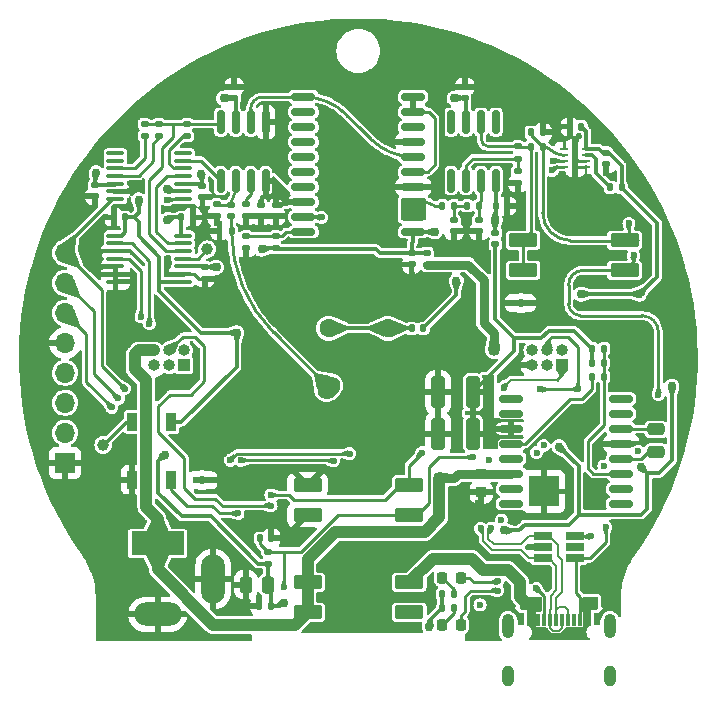
<source format=gbr>
%TF.GenerationSoftware,KiCad,Pcbnew,7.0.7*%
%TF.CreationDate,2024-03-08T01:12:17-05:00*%
%TF.ProjectId,ESP32Sensor-Sensor_board,45535033-3253-4656-9e73-6f722d53656e,rev?*%
%TF.SameCoordinates,Original*%
%TF.FileFunction,Copper,L1,Top*%
%TF.FilePolarity,Positive*%
%FSLAX46Y46*%
G04 Gerber Fmt 4.6, Leading zero omitted, Abs format (unit mm)*
G04 Created by KiCad (PCBNEW 7.0.7) date 2024-03-08 01:12:17*
%MOMM*%
%LPD*%
G01*
G04 APERTURE LIST*
G04 Aperture macros list*
%AMRoundRect*
0 Rectangle with rounded corners*
0 $1 Rounding radius*
0 $2 $3 $4 $5 $6 $7 $8 $9 X,Y pos of 4 corners*
0 Add a 4 corners polygon primitive as box body*
4,1,4,$2,$3,$4,$5,$6,$7,$8,$9,$2,$3,0*
0 Add four circle primitives for the rounded corners*
1,1,$1+$1,$2,$3*
1,1,$1+$1,$4,$5*
1,1,$1+$1,$6,$7*
1,1,$1+$1,$8,$9*
0 Add four rect primitives between the rounded corners*
20,1,$1+$1,$2,$3,$4,$5,0*
20,1,$1+$1,$4,$5,$6,$7,0*
20,1,$1+$1,$6,$7,$8,$9,0*
20,1,$1+$1,$8,$9,$2,$3,0*%
%AMHorizOval*
0 Thick line with rounded ends*
0 $1 width*
0 $2 $3 position (X,Y) of the first rounded end (center of the circle)*
0 $4 $5 position (X,Y) of the second rounded end (center of the circle)*
0 Add line between two ends*
20,1,$1,$2,$3,$4,$5,0*
0 Add two circle primitives to create the rounded ends*
1,1,$1,$2,$3*
1,1,$1,$4,$5*%
G04 Aperture macros list end*
%TA.AperFunction,SMDPad,CuDef*%
%ADD10RoundRect,0.147500X0.172500X-0.147500X0.172500X0.147500X-0.172500X0.147500X-0.172500X-0.147500X0*%
%TD*%
%TA.AperFunction,SMDPad,CuDef*%
%ADD11RoundRect,0.113000X1.107000X0.452000X-1.107000X0.452000X-1.107000X-0.452000X1.107000X-0.452000X0*%
%TD*%
%TA.AperFunction,SMDPad,CuDef*%
%ADD12RoundRect,0.100000X-0.637500X-0.100000X0.637500X-0.100000X0.637500X0.100000X-0.637500X0.100000X0*%
%TD*%
%TA.AperFunction,SMDPad,CuDef*%
%ADD13RoundRect,0.135000X-0.185000X0.135000X-0.185000X-0.135000X0.185000X-0.135000X0.185000X0.135000X0*%
%TD*%
%TA.AperFunction,SMDPad,CuDef*%
%ADD14RoundRect,0.140000X0.170000X-0.140000X0.170000X0.140000X-0.170000X0.140000X-0.170000X-0.140000X0*%
%TD*%
%TA.AperFunction,SMDPad,CuDef*%
%ADD15RoundRect,0.250000X0.250000X0.475000X-0.250000X0.475000X-0.250000X-0.475000X0.250000X-0.475000X0*%
%TD*%
%TA.AperFunction,SMDPad,CuDef*%
%ADD16RoundRect,0.140000X-0.140000X-0.170000X0.140000X-0.170000X0.140000X0.170000X-0.140000X0.170000X0*%
%TD*%
%TA.AperFunction,SMDPad,CuDef*%
%ADD17RoundRect,0.150000X0.150000X-0.825000X0.150000X0.825000X-0.150000X0.825000X-0.150000X-0.825000X0*%
%TD*%
%TA.AperFunction,SMDPad,CuDef*%
%ADD18R,0.600000X1.080000*%
%TD*%
%TA.AperFunction,SMDPad,CuDef*%
%ADD19R,0.300000X1.140000*%
%TD*%
%TA.AperFunction,ComponentPad*%
%ADD20O,1.000000X2.100000*%
%TD*%
%TA.AperFunction,ComponentPad*%
%ADD21O,1.000000X1.800000*%
%TD*%
%TA.AperFunction,SMDPad,CuDef*%
%ADD22RoundRect,0.218750X0.218750X0.256250X-0.218750X0.256250X-0.218750X-0.256250X0.218750X-0.256250X0*%
%TD*%
%TA.AperFunction,SMDPad,CuDef*%
%ADD23RoundRect,0.135000X0.185000X-0.135000X0.185000X0.135000X-0.185000X0.135000X-0.185000X-0.135000X0*%
%TD*%
%TA.AperFunction,SMDPad,CuDef*%
%ADD24RoundRect,0.135000X-0.135000X-0.185000X0.135000X-0.185000X0.135000X0.185000X-0.135000X0.185000X0*%
%TD*%
%TA.AperFunction,SMDPad,CuDef*%
%ADD25RoundRect,0.140000X-0.170000X0.140000X-0.170000X-0.140000X0.170000X-0.140000X0.170000X0.140000X0*%
%TD*%
%TA.AperFunction,SMDPad,CuDef*%
%ADD26C,1.000000*%
%TD*%
%TA.AperFunction,SMDPad,CuDef*%
%ADD27R,1.560000X0.650000*%
%TD*%
%TA.AperFunction,SMDPad,CuDef*%
%ADD28RoundRect,0.140000X0.140000X0.170000X-0.140000X0.170000X-0.140000X-0.170000X0.140000X-0.170000X0*%
%TD*%
%TA.AperFunction,ComponentPad*%
%ADD29R,1.700000X1.700000*%
%TD*%
%TA.AperFunction,ComponentPad*%
%ADD30O,1.700000X1.700000*%
%TD*%
%TA.AperFunction,SMDPad,CuDef*%
%ADD31RoundRect,0.100000X0.637500X0.100000X-0.637500X0.100000X-0.637500X-0.100000X0.637500X-0.100000X0*%
%TD*%
%TA.AperFunction,SMDPad,CuDef*%
%ADD32RoundRect,0.147500X0.147500X0.172500X-0.147500X0.172500X-0.147500X-0.172500X0.147500X-0.172500X0*%
%TD*%
%TA.AperFunction,SMDPad,CuDef*%
%ADD33RoundRect,0.135000X0.135000X0.185000X-0.135000X0.185000X-0.135000X-0.185000X0.135000X-0.185000X0*%
%TD*%
%TA.AperFunction,SMDPad,CuDef*%
%ADD34RoundRect,0.150000X-0.875000X-0.150000X0.875000X-0.150000X0.875000X0.150000X-0.875000X0.150000X0*%
%TD*%
%TA.AperFunction,SMDPad,CuDef*%
%ADD35R,0.700000X0.250000*%
%TD*%
%TA.AperFunction,SMDPad,CuDef*%
%ADD36R,0.610000X2.200000*%
%TD*%
%TA.AperFunction,SMDPad,CuDef*%
%ADD37RoundRect,0.225000X-0.250000X0.225000X-0.250000X-0.225000X0.250000X-0.225000X0.250000X0.225000X0*%
%TD*%
%TA.AperFunction,SMDPad,CuDef*%
%ADD38RoundRect,0.250000X-0.475000X0.250000X-0.475000X-0.250000X0.475000X-0.250000X0.475000X0.250000X0*%
%TD*%
%TA.AperFunction,ComponentPad*%
%ADD39R,4.500000X2.000000*%
%TD*%
%TA.AperFunction,ComponentPad*%
%ADD40O,4.000000X2.000000*%
%TD*%
%TA.AperFunction,ComponentPad*%
%ADD41O,2.000000X4.200000*%
%TD*%
%TA.AperFunction,SMDPad,CuDef*%
%ADD42R,0.900000X1.500000*%
%TD*%
%TA.AperFunction,SMDPad,CuDef*%
%ADD43RoundRect,0.250000X0.325000X1.100000X-0.325000X1.100000X-0.325000X-1.100000X0.325000X-1.100000X0*%
%TD*%
%TA.AperFunction,SMDPad,CuDef*%
%ADD44RoundRect,0.150000X0.875000X0.150000X-0.875000X0.150000X-0.875000X-0.150000X0.875000X-0.150000X0*%
%TD*%
%TA.AperFunction,SMDPad,CuDef*%
%ADD45R,1.600000X0.500000*%
%TD*%
%TA.AperFunction,ComponentPad*%
%ADD46C,0.700000*%
%TD*%
%TA.AperFunction,ComponentPad*%
%ADD47R,1.000000X1.000000*%
%TD*%
%TA.AperFunction,ComponentPad*%
%ADD48O,1.000000X1.000000*%
%TD*%
%TA.AperFunction,SMDPad,CuDef*%
%ADD49R,2.600000X2.600000*%
%TD*%
%TA.AperFunction,ComponentPad*%
%ADD50HorizOval,1.600000X0.176777X0.176777X-0.176777X-0.176777X0*%
%TD*%
%TA.AperFunction,ComponentPad*%
%ADD51HorizOval,1.600000X0.000000X0.000000X0.000000X0.000000X0*%
%TD*%
%TA.AperFunction,ViaPad*%
%ADD52C,0.600000*%
%TD*%
%TA.AperFunction,ViaPad*%
%ADD53C,0.762000*%
%TD*%
%TA.AperFunction,ViaPad*%
%ADD54C,1.016000*%
%TD*%
%TA.AperFunction,Conductor*%
%ADD55C,0.228600*%
%TD*%
%TA.AperFunction,Conductor*%
%ADD56C,0.203200*%
%TD*%
%TA.AperFunction,Conductor*%
%ADD57C,0.200000*%
%TD*%
%TA.AperFunction,Conductor*%
%ADD58C,0.304800*%
%TD*%
%TA.AperFunction,Conductor*%
%ADD59C,1.000000*%
%TD*%
%TA.AperFunction,Conductor*%
%ADD60C,0.781000*%
%TD*%
%TA.AperFunction,Conductor*%
%ADD61C,0.254000*%
%TD*%
G04 APERTURE END LIST*
D10*
%TO.P,FB2,1*%
%TO.N,-12V*%
X11600000Y9615000D03*
%TO.P,FB2,2*%
%TO.N,-12VA*%
X11600000Y10585000D03*
%TD*%
D11*
%TO.P,S2,1A*%
%TO.N,ESP_ADC*%
X22550000Y7430000D03*
%TO.P,S2,1B*%
%TO.N,Net-(U6-OUT)*%
X13950000Y7430000D03*
%TO.P,S2,2A*%
%TO.N,Sensor_Analog*%
X22550000Y9970000D03*
%TO.P,S2,2B*%
%TO.N,Net-(U6-OUT)*%
X13950000Y9970000D03*
%TD*%
D12*
%TO.P,U1,1,VL*%
%TO.N,+5V*%
X-20562500Y10350000D03*
%TO.P,U1,2,SCL*%
%TO.N,5V_SCL*%
X-20562500Y9700000D03*
%TO.P,U1,3,A1*%
%TO.N,GND*%
X-20562500Y9050000D03*
%TO.P,U1,4,SDA*%
%TO.N,5V_SDA*%
X-20562500Y8400000D03*
%TO.P,U1,5,A0*%
%TO.N,GND*%
X-20562500Y7750000D03*
%TO.P,U1,6,~{WLAT}*%
X-20562500Y7100000D03*
%TO.P,U1,7,NC*%
X-20562500Y6450000D03*
%TO.P,U1,8,~{SHDN}*%
%TO.N,+5V*%
X-14837500Y6450000D03*
%TO.P,U1,9,DGND*%
%TO.N,GND*%
X-14837500Y7100000D03*
%TO.P,U1,10,V-*%
%TO.N,-12VA*%
X-14837500Y7750000D03*
%TO.P,U1,11,P0B*%
%TO.N,Net-(U1-P0B)*%
X-14837500Y8400000D03*
%TO.P,U1,12,P0W*%
%TO.N,EPOT_w*%
X-14837500Y9050000D03*
%TO.P,U1,13,P0A*%
%TO.N,EPOT_a*%
X-14837500Y9700000D03*
%TO.P,U1,14,V+*%
%TO.N,+12VA*%
X-14837500Y10350000D03*
%TD*%
D13*
%TO.P,R6,1*%
%TO.N,Net-(U3-SEL_A)*%
X-9500000Y10310000D03*
%TO.P,R6,2*%
%TO.N,GND*%
X-9500000Y9290000D03*
%TD*%
D14*
%TO.P,C9,1*%
%TO.N,GND*%
X-7000000Y12020000D03*
%TO.P,C9,2*%
%TO.N,-12VA*%
X-7000000Y12980000D03*
%TD*%
D15*
%TO.P,C18,1*%
%TO.N,+3.3V*%
X-7650000Y-19200000D03*
%TO.P,C18,2*%
%TO.N,GND*%
X-9550000Y-19200000D03*
%TD*%
D14*
%TO.P,C6,1*%
%TO.N,GND*%
X-22300000Y13720000D03*
%TO.P,C6,2*%
%TO.N,+12VA*%
X-22300000Y14680000D03*
%TD*%
D16*
%TO.P,C15,1*%
%TO.N,GND*%
X17920000Y19600000D03*
%TO.P,C15,2*%
%TO.N,+5V*%
X18880000Y19600000D03*
%TD*%
D17*
%TO.P,U4,1,RG*%
%TO.N,Op1_RG_b*%
X-11655000Y15025000D03*
%TO.P,U4,2,-IN*%
%TO.N,Net-(U4--IN)*%
X-10385000Y15025000D03*
%TO.P,U4,3,+IN*%
%TO.N,Net-(U4-+IN)*%
X-9115000Y15025000D03*
%TO.P,U4,4,-VS*%
%TO.N,-12VA*%
X-7845000Y15025000D03*
%TO.P,U4,5,REF*%
%TO.N,GND*%
X-7845000Y19975000D03*
%TO.P,U4,6,OUTPUT*%
%TO.N,Sensor_First_stage*%
X-9115000Y19975000D03*
%TO.P,U4,7,+VS*%
%TO.N,+12VA*%
X-10385000Y19975000D03*
%TO.P,U4,8,RG*%
%TO.N,EPOT_w*%
X-11655000Y19975000D03*
%TD*%
D18*
%TO.P,J3,A1B12,GND*%
%TO.N,GND*%
X13800000Y-22110000D03*
%TO.P,J3,A4B9,VBUS*%
%TO.N,USBC_VBUS*%
X14600000Y-22110000D03*
D19*
%TO.P,J3,A5,CC1*%
%TO.N,CC1*%
X15750000Y-22140000D03*
%TO.P,J3,A6,D+*%
%TO.N,D+*%
X16750000Y-22140000D03*
%TO.P,J3,A7,D-*%
%TO.N,D-*%
X17250000Y-22140000D03*
%TO.P,J3,A8,SBU1*%
%TO.N,unconnected-(J3-SBU1-PadA8)*%
X18250000Y-22140000D03*
D18*
%TO.P,J3,B1A12,GND*%
%TO.N,GND*%
X20200000Y-22110000D03*
%TO.P,J3,B4A9,VBUS*%
%TO.N,USBC_VBUS*%
X19400000Y-22110000D03*
D19*
%TO.P,J3,B5,CC2*%
%TO.N,CC2*%
X18750000Y-22140000D03*
%TO.P,J3,B6,D+*%
%TO.N,D+*%
X17750000Y-22140000D03*
%TO.P,J3,B7,D-*%
%TO.N,D-*%
X16250000Y-22140000D03*
%TO.P,J3,B8,SBU2*%
%TO.N,unconnected-(J3-SBU2-PadB8)*%
X15250000Y-22140000D03*
D20*
%TO.P,J3,S1*%
%TO.N,N/C*%
X12680000Y-22710000D03*
D21*
%TO.P,J3,S2*%
X12680000Y-26890000D03*
%TO.P,J3,S3*%
X21320000Y-26890000D03*
D20*
%TO.P,J3,S4*%
X21320000Y-22710000D03*
%TD*%
D22*
%TO.P,D3,1,K*%
%TO.N,Net-(D3-K)*%
X8687500Y-22600000D03*
%TO.P,D3,2,A*%
%TO.N,Net-(D3-A)*%
X7112500Y-22600000D03*
%TD*%
D23*
%TO.P,R9,1*%
%TO.N,GND*%
X-9500000Y11990000D03*
%TO.P,R9,2*%
%TO.N,Net-(U4-+IN)*%
X-9500000Y13010000D03*
%TD*%
D24*
%TO.P,R24,1*%
%TO.N,+3.3V*%
X7090000Y-20000000D03*
%TO.P,R24,2*%
%TO.N,Net-(D2-A)*%
X8110000Y-20000000D03*
%TD*%
D14*
%TO.P,C3,1*%
%TO.N,GND*%
X4500000Y7920000D03*
%TO.P,C3,2*%
%TO.N,+12VA*%
X4500000Y8880000D03*
%TD*%
%TO.P,C8,1*%
%TO.N,+12VA*%
X-10500000Y22020000D03*
%TO.P,C8,2*%
%TO.N,GND*%
X-10500000Y22980000D03*
%TD*%
D24*
%TO.P,R12,1*%
%TO.N,Sensor_Second_stage*%
X7090000Y12900000D03*
%TO.P,R12,2*%
%TO.N,Net-(C12-Pad1)*%
X8110000Y12900000D03*
%TD*%
D13*
%TO.P,R2,1*%
%TO.N,EPOT_w*%
X-14500000Y19810000D03*
%TO.P,R2,2*%
%TO.N,Net-(U2-S2)*%
X-14500000Y18790000D03*
%TD*%
D14*
%TO.P,C11,1*%
%TO.N,+12VA*%
X9000000Y22020000D03*
%TO.P,C11,2*%
%TO.N,GND*%
X9000000Y22980000D03*
%TD*%
D25*
%TO.P,C12,1*%
%TO.N,Net-(C12-Pad1)*%
X8100000Y11680000D03*
%TO.P,C12,2*%
%TO.N,GND*%
X8100000Y10720000D03*
%TD*%
D13*
%TO.P,R3,1*%
%TO.N,EPOT_w*%
X-16900000Y19810000D03*
%TO.P,R3,2*%
%TO.N,Net-(U2-S3)*%
X-16900000Y18790000D03*
%TD*%
D26*
%TO.P,TP3,1,1*%
%TO.N,Net-(D1-DOUT)*%
X-21600000Y-7350000D03*
%TD*%
D24*
%TO.P,R14,1*%
%TO.N,Net-(U6-OUT)*%
X14590000Y17900000D03*
%TO.P,R14,2*%
%TO.N,Sensor_Analog*%
X15610000Y17900000D03*
%TD*%
D17*
%TO.P,U6,1,VOSTRIM*%
%TO.N,unconnected-(U6-VOSTRIM-Pad1)*%
X7845000Y15025000D03*
%TO.P,U6,2,-IN*%
%TO.N,Net-(U6--IN)*%
X9115000Y15025000D03*
%TO.P,U6,3,+IN*%
%TO.N,Net-(U6-+IN)*%
X10385000Y15025000D03*
%TO.P,U6,4,V-*%
%TO.N,-12VA*%
X11655000Y15025000D03*
%TO.P,U6,5,NC*%
%TO.N,unconnected-(U6-NC-Pad5)*%
X11655000Y19975000D03*
%TO.P,U6,6,OUT*%
%TO.N,Net-(U6-OUT)*%
X10385000Y19975000D03*
%TO.P,U6,7,V+*%
%TO.N,+12VA*%
X9115000Y19975000D03*
%TO.P,U6,8,VOSTRIM*%
%TO.N,unconnected-(U6-VOSTRIM-Pad8)*%
X7845000Y19975000D03*
%TD*%
D23*
%TO.P,R11,1*%
%TO.N,Net-(U6--IN)*%
X13500000Y16890000D03*
%TO.P,R11,2*%
%TO.N,Net-(U6-OUT)*%
X13500000Y17910000D03*
%TD*%
D24*
%TO.P,R22,1*%
%TO.N,Net-(U13-VREF)*%
X19790000Y-1600000D03*
%TO.P,R22,2*%
%TO.N,Net-(U13-FB{slash}SD)*%
X20810000Y-1600000D03*
%TD*%
D27*
%TO.P,CR1,1,1*%
%TO.N,D+*%
X15650000Y-15050000D03*
%TO.P,CR1,2,2*%
%TO.N,GND*%
X15650000Y-16000000D03*
%TO.P,CR1,3,3*%
%TO.N,D-*%
X15650000Y-16950000D03*
%TO.P,CR1,4,4*%
%TO.N,CC2*%
X18350000Y-16950000D03*
%TO.P,CR1,5,5*%
%TO.N,unconnected-(CR1-Pad5)*%
X18350000Y-16000000D03*
%TO.P,CR1,6,6*%
%TO.N,CC1*%
X18350000Y-15050000D03*
%TD*%
D24*
%TO.P,R13,1*%
%TO.N,Net-(C12-Pad1)*%
X9190000Y12900000D03*
%TO.P,R13,2*%
%TO.N,Net-(U6-+IN)*%
X10210000Y12900000D03*
%TD*%
D11*
%TO.P,S1,1A*%
%TO.N,unconnected-(S1-Pad1A)*%
X4300000Y-21520000D03*
%TO.P,S1,1B*%
%TO.N,+12V*%
X-4300000Y-21520000D03*
%TO.P,S1,2A*%
%TO.N,USBC_VBUS*%
X4300000Y-18980000D03*
%TO.P,S1,2B*%
%TO.N,+12V*%
X-4300000Y-18980000D03*
%TD*%
D14*
%TO.P,C32,1*%
%TO.N,GND*%
X-13000000Y6720000D03*
%TO.P,C32,2*%
%TO.N,-12VA*%
X-13000000Y7680000D03*
%TD*%
D28*
%TO.P,C22,1*%
%TO.N,GND*%
X-7370000Y-15250000D03*
%TO.P,C22,2*%
%TO.N,ESP_EN*%
X-8330000Y-15250000D03*
%TD*%
D29*
%TO.P,J6,1,Pin_1*%
%TO.N,GND*%
X-24825000Y-8875000D03*
D30*
%TO.P,J6,2,Pin_2*%
%TO.N,+3.3V*%
X-24825000Y-6335000D03*
%TO.P,J6,3,Pin_3*%
%TO.N,SCL*%
X-24825000Y-3795000D03*
%TO.P,J6,4,Pin_4*%
%TO.N,SDA*%
X-24825000Y-1255000D03*
%TO.P,J6,5,Pin_5*%
%TO.N,GND*%
X-24825000Y1285000D03*
%TO.P,J6,6,Pin_6*%
%TO.N,GPIO1*%
X-24825000Y3825000D03*
%TO.P,J6,7,Pin_7*%
%TO.N,Mux_Sel_A*%
X-24825000Y6365000D03*
%TO.P,J6,8,Pin_8*%
%TO.N,Mux_Sel_B*%
X-24825000Y8905000D03*
%TD*%
D13*
%TO.P,R4,1*%
%TO.N,EPOT_w*%
X-18100000Y19810000D03*
%TO.P,R4,2*%
%TO.N,Net-(U2-S4)*%
X-18100000Y18790000D03*
%TD*%
D25*
%TO.P,C13,1*%
%TO.N,Net-(U6-+IN)*%
X10200000Y11680000D03*
%TO.P,C13,2*%
%TO.N,GND*%
X10200000Y10720000D03*
%TD*%
D31*
%TO.P,U2,1,A0*%
%TO.N,Mux_Sel_A*%
X-14837500Y13450000D03*
%TO.P,U2,2,EN*%
%TO.N,+5V*%
X-14837500Y14100000D03*
%TO.P,U2,3,VSS*%
%TO.N,-12VA*%
X-14837500Y14750000D03*
%TO.P,U2,4,S1*%
%TO.N,EPOT_a*%
X-14837500Y15400000D03*
%TO.P,U2,5,S2*%
%TO.N,Net-(U2-S2)*%
X-14837500Y16050000D03*
%TO.P,U2,6,D*%
%TO.N,Op1_RG_b*%
X-14837500Y16700000D03*
%TO.P,U2,7,NC*%
%TO.N,unconnected-(U2-NC-Pad7)*%
X-14837500Y17350000D03*
%TO.P,U2,8,NC*%
%TO.N,unconnected-(U2-NC-Pad8)*%
X-20562500Y17350000D03*
%TO.P,U2,9,NC*%
%TO.N,unconnected-(U2-NC-Pad9)*%
X-20562500Y16700000D03*
%TO.P,U2,10,S4*%
%TO.N,Net-(U2-S4)*%
X-20562500Y16050000D03*
%TO.P,U2,11,S3*%
%TO.N,Net-(U2-S3)*%
X-20562500Y15400000D03*
%TO.P,U2,12,VDD*%
%TO.N,+12VA*%
X-20562500Y14750000D03*
%TO.P,U2,13,GND*%
%TO.N,GND*%
X-20562500Y14100000D03*
%TO.P,U2,14,A1*%
%TO.N,Mux_Sel_B*%
X-20562500Y13450000D03*
%TD*%
D32*
%TO.P,FB4,1*%
%TO.N,+5V*%
X5485000Y2500000D03*
%TO.P,FB4,2*%
%TO.N,+5VD*%
X4515000Y2500000D03*
%TD*%
D16*
%TO.P,C27,1*%
%TO.N,-12V*%
X19820000Y-400000D03*
%TO.P,C27,2*%
%TO.N,Net-(U13-FB{slash}SD)*%
X20780000Y-400000D03*
%TD*%
D14*
%TO.P,C7,1*%
%TO.N,Net-(PD1-An)*%
X-10750000Y12020000D03*
%TO.P,C7,2*%
%TO.N,Net-(U4--IN)*%
X-10750000Y12980000D03*
%TD*%
D16*
%TO.P,C4,1*%
%TO.N,GND*%
X-20680000Y11900000D03*
%TO.P,C4,2*%
%TO.N,+5V*%
X-19720000Y11900000D03*
%TD*%
D28*
%TO.P,C14,1*%
%TO.N,GND*%
X12580000Y12900000D03*
%TO.P,C14,2*%
%TO.N,-12VA*%
X11620000Y12900000D03*
%TD*%
D22*
%TO.P,D2,1,K*%
%TO.N,Net-(D2-K)*%
X8687500Y-18600000D03*
%TO.P,D2,2,A*%
%TO.N,Net-(D2-A)*%
X7112500Y-18600000D03*
%TD*%
D26*
%TO.P,TP4,1,1*%
%TO.N,Net-(U1-P0B)*%
X-12800000Y9200000D03*
%TD*%
D25*
%TO.P,C10,1*%
%TO.N,-12VA*%
X-8250000Y12980000D03*
%TO.P,C10,2*%
%TO.N,GND*%
X-8250000Y12020000D03*
%TD*%
D33*
%TO.P,R15,1*%
%TO.N,GND*%
X15610000Y19100000D03*
%TO.P,R15,2*%
%TO.N,Sensor_Analog*%
X14590000Y19100000D03*
%TD*%
D14*
%TO.P,C33,1*%
%TO.N,GND*%
X-13200000Y13620000D03*
%TO.P,C33,2*%
%TO.N,-12VA*%
X-13200000Y14580000D03*
%TD*%
D34*
%TO.P,U3,1,R_{in}A*%
%TO.N,Sensor_First_stage*%
X-4650000Y22115000D03*
%TO.P,U3,2,CHA+*%
%TO.N,unconnected-(U3-CHA+-Pad2)*%
X-4650000Y20845000D03*
%TO.P,U3,3,DIFF_OFF_ADJ1*%
%TO.N,unconnected-(U3-DIFF_OFF_ADJ1-Pad3)*%
X-4650000Y19575000D03*
%TO.P,U3,4,DIFF_OFF_ADJ2*%
%TO.N,unconnected-(U3-DIFF_OFF_ADJ2-Pad4)*%
X-4650000Y18305000D03*
%TO.P,U3,5,CM_OFF_ADJ1*%
%TO.N,unconnected-(U3-CM_OFF_ADJ1-Pad5)*%
X-4650000Y17035000D03*
%TO.P,U3,6,CM_OFF_ADJ2*%
%TO.N,unconnected-(U3-CM_OFF_ADJ2-Pad6)*%
X-4650000Y15765000D03*
%TO.P,U3,7,B/~{A}*%
%TO.N,unconnected-(U3-B{slash}~{A}-Pad7)*%
X-4650000Y14495000D03*
%TO.P,U3,8,-V_{S}*%
%TO.N,-12VA*%
X-4650000Y13225000D03*
%TO.P,U3,9,SEL_B*%
%TO.N,LED_REF*%
X-4650000Y11955000D03*
%TO.P,U3,10,SEL_A*%
%TO.N,Net-(U3-SEL_A)*%
X-4650000Y10685000D03*
%TO.P,U3,11,+V_{S}*%
%TO.N,+12VA*%
X4650000Y10685000D03*
%TO.P,U3,12,COMP*%
%TO.N,Sensor_Second_stage*%
X4650000Y11955000D03*
%TO.P,U3,13,V_{OUT}*%
X4650000Y13225000D03*
%TO.P,U3,14,R_{B}*%
%TO.N,GND*%
X4650000Y14495000D03*
%TO.P,U3,15,R_{F}*%
%TO.N,Net-(U3-CHA-)*%
X4650000Y15765000D03*
%TO.P,U3,16,R_{A}*%
%TO.N,Sensor_First_stage*%
X4650000Y17035000D03*
%TO.P,U3,17,R_{in}B*%
%TO.N,GND*%
X4650000Y18305000D03*
%TO.P,U3,18,CHB+*%
%TO.N,unconnected-(U3-CHB+-Pad18)*%
X4650000Y19575000D03*
%TO.P,U3,19,CHB-*%
%TO.N,Net-(U3-CHA-)*%
X4650000Y20845000D03*
%TO.P,U3,20,CHA-*%
X4650000Y22115000D03*
%TD*%
D23*
%TO.P,R16,1*%
%TO.N,+3.3V*%
X-7650000Y-17410000D03*
%TO.P,R16,2*%
%TO.N,ESP_EN*%
X-7650000Y-16390000D03*
%TD*%
D35*
%TO.P,U7,1,GND*%
%TO.N,GND*%
X19272599Y16199999D03*
%TO.P,U7,2,REF-*%
X19272599Y16699999D03*
%TO.P,U7,3,REF+*%
%TO.N,+5VA*%
X19272599Y17199999D03*
%TO.P,U7,4,VCC*%
%TO.N,+5V*%
X19272599Y17699999D03*
%TO.P,U7,5,IN-*%
%TO.N,GND*%
X17422599Y17699999D03*
%TO.P,U7,6,IN+*%
%TO.N,Sensor_Analog*%
X17422599Y17199999D03*
%TO.P,U7,7,SCL*%
%TO.N,5V_SCL*%
X17422599Y16699999D03*
%TO.P,U7,8,SDA*%
%TO.N,5V_SDA*%
X17422599Y16199999D03*
D36*
%TO.P,U7,9,EPAD*%
%TO.N,GND*%
X18347599Y16949999D03*
%TD*%
D23*
%TO.P,R5,1*%
%TO.N,+12VA*%
X-7000000Y9290000D03*
%TO.P,R5,2*%
%TO.N,Net-(U3-SEL_A)*%
X-7000000Y10310000D03*
%TD*%
D37*
%TO.P,C23,1*%
%TO.N,+12V*%
X10400000Y-9825000D03*
%TO.P,C23,2*%
%TO.N,GND*%
X10400000Y-11375000D03*
%TD*%
D38*
%TO.P,C26,1*%
%TO.N,Net-(U13-CAP-)*%
X25200000Y-6050000D03*
%TO.P,C26,2*%
%TO.N,Net-(U13-CAP+)*%
X25200000Y-7950000D03*
%TD*%
D39*
%TO.P,J1,1*%
%TO.N,+12V*%
X-17000000Y-15700000D03*
D40*
%TO.P,J1,2*%
%TO.N,GND*%
X-17000000Y-21700000D03*
D41*
%TO.P,J1,3*%
X-12300000Y-18700000D03*
%TD*%
D33*
%TO.P,R8,1*%
%TO.N,Net-(PD1-An)*%
X-10740000Y10750000D03*
%TO.P,R8,2*%
%TO.N,GND*%
X-11760000Y10750000D03*
%TD*%
D11*
%TO.P,S3,1A*%
%TO.N,ESP_EN*%
X4300000Y-13270000D03*
%TO.P,S3,1B*%
%TO.N,GND*%
X-4300000Y-13270000D03*
%TO.P,S3,2A*%
%TO.N,GPIO9*%
X4300000Y-10730000D03*
%TO.P,S3,2B*%
%TO.N,GND*%
X-4300000Y-10730000D03*
%TD*%
D42*
%TO.P,D1,1,VDD*%
%TO.N,+5V*%
X-15850000Y-5400000D03*
%TO.P,D1,2,DOUT*%
%TO.N,Net-(D1-DOUT)*%
X-19150000Y-5400000D03*
%TO.P,D1,3,VSS*%
%TO.N,GND*%
X-19150000Y-10300000D03*
%TO.P,D1,4,DIN*%
%TO.N,NeopixelLED*%
X-15850000Y-10300000D03*
%TD*%
D43*
%TO.P,C31,1*%
%TO.N,-12V*%
X9700000Y-6400000D03*
%TO.P,C31,2*%
%TO.N,GND*%
X6750000Y-6400000D03*
%TD*%
D44*
%TO.P,U13,1,NC*%
%TO.N,unconnected-(U13-NC-Pad1)*%
X22250000Y-12345000D03*
%TO.P,U13,2,NC*%
%TO.N,unconnected-(U13-NC-Pad2)*%
X22250000Y-11075000D03*
%TO.P,U13,3,FB/SD*%
%TO.N,Net-(U13-FB{slash}SD)*%
X22250000Y-9805000D03*
%TO.P,U13,4,CAP+*%
%TO.N,Net-(U13-CAP+)*%
X22250000Y-8535000D03*
%TO.P,U13,5,GND*%
%TO.N,GND*%
X22250000Y-7265000D03*
%TO.P,U13,6,CAP-*%
%TO.N,Net-(U13-CAP-)*%
X22250000Y-5995000D03*
%TO.P,U13,7,NC*%
%TO.N,unconnected-(U13-NC-Pad7)*%
X22250000Y-4725000D03*
%TO.P,U13,8,NC*%
%TO.N,unconnected-(U13-NC-Pad8)*%
X22250000Y-3455000D03*
%TO.P,U13,9,NC*%
%TO.N,unconnected-(U13-NC-Pad9)*%
X12950000Y-3455000D03*
%TO.P,U13,10,NC*%
%TO.N,unconnected-(U13-NC-Pad10)*%
X12950000Y-4725000D03*
%TO.P,U13,11,VOUT*%
%TO.N,-12V*%
X12950000Y-5995000D03*
%TO.P,U13,12,VREF*%
%TO.N,Net-(U13-VREF)*%
X12950000Y-7265000D03*
%TO.P,U13,13,OSC*%
%TO.N,unconnected-(U13-OSC-Pad13)*%
X12950000Y-8535000D03*
%TO.P,U13,14,VCC*%
%TO.N,+12V*%
X12950000Y-9805000D03*
%TO.P,U13,15,NC*%
%TO.N,unconnected-(U13-NC-Pad15)*%
X12950000Y-11075000D03*
%TO.P,U13,16,NC*%
%TO.N,unconnected-(U13-NC-Pad16)*%
X12950000Y-12345000D03*
%TD*%
D24*
%TO.P,R25,1*%
%TO.N,+3.3V*%
X7090000Y-21200000D03*
%TO.P,R25,2*%
%TO.N,Net-(D3-A)*%
X8110000Y-21200000D03*
%TD*%
D43*
%TO.P,C28,1*%
%TO.N,-12V*%
X9700000Y-2900000D03*
%TO.P,C28,2*%
%TO.N,GND*%
X6750000Y-2900000D03*
%TD*%
D13*
%TO.P,R7,1*%
%TO.N,Net-(U4--IN)*%
X-12000000Y13010000D03*
%TO.P,R7,2*%
%TO.N,GND*%
X-12000000Y11990000D03*
%TD*%
D23*
%TO.P,R10,1*%
%TO.N,GND*%
X13500000Y14790000D03*
%TO.P,R10,2*%
%TO.N,Net-(U6--IN)*%
X13500000Y15810000D03*
%TD*%
D28*
%TO.P,C17,1*%
%TO.N,+3.3V*%
X-7420000Y-21000000D03*
%TO.P,C17,2*%
%TO.N,GND*%
X-8380000Y-21000000D03*
%TD*%
%TO.P,C5,1*%
%TO.N,GND*%
X-14020000Y11900000D03*
%TO.P,C5,2*%
%TO.N,+12VA*%
X-14980000Y11900000D03*
%TD*%
D10*
%TO.P,FB1,1*%
%TO.N,+12V*%
X5800000Y7915000D03*
%TO.P,FB1,2*%
%TO.N,+12VA*%
X5800000Y8885000D03*
%TD*%
D14*
%TO.P,C16,1*%
%TO.N,GND*%
X21000000Y16420000D03*
%TO.P,C16,2*%
%TO.N,+5V*%
X21000000Y17380000D03*
%TD*%
D24*
%TO.P,R23,1*%
%TO.N,-12V*%
X19790000Y800000D03*
%TO.P,R23,2*%
%TO.N,Net-(U13-FB{slash}SD)*%
X20810000Y800000D03*
%TD*%
D32*
%TO.P,FB3,1*%
%TO.N,+5V*%
X22285000Y14450000D03*
%TO.P,FB3,2*%
%TO.N,+5VA*%
X21315000Y14450000D03*
%TD*%
D45*
%TO.P,U14,7,PAD*%
%TO.N,GND*%
X-13250000Y-10356250D03*
D46*
X-13250000Y-10356250D03*
%TD*%
D45*
%TO.P,U11,7,PAD*%
%TO.N,GND*%
X13750000Y4650000D03*
D46*
X13750000Y4650000D03*
%TD*%
D47*
%TO.P,J4,1,Pin_1*%
%TO.N,INT*%
X17275000Y-625000D03*
D48*
%TO.P,J4,2,Pin_2*%
%TO.N,+3.3V*%
X17275000Y645000D03*
%TO.P,J4,3,Pin_3*%
%TO.N,SCL*%
X16005000Y-625000D03*
%TO.P,J4,4,Pin_4*%
%TO.N,SDA*%
X16005000Y645000D03*
%TO.P,J4,5,Pin_5*%
%TO.N,GND*%
X14735000Y-625000D03*
%TO.P,J4,6,Pin_6*%
%TO.N,+12V*%
X14735000Y645000D03*
%TD*%
D47*
%TO.P,J7,1,Pin_1*%
%TO.N,unconnected-(J7-Pin_1-Pad1)*%
X-14725000Y-625000D03*
D48*
%TO.P,J7,2,Pin_2*%
%TO.N,unconnected-(J7-Pin_2-Pad2)*%
X-14725000Y645000D03*
%TO.P,J7,3,Pin_3*%
%TO.N,LED_REF*%
X-15995000Y-625000D03*
%TO.P,J7,4,Pin_4*%
%TO.N,ESP_PWM_DIM*%
X-15995000Y645000D03*
%TO.P,J7,5,Pin_5*%
%TO.N,GND*%
X-17265000Y-625000D03*
%TO.P,J7,6,Pin_6*%
%TO.N,+12V*%
X-17265000Y645000D03*
%TD*%
D46*
%TO.P,U15,25,GND*%
%TO.N,GND*%
X16400000Y-10600000D03*
X15000000Y-10600000D03*
D49*
X15700000Y-11300000D03*
D46*
X16400000Y-12000000D03*
X15000000Y-12000000D03*
%TD*%
D50*
%TO.P,PD1,1,An*%
%TO.N,Net-(PD1-An)*%
X-2517300Y-2503158D03*
D51*
%TO.P,PD1,2,Ca*%
%TO.N,+5VD*%
X-2517300Y2517300D03*
%TO.P,PD1,3,Ca*%
X2503158Y2517300D03*
%TD*%
D52*
%TO.N,GND*%
X-16200000Y7100000D03*
X9000000Y23800000D03*
X17900000Y11400000D03*
X-12750000Y12000000D03*
X16800000Y4000000D03*
X13500000Y14000000D03*
X7200000Y-15200000D03*
X-22300000Y13000000D03*
X11400000Y-23500000D03*
X20875000Y-7275000D03*
X4000000Y-16400000D03*
X17500000Y-5200000D03*
X10200000Y9900000D03*
X-8200000Y1400000D03*
X-5500000Y2300000D03*
X11900000Y-20900000D03*
X-27400000Y-3200000D03*
X16800000Y5150000D03*
X-2000000Y-21750000D03*
X-12500000Y10750000D03*
X-6200000Y-15200000D03*
X3100000Y18300000D03*
X4800000Y25100000D03*
X-19300000Y14100000D03*
X21300000Y-20900000D03*
X-21800000Y7700000D03*
X8100000Y9900000D03*
X-7000000Y11250000D03*
X-24000000Y-13200000D03*
X24400000Y-1800000D03*
X18300000Y15400000D03*
X19700000Y-5200000D03*
X16000000Y-19100000D03*
X4500000Y7100000D03*
X-10400000Y-21100000D03*
X3100000Y14500000D03*
X-8250000Y11250000D03*
X0Y-10200000D03*
X-1900000Y-17800000D03*
X27600000Y-4100000D03*
X14600000Y22000000D03*
X17100000Y19600000D03*
X-10600000Y-6700000D03*
X13400000Y12900000D03*
X0Y-21750000D03*
X22700000Y-15500000D03*
X8100000Y17600000D03*
X-20500000Y800000D03*
X16400000Y19100000D03*
X1950000Y-21750000D03*
X-13300000Y-8200000D03*
X19400000Y-11500000D03*
X-11500000Y5300000D03*
X-10500000Y23750000D03*
X10100000Y-12300000D03*
X-11400000Y17500000D03*
X9100000Y1500000D03*
X-7700000Y-3200000D03*
X24100000Y-7100000D03*
X-21400000Y11900000D03*
X13750000Y2900000D03*
X12700000Y-20900000D03*
X-4700000Y23800000D03*
X-21900000Y9000000D03*
X-20600000Y-18700000D03*
X14500000Y-16000000D03*
X18400000Y18500000D03*
X21300000Y-17900000D03*
X-15000000Y-2150000D03*
X23500000Y750000D03*
X-8400000Y17500000D03*
X-27400000Y2400000D03*
X-9500000Y11250000D03*
X-7800000Y21400000D03*
X-7500000Y-10150000D03*
X26800000Y6000000D03*
X-6700000Y-13300000D03*
X21000000Y15700000D03*
X18000000Y8700000D03*
%TO.N,CC1*%
X19700000Y-15100000D03*
X15070000Y-19500000D03*
%TO.N,D+*%
X11201223Y-14414739D03*
X15099479Y-8000521D03*
%TO.N,D-*%
X10351223Y-14414739D03*
X15700521Y-7399479D03*
%TO.N,CC2*%
X20800000Y-9150000D03*
X20950000Y-14300000D03*
%TO.N,RTS*%
X11100000Y-8600000D03*
X12100000Y-13700000D03*
%TO.N,Net-(D2-K)*%
X11800000Y-18900000D03*
%TO.N,GPIO9*%
X-7400000Y-11600000D03*
X5400000Y-8000000D03*
%TO.N,ESP_EN*%
X-6300000Y-19400000D03*
X9700000Y-8400000D03*
%TO.N,INT*%
X12300000Y-2500000D03*
%TO.N,SCL*%
X-750000Y-8100000D03*
X-10850000Y-8650000D03*
%TO.N,SDA*%
X-2100000Y-8700000D03*
X15400000Y-2650000D03*
X-9950000Y-8650000D03*
X18600000Y-2600000D03*
%TO.N,LED_REF*%
X-3100000Y11900000D03*
D53*
%TO.N,+3.3V*%
X26550000Y-2400000D03*
X12350000Y-14600000D03*
X-6300000Y-20700000D03*
X-16400000Y-8200000D03*
X17000000Y-7500000D03*
X6000000Y-22750000D03*
X23900000Y-9200000D03*
D52*
%TO.N,Sensor_Analog*%
X22900000Y11400000D03*
D53*
%TO.N,+12VA*%
X-22200000Y15700000D03*
X6500000Y10700000D03*
X-16200000Y11700000D03*
X8100000Y22000000D03*
X-11400000Y22000000D03*
X-8200000Y9200000D03*
%TO.N,+5V*%
X-18600000Y13400000D03*
X18850000Y5400000D03*
X23800000Y5400000D03*
X-10300000Y2150000D03*
X-16200000Y14300000D03*
X8300000Y6550000D03*
%TO.N,-12VA*%
X11600000Y11700000D03*
X-12000000Y7700000D03*
X-13300000Y15600000D03*
X-6600000Y13900000D03*
D52*
%TO.N,ESP_ADC*%
X10300000Y-20900000D03*
X23300000Y8700000D03*
X25400000Y-3100000D03*
%TO.N,GPIO1*%
X-20875000Y-4175000D03*
%TO.N,Mux_Sel_A*%
X-20325000Y-3425000D03*
X-16200000Y13400000D03*
%TO.N,ESP_PWM_DIM*%
X-7400000Y-12500000D03*
%TO.N,NeopixelLED*%
X-10200000Y-13150000D03*
D54*
%TO.N,+12V*%
X-17500000Y-13100000D03*
X6850000Y-10176600D03*
D52*
X23700000Y-7900000D03*
D54*
X11500000Y700000D03*
D52*
%TO.N,Mux_Sel_B*%
X-19800000Y-2600000D03*
%TO.N,5V_SDA*%
X16400000Y15900000D03*
X-18400000Y3500000D03*
%TO.N,5V_SCL*%
X-17700000Y2900000D03*
X16500000Y16700000D03*
%TO.N,Net-(D3-K)*%
X11800000Y-19700000D03*
D54*
%TO.N,USBC_VBUS*%
X14200000Y-20700000D03*
X19800000Y-20700000D03*
%TD*%
D55*
%TO.N,GND*%
X-22300000Y13720000D02*
X-22300000Y13000000D01*
X-20562500Y7750000D02*
X-21750000Y7750000D01*
X18347599Y16949999D02*
X18347599Y15447599D01*
X12580000Y12900000D02*
X13400000Y12900000D01*
X18347599Y18447599D02*
X18400000Y18500000D01*
X-12000000Y11990000D02*
X-12740000Y11990000D01*
X-13520000Y6720000D02*
X-13000000Y6720000D01*
X18597599Y16699999D02*
X18347599Y16949999D01*
X-21750000Y7750000D02*
X-21800000Y7700000D01*
X-21850000Y9050000D02*
X-21900000Y9000000D01*
X-7000000Y12020000D02*
X-7000000Y11250000D01*
X22121200Y-7265000D02*
X23215000Y-7265000D01*
X13500000Y14790000D02*
X13500000Y14000000D01*
X15610000Y19100000D02*
X16400000Y19100000D01*
X19272599Y16699999D02*
X18597599Y16699999D01*
X-20562500Y9050000D02*
X-21850000Y9050000D01*
X19300000Y16200000D02*
X18347599Y16200000D01*
X-11760000Y10750000D02*
X-12500000Y10750000D01*
X15577600Y-16000000D02*
X14500000Y-16000000D01*
X17920000Y19600000D02*
X17100000Y19600000D01*
X9000000Y22980000D02*
X9000000Y23800000D01*
X22121200Y-7265000D02*
X21365000Y-7265000D01*
X-8250000Y12020000D02*
X-8250000Y11250000D01*
X4650000Y18305000D02*
X3100000Y18300000D01*
X-9500000Y11990000D02*
X-9500000Y11250000D01*
X-7845000Y21355000D02*
X-7800000Y21400000D01*
X-20680000Y11900000D02*
X-21400000Y11900000D01*
X-10500000Y22980000D02*
X-10500000Y23750000D01*
X18347599Y16200000D02*
X18347599Y16949999D01*
X-14837500Y7100000D02*
X-16200000Y7100000D01*
X19300000Y16199998D02*
X19300000Y16200000D01*
X21000000Y16420000D02*
X21000000Y15700000D01*
X4650000Y14495000D02*
X3100000Y14500000D01*
X18347599Y16949999D02*
X18347599Y18447599D01*
D56*
X4500000Y7920000D02*
X4500000Y7100000D01*
D55*
X10400000Y-12000000D02*
X10100000Y-12300000D01*
X-14837500Y7100000D02*
X-13900000Y7100000D01*
X-20562500Y14100000D02*
X-19300000Y14100000D01*
X8100000Y10720000D02*
X8100000Y9900000D01*
X18347599Y15447599D02*
X18300000Y15400000D01*
X10200000Y10720000D02*
X10200000Y9900000D01*
X-13900000Y7100000D02*
X-13520000Y6720000D01*
X-7845000Y19963800D02*
X-7845000Y21355000D01*
X-12740000Y11990000D02*
X-12750000Y12000000D01*
X10400000Y-11075000D02*
X10400000Y-12000000D01*
%TO.N,CC1*%
X19700000Y-15100000D02*
X18462200Y-15100000D01*
X18462200Y-15100000D02*
X18422400Y-15060200D01*
X15750000Y-20180000D02*
X15070000Y-19500000D01*
X15750000Y-22140000D02*
X15750000Y-20180000D01*
D57*
%TO.N,D+*%
X13754999Y-15775000D02*
X11493200Y-15775000D01*
X15650000Y-15050000D02*
X16150000Y-15050000D01*
X16900000Y-16800000D02*
X17225000Y-17125000D01*
X17225000Y-19793200D02*
X17225000Y-17125000D01*
X16750000Y-22140000D02*
X16750000Y-21350000D01*
X16750000Y-21350000D02*
X17000000Y-21100000D01*
X16750000Y-21284999D02*
X16725000Y-21259999D01*
X15650000Y-15050000D02*
X14479999Y-15050000D01*
X16725000Y-21259999D02*
X16725000Y-20293200D01*
X11001224Y-14614738D02*
X11201223Y-14414739D01*
X14479999Y-15050000D02*
X13754999Y-15775000D01*
X16750000Y-22140000D02*
X16750000Y-21284999D01*
X17750000Y-22140000D02*
X17750000Y-21350000D01*
X17000000Y-21100000D02*
X17500000Y-21100000D01*
X16900000Y-15800000D02*
X16900000Y-16800000D01*
X17750000Y-21350000D02*
X17500000Y-21100000D01*
X16725000Y-20293200D02*
X17225000Y-19793200D01*
X11001224Y-15283024D02*
X11001224Y-14614738D01*
X16150000Y-15050000D02*
X16900000Y-15800000D01*
X11493200Y-15775000D02*
X11001224Y-15283024D01*
%TO.N,D-*%
X13754999Y-16225000D02*
X11306800Y-16225000D01*
X16250000Y-21284999D02*
X16275000Y-21259999D01*
X10551222Y-14614738D02*
X10351223Y-14414739D01*
X10551222Y-15469422D02*
X10551222Y-14614738D01*
X16275000Y-20106800D02*
X16775000Y-19606800D01*
X15650000Y-16950000D02*
X14479999Y-16950000D01*
X16250000Y-22140000D02*
X16250000Y-22850000D01*
X17250000Y-22850000D02*
X17000000Y-23100000D01*
X16275000Y-21259999D02*
X16275000Y-20106800D01*
X16775000Y-19606800D02*
X16775000Y-17600000D01*
X16250000Y-22850000D02*
X16500000Y-23100000D01*
X11306800Y-16225000D02*
X10551222Y-15469422D01*
X14479999Y-16950000D02*
X13754999Y-16225000D01*
X16125000Y-16950000D02*
X16775000Y-17600000D01*
X15650000Y-16950000D02*
X16125000Y-16950000D01*
X17000000Y-23100000D02*
X16500000Y-23100000D01*
X16250000Y-22140000D02*
X16250000Y-21284999D01*
X17250000Y-22140000D02*
X17250000Y-22850000D01*
D55*
%TO.N,CC2*%
X18350000Y-16950000D02*
X19130000Y-16950000D01*
X20950000Y-15130000D02*
X20950000Y-14300000D01*
X20950000Y-15610000D02*
X19610000Y-16950000D01*
X18750000Y-20207600D02*
X18422400Y-19880000D01*
X19610000Y-16950000D02*
X18350000Y-16950000D01*
X20950000Y-15130000D02*
X20950000Y-15610000D01*
X18422400Y-16939800D02*
X18676400Y-16939800D01*
X18422400Y-19880000D02*
X18422400Y-16939800D01*
X18676400Y-16939800D02*
X18686600Y-16950000D01*
X18750000Y-22140000D02*
X18750000Y-20207600D01*
%TO.N,Net-(D2-K)*%
X11700000Y-19000000D02*
X11800000Y-18900000D01*
X9800000Y-19000000D02*
X11700000Y-19000000D01*
X8687500Y-18600000D02*
X9400000Y-18600000D01*
X9400000Y-18600000D02*
X9800000Y-19000000D01*
%TO.N,GPIO9*%
X-7400000Y-11600000D02*
X-5850000Y-11600000D01*
X3520000Y-10730000D02*
X4300000Y-10730000D01*
X4300000Y-10730000D02*
X4300000Y-9100000D01*
X-5450000Y-12000000D02*
X-1220000Y-12000000D01*
X-5850000Y-11600000D02*
X-5450000Y-12000000D01*
X4300000Y-9100000D02*
X5400000Y-8000000D01*
X3995200Y-10856252D02*
X4084474Y-10945526D01*
X-1220000Y-12000000D02*
X2250000Y-12000000D01*
X2250000Y-12000000D02*
X3520000Y-10730000D01*
%TO.N,ESP_EN*%
X6000000Y-12250000D02*
X6000000Y-9250000D01*
X-7650000Y-16390000D02*
X-6310000Y-16390000D01*
X-6300000Y-16400000D02*
X-6310000Y-16390000D01*
X4350000Y-13220000D02*
X4300000Y-13270000D01*
X-8330000Y-15710000D02*
X-7650000Y-16390000D01*
X-8330000Y-15250000D02*
X-8330000Y-15710000D01*
X9700000Y-8400000D02*
X6850000Y-8400000D01*
X4300000Y-13270000D02*
X4280000Y-13250000D01*
X4300000Y-13270000D02*
X4980000Y-13270000D01*
X-6300000Y-19400000D02*
X-6300000Y-16400000D01*
X-4890000Y-16390000D02*
X-6310000Y-16390000D01*
X6850000Y-8400000D02*
X6000000Y-9250000D01*
X-1750000Y-13250000D02*
X-4890000Y-16390000D01*
X4280000Y-13250000D02*
X-1750000Y-13250000D01*
X4980000Y-13270000D02*
X6000000Y-12250000D01*
D56*
%TO.N,INT*%
X12950000Y-1850000D02*
X12300000Y-2500000D01*
D55*
X17275000Y-625000D02*
X17275000Y-1375000D01*
D56*
X13500000Y-1850000D02*
X12950000Y-1850000D01*
X16800000Y-1850000D02*
X13500000Y-1850000D01*
D55*
X17275000Y-1375000D02*
X16800000Y-1850000D01*
%TO.N,SCL*%
X-10300000Y-8100000D02*
X-10850000Y-8650000D01*
X-10200000Y-8100000D02*
X-10300000Y-8100000D01*
X-10200000Y-8100000D02*
X-750000Y-8100000D01*
%TO.N,SDA*%
X-2150000Y-8650000D02*
X-2100000Y-8700000D01*
X18600000Y-2600000D02*
X18600000Y950000D01*
X15400000Y-2650000D02*
X18550000Y-2650000D01*
X16400000Y1800000D02*
X16005000Y1405000D01*
X18550000Y-2650000D02*
X18600000Y-2600000D01*
X15420200Y-2629800D02*
X15400000Y-2650000D01*
X16005000Y1405000D02*
X16005000Y645000D01*
X18600000Y950000D02*
X17750000Y1800000D01*
X-9950000Y-8650000D02*
X-2150000Y-8650000D01*
X17750000Y1800000D02*
X16400000Y1800000D01*
%TO.N,LED_REF*%
X-3155000Y11955000D02*
X-3100000Y11900000D01*
X-4650000Y11955000D02*
X-3155000Y11955000D01*
D58*
%TO.N,+3.3V*%
X-16925000Y-9477500D02*
X-16925000Y-11425000D01*
X24450000Y-10300000D02*
X24450000Y-9750000D01*
X7090000Y-20000000D02*
X7090000Y-21100000D01*
X-16925000Y-8725000D02*
X-16925000Y-9477500D01*
X-7420000Y-19430000D02*
X-7650000Y-19200000D01*
X23950000Y-13250000D02*
X24450000Y-12750000D01*
X-16400000Y-8200000D02*
X-16925000Y-8725000D01*
X25450000Y-9750000D02*
X26550000Y-8650000D01*
X17800000Y-14100000D02*
X14066900Y-14100000D01*
X18650000Y-9150000D02*
X17000000Y-7500000D01*
X12350000Y-14600000D02*
X12766900Y-14600000D01*
X-12500000Y-13400000D02*
X-8490000Y-17410000D01*
X7050000Y-21200000D02*
X7090000Y-21200000D01*
X-6600000Y-21000000D02*
X-6300000Y-20700000D01*
X-14950000Y-13400000D02*
X-12500000Y-13400000D01*
X26550000Y-8650000D02*
X26550000Y-2400000D01*
X20450000Y-13250000D02*
X23950000Y-13250000D01*
X24450000Y-9750000D02*
X25450000Y-9750000D01*
X7090000Y-21100000D02*
X7090000Y-21110000D01*
X6000000Y-22250000D02*
X7050000Y-21200000D01*
X-16925000Y-11425000D02*
X-14950000Y-13400000D01*
X18650000Y-13250000D02*
X17800000Y-14100000D01*
X20450000Y-13250000D02*
X18650000Y-13250000D01*
X-7420000Y-21000000D02*
X-7420000Y-19430000D01*
X-7420000Y-21000000D02*
X-6600000Y-21000000D01*
X24450000Y-12750000D02*
X24450000Y-10300000D01*
X6000000Y-22750000D02*
X6000000Y-22250000D01*
X18650000Y-13250000D02*
X18650000Y-9150000D01*
X14066900Y-14100000D02*
X13566900Y-14600000D01*
X-7650000Y-17410000D02*
X-7650000Y-19200000D01*
X-8490000Y-17410000D02*
X-7650000Y-17410000D01*
X13566900Y-14600000D02*
X12350000Y-14600000D01*
X24450000Y-9750000D02*
X23900000Y-9200000D01*
D55*
%TO.N,Sensor_Analog*%
X17395198Y17199999D02*
X17265687Y17199999D01*
X15610000Y12290000D02*
X15610000Y17900000D01*
X22900000Y10320000D02*
X22550000Y9970000D01*
X22530000Y9950000D02*
X17950000Y9950000D01*
X22900000Y11400000D02*
X22900000Y10320000D01*
X14590000Y19100000D02*
X14590000Y18920000D01*
X14590000Y18920000D02*
X15610000Y17900000D01*
X16275771Y17624228D02*
X16300000Y17600000D01*
X22550000Y9970000D02*
X23680000Y9970000D01*
X16275763Y17624220D02*
G75*
G03*
X15610000Y17900000I-665763J-665720D01*
G01*
X15610000Y12290000D02*
G75*
G03*
X17950000Y9950000I2340000J0D01*
G01*
X22530000Y9950000D02*
G75*
G03*
X22550000Y9970000I0J20000D01*
G01*
X22550000Y9970000D02*
G75*
G03*
X22570000Y9950000I20000J0D01*
G01*
X16300004Y17600004D02*
G75*
G03*
X17265687Y17199999I965696J965696D01*
G01*
D58*
%TO.N,+12VA*%
X-10385000Y19963800D02*
X-10385000Y21905000D01*
X9115000Y21905000D02*
X9000000Y22020000D01*
X-6950000Y9240000D02*
X-7000000Y9290000D01*
X-20632500Y14680000D02*
X-20562500Y14750000D01*
X-14980000Y11900000D02*
X-14980000Y10492500D01*
X8880000Y21900000D02*
X9000000Y22020000D01*
X-11400000Y22000000D02*
X-10520000Y22000000D01*
X4500000Y9700000D02*
X4650000Y9850000D01*
X4650000Y10685000D02*
X6485000Y10685000D01*
X6485000Y10685000D02*
X6500000Y10700000D01*
X-10385000Y21905000D02*
X-10500000Y22020000D01*
X8980000Y22000000D02*
X9000000Y22020000D01*
X-22300000Y14680000D02*
X-22300000Y15600000D01*
X-14980000Y11900000D02*
X-16000000Y11900000D01*
X1800000Y8900000D02*
X1460000Y9240000D01*
X-7000000Y9290000D02*
X-8110000Y9290000D01*
X-14980000Y10492500D02*
X-14837500Y10350000D01*
X5795000Y8880000D02*
X5800000Y8885000D01*
X-16000000Y11900000D02*
X-16200000Y11700000D01*
X4650000Y10685000D02*
X4650000Y9850000D01*
X4480000Y8900000D02*
X1800000Y8900000D01*
X4500000Y8880000D02*
X5795000Y8880000D01*
X4500000Y8880000D02*
X4480000Y8900000D01*
X-22300000Y15600000D02*
X-22200000Y15700000D01*
X-8110000Y9290000D02*
X-8200000Y9200000D01*
X8100000Y22000000D02*
X8980000Y22000000D01*
X-22300000Y14680000D02*
X-20632500Y14680000D01*
X-10520000Y22000000D02*
X-10500000Y22020000D01*
X9115000Y19963800D02*
X9115000Y21905000D01*
X4500000Y8880000D02*
X4500000Y9700000D01*
X1460000Y9240000D02*
X-6950000Y9240000D01*
%TO.N,+5V*%
X-16850000Y5650000D02*
X-16600000Y5400000D01*
X-16850000Y6500000D02*
X-16850000Y5650000D01*
X-10300000Y2150000D02*
X-13350000Y2150000D01*
X-16000000Y14100000D02*
X-16200000Y14300000D01*
X25300000Y11400000D02*
X25300000Y7000000D01*
X-19720000Y11900000D02*
X-19000000Y11900000D01*
X-19720000Y10680000D02*
X-19720000Y11900000D01*
X8300000Y6550000D02*
X8300000Y5315000D01*
X-14837500Y14100000D02*
X-16000000Y14100000D01*
X-10300000Y2150000D02*
X-10300000Y-720854D01*
X21000000Y17380000D02*
X21205000Y17380000D01*
X-20050000Y10350000D02*
X-19720000Y10680000D01*
X-16800000Y6450000D02*
X-16850000Y6500000D01*
X18880000Y19600000D02*
X19300000Y19180000D01*
X-14979146Y-5400000D02*
X-10300000Y-720854D01*
X22285000Y14450000D02*
X22285000Y14415000D01*
X-18600000Y10300000D02*
X-16850000Y8550000D01*
X22285000Y16300000D02*
X22285000Y14500000D01*
X8300000Y5315000D02*
X5485000Y2500000D01*
X25300000Y6900000D02*
X23800000Y5400000D01*
X19300000Y17700000D02*
X20400000Y17700000D01*
X25300000Y7000000D02*
X25300000Y6900000D01*
X21205000Y17380000D02*
X22285000Y16300000D01*
X-15850000Y-5400000D02*
X-14979146Y-5400000D01*
X-18600000Y13400000D02*
X-18600000Y12300000D01*
X-18600000Y12300000D02*
X-19000000Y11900000D01*
X-20562500Y10350000D02*
X-20050000Y10350000D01*
X-16850000Y8550000D02*
X-16850000Y6500000D01*
X19300000Y19180000D02*
X19300000Y17700000D01*
X-14837500Y6450000D02*
X-16800000Y6450000D01*
X18850000Y5400000D02*
X23800000Y5400000D01*
X22285000Y14415000D02*
X25300000Y11400000D01*
X-19000000Y11900000D02*
X-18600000Y11500000D01*
X-18600000Y11500000D02*
X-18600000Y10300000D01*
X-13350000Y2150000D02*
X-16600000Y5400000D01*
X20720000Y17380000D02*
X20400000Y17700000D01*
%TO.N,-12VA*%
X11655000Y15036200D02*
X11655000Y13035000D01*
X-13200000Y14580000D02*
X-13200000Y15500000D01*
X-14837500Y14750000D02*
X-13270000Y14750000D01*
X-4625000Y13200000D02*
X-4650000Y13225000D01*
X11655000Y13035000D02*
X11600000Y12980000D01*
X-13270000Y14750000D02*
X-13100000Y14580000D01*
X-14837500Y7750000D02*
X-13070000Y7750000D01*
X-13000000Y7680000D02*
X-12020000Y7680000D01*
X-12020000Y7680000D02*
X-12000000Y7700000D01*
X-13070000Y7750000D02*
X-13000000Y7680000D01*
X11620000Y12900000D02*
X11620000Y11720000D01*
X-13200000Y15500000D02*
X-13300000Y15600000D01*
X11600000Y10585000D02*
X11600000Y11700000D01*
X11620000Y11720000D02*
X11600000Y11700000D01*
D55*
%TO.N,Net-(PD1-An)*%
X-10750000Y10760000D02*
X-10740000Y10750000D01*
X-7182929Y2162471D02*
X-2517300Y-2503158D01*
X-10750000Y12020000D02*
X-10750000Y10760000D01*
X-10739999Y10750000D02*
G75*
G03*
X-7182928Y2162472I12144599J0D01*
G01*
%TO.N,Sensor_Second_stage*%
X6441421Y12900000D02*
X7090000Y12900000D01*
X4650000Y13225000D02*
X5656802Y13225000D01*
X6199994Y12999994D02*
G75*
G03*
X6441421Y12900000I241406J241406D01*
G01*
X6199999Y12999999D02*
G75*
G03*
X5656802Y13225000I-543199J-543199D01*
G01*
%TO.N,ESP_ADC*%
X24000000Y3600000D02*
X18800000Y3600000D01*
X23300000Y8180000D02*
X22550000Y7430000D01*
X17800000Y4600000D02*
X17800000Y6200000D01*
X23300000Y8700000D02*
X23300000Y8180000D01*
X25400000Y-3100000D02*
X25400000Y2200000D01*
X22550000Y7430000D02*
X19030000Y7430000D01*
X19030000Y7430000D02*
G75*
G03*
X17800000Y6200000I0J-1230000D01*
G01*
X25400000Y2200000D02*
G75*
G03*
X24000000Y3600000I-1400000J0D01*
G01*
X17800000Y4600000D02*
G75*
G03*
X18800000Y3600000I1000000J0D01*
G01*
%TO.N,Sensor_First_stage*%
X100000Y19500000D02*
X-1005327Y20605327D01*
X1090683Y18509318D02*
X100000Y19500000D01*
X-9115000Y19963800D02*
X-9115000Y21085000D01*
X-8100000Y22100000D02*
X-4665000Y22100000D01*
X1090684Y18509319D02*
G75*
G03*
X4650000Y17035000I3559316J3559311D01*
G01*
X-4665000Y22100000D02*
G75*
G03*
X-4650000Y22115000I1J14999D01*
G01*
X-8100000Y22100000D02*
G75*
G03*
X-9115000Y21085000I1J-1015001D01*
G01*
X-1005327Y20605327D02*
G75*
G03*
X-4650000Y22115000I-3644672J-3644670D01*
G01*
%TO.N,GPIO1*%
X-23050000Y2050000D02*
X-23050000Y-2000000D01*
X-23050000Y-2000000D02*
X-20875000Y-4175000D01*
X-24825000Y3825000D02*
X-23050000Y2050000D01*
%TO.N,Mux_Sel_A*%
X-14837500Y13450000D02*
X-16150000Y13450000D01*
X-22400000Y-1200000D02*
X-22400000Y3940000D01*
X-22400000Y3940000D02*
X-24825000Y6365000D01*
X-16150000Y13450000D02*
X-16200000Y13400000D01*
X-22400000Y-1200000D02*
X-22400000Y-1350000D01*
X-22400000Y-1350000D02*
X-20325000Y-3425000D01*
%TO.N,ESP_PWM_DIM*%
X-16950000Y-4100000D02*
X-15950000Y-3100000D01*
X-14725000Y-11025000D02*
X-14725000Y-8475000D01*
X-13050000Y-1950000D02*
X-13050000Y1000000D01*
X-12100000Y-11900000D02*
X-13850000Y-11900000D01*
X-14725000Y-8475000D02*
X-16950000Y-6250000D01*
X-14840000Y1800000D02*
X-15995000Y645000D01*
X-13850000Y1800000D02*
X-14840000Y1800000D01*
X-11500000Y-12500000D02*
X-12100000Y-11900000D01*
X-7400000Y-12500000D02*
X-11500000Y-12500000D01*
X-15950000Y-3100000D02*
X-14200000Y-3100000D01*
X-13850000Y-11900000D02*
X-14725000Y-11025000D01*
X-16950000Y-6250000D02*
X-16950000Y-4100000D01*
X-13050000Y1000000D02*
X-13850000Y1800000D01*
X-14200000Y-3100000D02*
X-13050000Y-1950000D01*
%TO.N,NeopixelLED*%
X-14500000Y-12500000D02*
X-12400000Y-12500000D01*
X-15850000Y-10300000D02*
X-15850000Y-11150000D01*
X-15850000Y-11150000D02*
X-14500000Y-12500000D01*
X-10200000Y-13150000D02*
X-11750000Y-13150000D01*
X-11750000Y-13150000D02*
X-12400000Y-12500000D01*
D59*
%TO.N,+12V*%
X-12300000Y-22600000D02*
X-5380000Y-22600000D01*
X-17000000Y-13600000D02*
X-17000000Y-15700000D01*
X-18950000Y-900000D02*
X-18950000Y300000D01*
D60*
X10600000Y3600000D02*
X10600000Y3000000D01*
D59*
X-18605000Y645000D02*
X-17265000Y645000D01*
X-18950000Y300000D02*
X-18605000Y645000D01*
X-17000000Y-15700000D02*
X-17000000Y-17900000D01*
D60*
X8475000Y-9825000D02*
X10400000Y-9825000D01*
X5800000Y7915000D02*
X9285000Y7915000D01*
D59*
X-4300000Y-18980000D02*
X-4300000Y-17050000D01*
D60*
X9285000Y7915000D02*
X10600000Y6600000D01*
D59*
X-2000000Y-14750000D02*
X5600000Y-14750000D01*
X-17950000Y-12650000D02*
X-17950000Y-1900000D01*
X-17500000Y-13100000D02*
X-17950000Y-12650000D01*
D61*
X10225000Y-9525000D02*
X10400000Y-9525000D01*
D60*
X10400000Y-9825000D02*
X12930000Y-9825000D01*
D59*
X6850000Y-13500000D02*
X6850000Y-10206000D01*
X-17500000Y-13100000D02*
X-17000000Y-13600000D01*
X-17950000Y-1900000D02*
X-18950000Y-900000D01*
X-4300000Y-17050000D02*
X-2000000Y-14750000D01*
D60*
X10600000Y3600000D02*
X10600000Y6600000D01*
X10600000Y3000000D02*
X11500000Y2100000D01*
D61*
X10680000Y-9805000D02*
X10400000Y-9525000D01*
D60*
X6850000Y-10176600D02*
X8123400Y-10176600D01*
X11500000Y2100000D02*
X11500000Y700000D01*
D59*
X-4300000Y-18980000D02*
X-4300000Y-21520000D01*
D60*
X12930000Y-9825000D02*
X12950000Y-9805000D01*
D59*
X-5380000Y-22600000D02*
X-4300000Y-21520000D01*
D60*
X8123400Y-10176600D02*
X8475000Y-9825000D01*
D59*
X5600000Y-14750000D02*
X6850000Y-13500000D01*
X-17000000Y-17900000D02*
X-12300000Y-22600000D01*
D55*
%TO.N,Mux_Sel_B*%
X-21700000Y200000D02*
X-21700000Y5780000D01*
X-20850000Y13450000D02*
X-24825000Y9475000D01*
X-21700000Y5780000D02*
X-24825000Y8905000D01*
X-21700000Y-700000D02*
X-21700000Y200000D01*
X-24825000Y9475000D02*
X-24825000Y8905000D01*
X-19800000Y-2600000D02*
X-21700000Y-700000D01*
X-20562500Y13450000D02*
X-20850000Y13450000D01*
%TO.N,5V_SDA*%
X16699998Y16199998D02*
X16400000Y15900000D01*
X-18400000Y3500000D02*
X-18400000Y7400000D01*
X17395198Y16199998D02*
X16699998Y16199998D01*
X-18400000Y7400000D02*
X-19400000Y8400000D01*
X-20562500Y8400000D02*
X-19400000Y8400000D01*
%TO.N,5V_SCL*%
X-17700000Y8200000D02*
X-19200000Y9700000D01*
X-17700000Y2900000D02*
X-17700000Y8200000D01*
X-19200000Y9700000D02*
X-20562500Y9700000D01*
X17395198Y16699999D02*
X16500001Y16699999D01*
X16500000Y16700000D02*
G75*
G03*
X16500001Y16699999I1J0D01*
G01*
%TO.N,EPOT_w*%
X-15900000Y19810000D02*
X-15700000Y19810000D01*
X-18100000Y19810000D02*
X-15900000Y19810000D01*
X-11820000Y19810000D02*
X-11655000Y19975000D01*
X-16600000Y17800000D02*
X-15700000Y18700000D01*
X-17700000Y15100000D02*
X-16600000Y16200000D01*
X-15700000Y18700000D02*
X-15700000Y19810000D01*
X-15700000Y19810000D02*
X-11820000Y19810000D01*
X-17700000Y10500000D02*
X-17700000Y15100000D01*
X-16250000Y9050000D02*
X-17700000Y10500000D01*
X-14837500Y9050000D02*
X-16250000Y9050000D01*
X-16600000Y16200000D02*
X-16600000Y17800000D01*
%TO.N,Net-(D2-A)*%
X8110000Y-19597500D02*
X7112500Y-18600000D01*
X8110000Y-20000000D02*
X8110000Y-19597500D01*
%TO.N,Net-(D3-K)*%
X9050000Y-21450000D02*
X8687500Y-21812500D01*
X9050000Y-20150000D02*
X9050000Y-21450000D01*
X9500000Y-19700000D02*
X9050000Y-20150000D01*
X8687500Y-21812500D02*
X8687500Y-22600000D01*
X11800000Y-19700000D02*
X9500000Y-19700000D01*
%TO.N,Net-(D3-A)*%
X8110000Y-21602500D02*
X7112500Y-22600000D01*
X8110000Y-21200000D02*
X8110000Y-21602500D01*
X7112500Y-22600000D02*
X7112500Y-22587500D01*
D59*
%TO.N,USBC_VBUS*%
X13700000Y-18950000D02*
X13700000Y-20200000D01*
X13700000Y-20200000D02*
X14200000Y-20700000D01*
X10525000Y-17925000D02*
X12675000Y-17925000D01*
X4300000Y-18980000D02*
X6280000Y-17000000D01*
X9600000Y-17000000D02*
X10525000Y-17925000D01*
X12675000Y-17925000D02*
X13700000Y-18950000D01*
X6280000Y-17000000D02*
X9600000Y-17000000D01*
D55*
%TO.N,Net-(U4--IN)*%
X-10385000Y14119055D02*
X-10385000Y15036200D01*
X-11970000Y12980000D02*
X-12000000Y13010000D01*
X-10750000Y12980000D02*
X-10750000Y13237868D01*
X-10750000Y12980000D02*
X-11970000Y12980000D01*
X-10600000Y13600000D02*
G75*
G03*
X-10750000Y13237868I362137J-362134D01*
G01*
X-10600000Y13600000D02*
G75*
G03*
X-10385000Y14119055I-519055J519056D01*
G01*
%TO.N,Net-(C12-Pad1)*%
X8110000Y12900000D02*
X9190000Y12900000D01*
X8100000Y11680000D02*
X8100000Y12875858D01*
X8109988Y12900012D02*
G75*
G03*
X8100000Y12875858I24112J-24112D01*
G01*
%TO.N,Net-(U6-+IN)*%
X10385000Y15036200D02*
X10385000Y13322487D01*
X10200000Y11680000D02*
X10200000Y12875858D01*
X10209996Y12900004D02*
G75*
G03*
X10385000Y13322487I-422496J422496D01*
G01*
X10209988Y12900012D02*
G75*
G03*
X10200000Y12875858I24112J-24112D01*
G01*
%TO.N,Net-(U13-CAP-)*%
X25200000Y-6050000D02*
X25145000Y-5995000D01*
X25145000Y-5995000D02*
X22121200Y-5995000D01*
%TO.N,Net-(U13-CAP+)*%
X23965000Y-8535000D02*
X22121200Y-8535000D01*
X25200000Y-7950000D02*
X24550000Y-7950000D01*
X24550000Y-7950000D02*
X23965000Y-8535000D01*
%TO.N,Net-(U13-FB{slash}SD)*%
X20810000Y-5690000D02*
X19450000Y-7050000D01*
X19450000Y-9350000D02*
X19905000Y-9805000D01*
X19450000Y-7050000D02*
X19450000Y-9350000D01*
X20810000Y800000D02*
X20810000Y-1600000D01*
X20810000Y-1600000D02*
X20810000Y-5690000D01*
X19905000Y-9805000D02*
X22250000Y-9805000D01*
%TO.N,Net-(U3-SEL_A)*%
X-4650000Y10685000D02*
X-6115000Y10685000D01*
X-6490000Y10310000D02*
X-9500000Y10310000D01*
X-6115000Y10685000D02*
X-6490000Y10310000D01*
%TO.N,Net-(U4-+IN)*%
X-9500000Y13010000D02*
X-9500000Y13500000D01*
X-9500000Y13500000D02*
X-9115000Y13885000D01*
X-9115000Y13885000D02*
X-9115000Y15036200D01*
%TO.N,Net-(U6--IN)*%
X13500000Y16890000D02*
X13500000Y15810000D01*
X9690000Y16890000D02*
X13500000Y16890000D01*
X9115000Y15036200D02*
X9115000Y16315000D01*
X9115000Y16315000D02*
X9690000Y16890000D01*
%TO.N,Net-(U6-OUT)*%
X13500000Y17910000D02*
X10990000Y17910000D01*
X10400000Y18500000D02*
X10400000Y19948800D01*
X13950000Y9970000D02*
X14590000Y9970000D01*
X14590000Y17900000D02*
X13510000Y17900000D01*
X14590000Y17900000D02*
X14590000Y10610000D01*
X13950000Y9970000D02*
X13950000Y7430000D01*
X13510000Y17900000D02*
X13500000Y17910000D01*
X10400000Y18500000D02*
G75*
G03*
X10990000Y17910000I590000J0D01*
G01*
X13950000Y9970000D02*
G75*
G03*
X14590000Y10610000I0J640000D01*
G01*
X10400000Y19948800D02*
G75*
G03*
X10385000Y19963800I-15000J0D01*
G01*
%TO.N,Net-(U13-VREF)*%
X17900000Y-3500000D02*
X18900000Y-3500000D01*
X12950000Y-7265000D02*
X14135000Y-7265000D01*
X19790000Y-2610000D02*
X19790000Y-1600000D01*
X14135000Y-7265000D02*
X17900000Y-3500000D01*
X18900000Y-3500000D02*
X19790000Y-2610000D01*
%TO.N,Net-(U3-CHA-)*%
X4650000Y20845000D02*
X5955000Y20845000D01*
X6500000Y16400000D02*
X5865000Y15765000D01*
X5955000Y20845000D02*
X6500000Y20300000D01*
X6500000Y20300000D02*
X6500000Y16400000D01*
X4650000Y20845000D02*
X4695000Y20800000D01*
X5865000Y15765000D02*
X4650000Y15765000D01*
%TO.N,EPOT_a*%
X-17100000Y14500000D02*
X-16200000Y15400000D01*
X-14837500Y9700000D02*
X-16100000Y9700000D01*
X-17100000Y10700000D02*
X-17100000Y14500000D01*
X-16200000Y15400000D02*
X-14837500Y15400000D01*
X-16100000Y9700000D02*
X-17100000Y10700000D01*
%TO.N,Net-(U1-P0B)*%
X-13600000Y8400000D02*
X-12700000Y9300000D01*
X-14837500Y8400000D02*
X-13600000Y8400000D01*
%TO.N,Net-(D1-DOUT)*%
X-19650000Y-5400000D02*
X-21600000Y-7350000D01*
X-19150000Y-5400000D02*
X-19650000Y-5400000D01*
%TO.N,Net-(U2-S2)*%
X-14837500Y16050000D02*
X-15650000Y16050000D01*
X-16000000Y16400000D02*
X-16000000Y17600000D01*
X-15650000Y16050000D02*
X-16000000Y16400000D01*
X-16000000Y17600000D02*
X-14810000Y18790000D01*
X-14810000Y18790000D02*
X-14500000Y18790000D01*
%TO.N,Net-(U2-S3)*%
X-16900000Y18650000D02*
X-17350000Y18200000D01*
X-18600000Y15400000D02*
X-17350000Y16650000D01*
X-20562500Y15400000D02*
X-18600000Y15400000D01*
X-16900000Y18790000D02*
X-16900000Y18650000D01*
X-17350000Y16650000D02*
X-17350000Y18200000D01*
%TO.N,Net-(U2-S4)*%
X-19550000Y16050000D02*
X-18950000Y16050000D01*
X-18100000Y18790000D02*
X-18100000Y17500000D01*
X-18100000Y16900000D02*
X-18100000Y17500000D01*
X-19550000Y16050000D02*
X-20562500Y16050000D01*
X-18950000Y16050000D02*
X-18100000Y16900000D01*
%TO.N,Op1_RG_b*%
X-11655000Y15025000D02*
X-13330000Y16700000D01*
X-13330000Y16700000D02*
X-14837500Y16700000D01*
D58*
%TO.N,-12V*%
X16100000Y2300000D02*
X18290000Y2300000D01*
X13200000Y1700000D02*
X15500000Y1700000D01*
X19790000Y-370000D02*
X19820000Y-400000D01*
X15500000Y1700000D02*
X16100000Y2300000D01*
X11600000Y3900000D02*
X11600000Y4400000D01*
X11600000Y-1000000D02*
X9700000Y-2900000D01*
X19790000Y800000D02*
X19790000Y-370000D01*
X11600000Y9615000D02*
X11600000Y4400000D01*
X13200000Y1700000D02*
X11600000Y3300000D01*
X13200000Y600000D02*
X13200000Y1700000D01*
X11600000Y-1000000D02*
X13200000Y600000D01*
X18290000Y2300000D02*
X19790000Y800000D01*
X11600000Y3300000D02*
X11600000Y3900000D01*
%TO.N,+5VA*%
X19755599Y17199999D02*
X20100000Y16855598D01*
X19272599Y17199999D02*
X19755599Y17199999D01*
X20100000Y15665000D02*
X21315000Y14450000D01*
X20100000Y16855598D02*
X20100000Y15665000D01*
%TO.N,+5VD*%
X4497700Y2517300D02*
X4515000Y2500000D01*
X-2517300Y2517300D02*
X2503158Y2517300D01*
X2503158Y2517300D02*
X4497700Y2517300D01*
%TD*%
%TA.AperFunction,Conductor*%
%TO.N,5V_SDA*%
G36*
X16870224Y16309499D02*
G01*
X16875434Y16302216D01*
X16875737Y16299569D01*
X16875737Y16089213D01*
X16873798Y16082763D01*
X16682478Y15793237D01*
X16675058Y15788224D01*
X16668255Y15788871D01*
X16403503Y15898141D01*
X16397168Y15904460D01*
X16290421Y16164436D01*
X16290448Y16173390D01*
X16296800Y16179702D01*
X16298597Y16180276D01*
X16861390Y16310966D01*
X16870224Y16309499D01*
G37*
%TD.AperFunction*%
%TD*%
%TA.AperFunction,Conductor*%
%TO.N,Mux_Sel_B*%
G36*
X-24042234Y9225528D02*
G01*
X-24035909Y9219189D01*
X-24035662Y9218538D01*
X-23657666Y8119702D01*
X-23544473Y7790651D01*
X-23545023Y7781713D01*
X-23547261Y7778575D01*
X-23698573Y7627263D01*
X-23706845Y7623837D01*
X-23710651Y7624473D01*
X-24158617Y7778572D01*
X-25138529Y8115659D01*
X-25145237Y8121591D01*
X-25145787Y8130529D01*
X-25145537Y8131189D01*
X-24827562Y8901214D01*
X-24821237Y8907553D01*
X-24821214Y8907562D01*
X-24051189Y9225537D01*
X-24042234Y9225528D01*
G37*
%TD.AperFunction*%
%TD*%
%TA.AperFunction,Conductor*%
%TO.N,+12VA*%
G36*
X8853905Y22155022D02*
G01*
X8860720Y22149212D01*
X8862000Y22143891D01*
X8862000Y21856108D01*
X8858573Y21847835D01*
X8853908Y21844978D01*
X8256054Y21651323D01*
X8247130Y21652034D01*
X8241654Y21657947D01*
X8100877Y21995496D01*
X8100857Y22004451D01*
X8100878Y22004504D01*
X8161229Y22149212D01*
X8241653Y22342050D01*
X8248000Y22348365D01*
X8256056Y22348676D01*
X8853905Y22155022D01*
G37*
%TD.AperFunction*%
%TD*%
%TA.AperFunction,Conductor*%
%TO.N,SDA*%
G36*
X-9357976Y-8533022D02*
G01*
X-9351224Y-8538904D01*
X-9350000Y-8544114D01*
X-9350000Y-8755885D01*
X-9353427Y-8764158D01*
X-9357977Y-8766977D01*
X-9824873Y-8923699D01*
X-9833806Y-8923083D01*
X-9839392Y-8917118D01*
X-9949115Y-8654511D01*
X-9949142Y-8645556D01*
X-9949115Y-8645489D01*
X-9839392Y-8382881D01*
X-9833040Y-8376569D01*
X-9824875Y-8376300D01*
X-9357976Y-8533022D01*
G37*
%TD.AperFunction*%
%TD*%
%TA.AperFunction,Conductor*%
%TO.N,+3.3V*%
G36*
X6085807Y-21965612D02*
G01*
X6087611Y-21967088D01*
X6290309Y-22169786D01*
X6293603Y-22176297D01*
X6378953Y-22736563D01*
X6376811Y-22745258D01*
X6369148Y-22749892D01*
X6367408Y-22750025D01*
X6001645Y-22750702D01*
X5997122Y-22749801D01*
X5661082Y-22609653D01*
X5654768Y-22603307D01*
X5654789Y-22594352D01*
X5655835Y-22592392D01*
X6069590Y-21968890D01*
X6077019Y-21963893D01*
X6085807Y-21965612D01*
G37*
%TD.AperFunction*%
%TD*%
%TA.AperFunction,Conductor*%
%TO.N,-12VA*%
G36*
X-7089797Y15355786D02*
G01*
X-7079051Y15345267D01*
X-5827478Y13961949D01*
X-5752838Y13879453D01*
X-5722457Y13816534D01*
X-5730915Y13747179D01*
X-5757107Y13708578D01*
X-5852639Y13613046D01*
X-5910166Y13500143D01*
X-5914149Y13475000D01*
X-4524000Y13475000D01*
X-4456961Y13455315D01*
X-4411206Y13402511D01*
X-4400000Y13351000D01*
X-4400000Y13099000D01*
X-4419685Y13031961D01*
X-4472489Y12986206D01*
X-4524000Y12975000D01*
X-5914148Y12975000D01*
X-5941079Y12943468D01*
X-5999586Y12905275D01*
X-6035369Y12900000D01*
X-6400000Y12900000D01*
X-6570000Y12730000D01*
X-7126000Y12730000D01*
X-7193039Y12749685D01*
X-7238794Y12802489D01*
X-7250000Y12854000D01*
X-7250000Y13502188D01*
X-7292022Y13495533D01*
X-7402091Y13439449D01*
X-7402098Y13439444D01*
X-7489444Y13352098D01*
X-7489447Y13352093D01*
X-7514515Y13302897D01*
X-7562490Y13252101D01*
X-7630311Y13235306D01*
X-7696446Y13257843D01*
X-7735485Y13302897D01*
X-7760552Y13352093D01*
X-7760555Y13352098D01*
X-7847901Y13439444D01*
X-7847906Y13439448D01*
X-7957984Y13495536D01*
X-8000000Y13502190D01*
X-6750000Y13502190D01*
X-6750000Y13230000D01*
X-6452562Y13230000D01*
X-6454464Y13242016D01*
X-6510552Y13352093D01*
X-6510555Y13352098D01*
X-6597901Y13439444D01*
X-6597906Y13439448D01*
X-6707984Y13495536D01*
X-6750000Y13502190D01*
X-8000000Y13502190D01*
X-8000000Y12854000D01*
X-8019685Y12786961D01*
X-8072489Y12741206D01*
X-8124000Y12730000D01*
X-8376000Y12730000D01*
X-8443039Y12749685D01*
X-8488794Y12802489D01*
X-8500000Y12854000D01*
X-8500000Y13400000D01*
X-8350000Y13550000D01*
X-8349999Y13550000D01*
X-8300000Y13599999D01*
X-8300000Y13704125D01*
X-8280315Y13771164D01*
X-8227511Y13816919D01*
X-8158353Y13826863D01*
X-8129470Y13817705D01*
X-8129424Y13817849D01*
X-8120146Y13814834D01*
X-8095000Y13810851D01*
X-8095000Y14775000D01*
X-7595000Y14775000D01*
X-7595000Y13810851D01*
X-7569856Y13814833D01*
X-7456953Y13872360D01*
X-7456949Y13872363D01*
X-7367363Y13961949D01*
X-7367360Y13961953D01*
X-7309833Y14074855D01*
X-7295000Y14168513D01*
X-7295000Y14775000D01*
X-7595000Y14775000D01*
X-8095000Y14775000D01*
X-8095000Y15151000D01*
X-8075315Y15218039D01*
X-8022511Y15263794D01*
X-7971000Y15275000D01*
X-7295000Y15275000D01*
X-7289626Y15280373D01*
X-7275315Y15329112D01*
X-7222511Y15374867D01*
X-7153353Y15384811D01*
X-7089797Y15355786D01*
G37*
%TD.AperFunction*%
%TD*%
%TA.AperFunction,Conductor*%
%TO.N,ESP_ADC*%
G36*
X25514159Y-2503427D02*
G01*
X25516978Y-2507977D01*
X25673699Y-2974873D01*
X25673083Y-2983806D01*
X25667118Y-2989392D01*
X25404511Y-3099115D01*
X25395556Y-3099142D01*
X25395489Y-3099115D01*
X25132881Y-2989392D01*
X25126569Y-2983040D01*
X25126300Y-2974875D01*
X25283022Y-2507976D01*
X25288904Y-2501224D01*
X25294114Y-2500000D01*
X25505886Y-2500000D01*
X25514159Y-2503427D01*
G37*
%TD.AperFunction*%
%TD*%
%TA.AperFunction,Conductor*%
%TO.N,GPIO9*%
G36*
X5132906Y-7889329D02*
G01*
X5288050Y-7953034D01*
X5396184Y-7997436D01*
X5402536Y-8003748D01*
X5402563Y-8003815D01*
X5510669Y-8267092D01*
X5510642Y-8276047D01*
X5505056Y-8282012D01*
X5064092Y-8501339D01*
X5055159Y-8501955D01*
X5050609Y-8499136D01*
X4900863Y-8349390D01*
X4897436Y-8341117D01*
X4898658Y-8335911D01*
X5117987Y-7894942D01*
X5124740Y-7889061D01*
X5132906Y-7889329D01*
G37*
%TD.AperFunction*%
%TD*%
%TA.AperFunction,Conductor*%
%TO.N,ESP_PWM_DIM*%
G36*
X-7516193Y-12226916D02*
G01*
X-7510608Y-12232879D01*
X-7400883Y-12495490D01*
X-7400856Y-12504444D01*
X-7510607Y-12767118D01*
X-7516959Y-12773430D01*
X-7525126Y-12773699D01*
X-7992023Y-12616977D01*
X-7998776Y-12611095D01*
X-8000000Y-12605885D01*
X-8000000Y-12394114D01*
X-7996573Y-12385841D01*
X-7992024Y-12383022D01*
X-7525124Y-12226300D01*
X-7516193Y-12226916D01*
G37*
%TD.AperFunction*%
%TD*%
%TA.AperFunction,Conductor*%
%TO.N,Mux_Sel_B*%
G36*
X-20135911Y-2098658D02*
G01*
X-19694942Y-2317987D01*
X-19689061Y-2324740D01*
X-19689330Y-2332907D01*
X-19797436Y-2596184D01*
X-19803748Y-2602536D01*
X-19803815Y-2602563D01*
X-20067092Y-2710669D01*
X-20076047Y-2710642D01*
X-20082012Y-2705056D01*
X-20301339Y-2264092D01*
X-20301955Y-2255159D01*
X-20299136Y-2250609D01*
X-20149390Y-2100863D01*
X-20141117Y-2097436D01*
X-20135911Y-2098658D01*
G37*
%TD.AperFunction*%
%TD*%
%TA.AperFunction,Conductor*%
%TO.N,LED_REF*%
G36*
X-3215574Y12173474D02*
G01*
X-3211011Y12168084D01*
X-3100883Y11904509D01*
X-3100857Y11895556D01*
X-3210135Y11634012D01*
X-3216486Y11627702D01*
X-3225441Y11627729D01*
X-3225797Y11627885D01*
X-3682245Y11837569D01*
X-3688331Y11844136D01*
X-3689060Y11848200D01*
X-3689060Y12059961D01*
X-3685633Y12068234D01*
X-3679955Y12071370D01*
X-3224401Y12174981D01*
X-3215574Y12173474D01*
G37*
%TD.AperFunction*%
%TD*%
%TA.AperFunction,Conductor*%
%TO.N,+3.3V*%
G36*
X24250984Y-9058319D02*
G01*
X24256900Y-9063797D01*
X24542708Y-9623474D01*
X24543419Y-9632400D01*
X24540561Y-9637068D01*
X24337068Y-9840561D01*
X24328795Y-9843988D01*
X24323474Y-9842708D01*
X23911643Y-9632400D01*
X23763796Y-9556899D01*
X23757987Y-9550085D01*
X23758297Y-9542031D01*
X23897437Y-9203803D01*
X23903749Y-9197459D01*
X24242031Y-9058298D01*
X24250984Y-9058319D01*
G37*
%TD.AperFunction*%
%TD*%
%TA.AperFunction,Conductor*%
%TO.N,Mux_Sel_A*%
G36*
X-15618943Y13566436D02*
G01*
X-15611685Y13561191D01*
X-15609946Y13555053D01*
X-15609946Y13343279D01*
X-15613373Y13335006D01*
X-15616859Y13332603D01*
X-16074244Y13127740D01*
X-16083194Y13127487D01*
X-16089703Y13133636D01*
X-16089821Y13133908D01*
X-16199115Y13395489D01*
X-16199142Y13404444D01*
X-16199115Y13404511D01*
X-16089025Y13667995D01*
X-16082673Y13674307D01*
X-16075526Y13674867D01*
X-15618943Y13566436D01*
G37*
%TD.AperFunction*%
%TD*%
%TA.AperFunction,Conductor*%
%TO.N,5V_SCL*%
G36*
X17092023Y16816976D02*
G01*
X17098776Y16811094D01*
X17100000Y16805884D01*
X17100000Y16594113D01*
X17096573Y16585840D01*
X17092024Y16583021D01*
X16625125Y16426300D01*
X16616193Y16426916D01*
X16610608Y16432879D01*
X16500883Y16695490D01*
X16500857Y16704444D01*
X16500862Y16704457D01*
X16610607Y16967118D01*
X16616959Y16973430D01*
X16625126Y16973699D01*
X17092023Y16816976D01*
G37*
%TD.AperFunction*%
%TD*%
%TA.AperFunction,Conductor*%
%TO.N,+3.3V*%
G36*
X13103905Y-14444977D02*
G01*
X13110719Y-14450787D01*
X13111999Y-14456108D01*
X13111999Y-14743891D01*
X13108572Y-14752164D01*
X13103904Y-14755022D01*
X12506056Y-14948676D01*
X12497130Y-14947965D01*
X12491653Y-14942050D01*
X12350877Y-14604503D01*
X12350857Y-14595549D01*
X12350878Y-14595496D01*
X12491653Y-14257948D01*
X12498000Y-14251634D01*
X12506054Y-14251323D01*
X13103905Y-14444977D01*
G37*
%TD.AperFunction*%
%TD*%
%TA.AperFunction,Conductor*%
%TO.N,NeopixelLED*%
G36*
X-10316193Y-12876916D02*
G01*
X-10310608Y-12882879D01*
X-10200883Y-13145490D01*
X-10200856Y-13154444D01*
X-10310607Y-13417118D01*
X-10316959Y-13423430D01*
X-10325126Y-13423699D01*
X-10792023Y-13266977D01*
X-10798776Y-13261095D01*
X-10800000Y-13255885D01*
X-10800000Y-13044114D01*
X-10796573Y-13035841D01*
X-10792024Y-13033022D01*
X-10325124Y-12876300D01*
X-10316193Y-12876916D01*
G37*
%TD.AperFunction*%
%TD*%
%TA.AperFunction,Conductor*%
%TO.N,Net-(D2-K)*%
G36*
X11689665Y-18633748D02*
G01*
X11690274Y-18634992D01*
X11794421Y-18884255D01*
X11800088Y-18897817D01*
X11800992Y-18902367D01*
X11800045Y-19186490D01*
X11796591Y-19194752D01*
X11788306Y-19198151D01*
X11786635Y-19198025D01*
X11229881Y-19115775D01*
X11222198Y-19111176D01*
X11219891Y-19104201D01*
X11219891Y-18892528D01*
X11223318Y-18884255D01*
X11225833Y-18882342D01*
X11673724Y-18629315D01*
X11682612Y-18628231D01*
X11689665Y-18633748D01*
G37*
%TD.AperFunction*%
%TD*%
%TA.AperFunction,Conductor*%
%TO.N,CC1*%
G36*
X19583806Y-14826916D02*
G01*
X19589392Y-14832881D01*
X19699115Y-15095489D01*
X19699142Y-15104444D01*
X19699115Y-15104511D01*
X19589392Y-15367118D01*
X19583040Y-15373430D01*
X19574873Y-15373699D01*
X19107977Y-15216977D01*
X19101224Y-15211095D01*
X19100000Y-15205885D01*
X19100000Y-14994114D01*
X19103427Y-14985841D01*
X19107975Y-14983022D01*
X19574874Y-14826300D01*
X19583806Y-14826916D01*
G37*
%TD.AperFunction*%
%TD*%
%TA.AperFunction,Conductor*%
%TO.N,GPIO9*%
G36*
X-6807976Y-11483022D02*
G01*
X-6801224Y-11488904D01*
X-6800000Y-11494114D01*
X-6800000Y-11705885D01*
X-6803427Y-11714158D01*
X-6807977Y-11716977D01*
X-7274873Y-11873699D01*
X-7283806Y-11873083D01*
X-7289392Y-11867118D01*
X-7399115Y-11604511D01*
X-7399142Y-11595556D01*
X-7399115Y-11595489D01*
X-7289392Y-11332881D01*
X-7283040Y-11326569D01*
X-7274875Y-11326300D01*
X-6807976Y-11483022D01*
G37*
%TD.AperFunction*%
%TD*%
%TA.AperFunction,Conductor*%
%TO.N,+5V*%
G36*
X19603905Y5555022D02*
G01*
X19610720Y5549212D01*
X19612000Y5543891D01*
X19612000Y5256108D01*
X19608573Y5247835D01*
X19603908Y5244978D01*
X19006054Y5051323D01*
X18997130Y5052034D01*
X18991654Y5057947D01*
X18850877Y5395496D01*
X18850857Y5404451D01*
X18850878Y5404504D01*
X18911229Y5549212D01*
X18991653Y5742050D01*
X18998000Y5748365D01*
X19006056Y5748676D01*
X19603905Y5555022D01*
G37*
%TD.AperFunction*%
%TD*%
%TA.AperFunction,Conductor*%
%TO.N,+12VA*%
G36*
X-10646095Y22155022D02*
G01*
X-10639280Y22149212D01*
X-10638000Y22143891D01*
X-10638000Y21856108D01*
X-10641427Y21847835D01*
X-10646091Y21844978D01*
X-11243944Y21651323D01*
X-11252869Y21652034D01*
X-11258347Y21657950D01*
X-11399121Y21995496D01*
X-11399142Y22004451D01*
X-11399121Y22004504D01*
X-11258347Y22342049D01*
X-11251999Y22348365D01*
X-11243943Y22348676D01*
X-10646095Y22155022D01*
G37*
%TD.AperFunction*%
%TD*%
%TA.AperFunction,Conductor*%
%TO.N,Net-(U3-CHA-)*%
G36*
X4843039Y22345315D02*
G01*
X4888794Y22292511D01*
X4900000Y22241000D01*
X4900000Y20719000D01*
X4880315Y20651961D01*
X4827511Y20606206D01*
X4776000Y20595000D01*
X4524000Y20595000D01*
X4456961Y20614685D01*
X4411206Y20667489D01*
X4400000Y20719000D01*
X4400000Y22241000D01*
X4419685Y22308039D01*
X4472489Y22353794D01*
X4524000Y22365000D01*
X4776000Y22365000D01*
X4843039Y22345315D01*
G37*
%TD.AperFunction*%
%TD*%
%TA.AperFunction,Conductor*%
%TO.N,+3.3V*%
G36*
X-16741708Y-8058430D02*
G01*
X-16404504Y-8197147D01*
X-16398156Y-8203463D01*
X-16258828Y-8540788D01*
X-16258837Y-8549741D01*
X-16265175Y-8556067D01*
X-16265566Y-8556220D01*
X-16741098Y-8732839D01*
X-16770629Y-8743807D01*
X-16774703Y-8744539D01*
X-17058950Y-8744539D01*
X-17067223Y-8741112D01*
X-17070650Y-8732839D01*
X-17069533Y-8727850D01*
X-16756741Y-8064262D01*
X-16750114Y-8058240D01*
X-16741708Y-8058430D01*
G37*
%TD.AperFunction*%
%TD*%
%TA.AperFunction,Conductor*%
%TO.N,5V_SDA*%
G36*
X-18285841Y4096573D02*
G01*
X-18283022Y4092023D01*
X-18126300Y3625126D01*
X-18126916Y3616193D01*
X-18132879Y3610608D01*
X-18395490Y3500883D01*
X-18404444Y3500857D01*
X-18667118Y3610607D01*
X-18673430Y3616959D01*
X-18673699Y3625126D01*
X-18516978Y4092023D01*
X-18511096Y4098776D01*
X-18505886Y4100000D01*
X-18294114Y4100000D01*
X-18285841Y4096573D01*
G37*
%TD.AperFunction*%
%TD*%
%TA.AperFunction,Conductor*%
%TO.N,-12VA*%
G36*
X11604504Y11699121D02*
G01*
X11942049Y11558347D01*
X11948365Y11551999D01*
X11948676Y11543943D01*
X11755022Y10946095D01*
X11749212Y10939280D01*
X11743891Y10938000D01*
X11456109Y10938000D01*
X11447836Y10941427D01*
X11444978Y10946095D01*
X11419096Y11025996D01*
X11251323Y11543944D01*
X11252034Y11552869D01*
X11257950Y11558347D01*
X11595496Y11699121D01*
X11604451Y11699142D01*
X11604504Y11699121D01*
G37*
%TD.AperFunction*%
%TD*%
%TA.AperFunction,Conductor*%
%TO.N,5V_SCL*%
G36*
X-17585841Y3496573D02*
G01*
X-17583022Y3492023D01*
X-17426300Y3025126D01*
X-17426916Y3016193D01*
X-17432879Y3010608D01*
X-17695490Y2900883D01*
X-17704444Y2900857D01*
X-17967118Y3010607D01*
X-17973430Y3016959D01*
X-17973699Y3025126D01*
X-17816978Y3492023D01*
X-17811096Y3498776D01*
X-17805886Y3500000D01*
X-17594114Y3500000D01*
X-17585841Y3496573D01*
G37*
%TD.AperFunction*%
%TD*%
%TA.AperFunction,Conductor*%
%TO.N,-12VA*%
G36*
X-12932864Y15600036D02*
G01*
X-12924600Y15596587D01*
X-12921195Y15588305D01*
X-12921366Y15586343D01*
X-12946210Y15442978D01*
X-13045919Y14867593D01*
X-13050708Y14860027D01*
X-13057447Y14857891D01*
X-13345184Y14857891D01*
X-13353457Y14861318D01*
X-13355639Y14864338D01*
X-13646361Y15442978D01*
X-13647013Y15451909D01*
X-13641159Y15458686D01*
X-13640410Y15459030D01*
X-13302175Y15600092D01*
X-13297640Y15600993D01*
X-12932864Y15600036D01*
G37*
%TD.AperFunction*%
%TD*%
%TA.AperFunction,Conductor*%
%TO.N,SCL*%
G36*
X-10500611Y-8150861D02*
G01*
X-10350862Y-8300610D01*
X-10347436Y-8308882D01*
X-10348659Y-8314089D01*
X-10516086Y-8650707D01*
X-10567987Y-8755056D01*
X-10574740Y-8760938D01*
X-10582907Y-8760669D01*
X-10846184Y-8652563D01*
X-10852536Y-8646251D01*
X-10852563Y-8646184D01*
X-10960669Y-8382907D01*
X-10960642Y-8373952D01*
X-10955056Y-8367987D01*
X-10819590Y-8300609D01*
X-10514090Y-8148659D01*
X-10505159Y-8148044D01*
X-10500611Y-8150861D01*
G37*
%TD.AperFunction*%
%TD*%
%TA.AperFunction,Conductor*%
%TO.N,+5V*%
G36*
X-18595496Y13399121D02*
G01*
X-18257950Y13258347D01*
X-18251634Y13251999D01*
X-18251323Y13243945D01*
X-18419096Y12725996D01*
X-18444978Y12646095D01*
X-18450788Y12639280D01*
X-18456109Y12638000D01*
X-18743891Y12638000D01*
X-18752164Y12641427D01*
X-18755022Y12646095D01*
X-18948676Y13243943D01*
X-18947965Y13252869D01*
X-18942049Y13258347D01*
X-18604504Y13399121D01*
X-18595549Y13399142D01*
X-18595496Y13399121D01*
G37*
%TD.AperFunction*%
%TD*%
%TA.AperFunction,Conductor*%
%TO.N,+5VD*%
G36*
X2201498Y3245591D02*
G01*
X2201646Y3245249D01*
X2502292Y2521790D01*
X2502302Y2512836D01*
X2502293Y2512814D01*
X2502292Y2512810D01*
X2201646Y1789350D01*
X2195307Y1783025D01*
X2186352Y1783036D01*
X2186032Y1783174D01*
X910024Y2361786D01*
X903907Y2368323D01*
X903158Y2372441D01*
X903158Y2662158D01*
X906585Y2670431D01*
X910026Y2672814D01*
X2186010Y3251415D01*
X2194960Y3251710D01*
X2201498Y3245591D01*
G37*
%TD.AperFunction*%
%TD*%
%TA.AperFunction,Conductor*%
%TO.N,ESP_PWM_DIM*%
G36*
X-15366919Y1429955D02*
G01*
X-15363267Y1427479D01*
X-15212520Y1276732D01*
X-15209093Y1268459D01*
X-15209924Y1264130D01*
X-15528677Y464649D01*
X-15534923Y458235D01*
X-15543877Y458116D01*
X-15543970Y458153D01*
X-15991203Y642437D01*
X-15997546Y648757D01*
X-15997563Y648797D01*
X-16181833Y1095998D01*
X-16181816Y1104952D01*
X-16175472Y1111273D01*
X-16175348Y1111323D01*
X-15375873Y1430074D01*
X-15366919Y1429955D01*
G37*
%TD.AperFunction*%
%TD*%
%TA.AperFunction,Conductor*%
%TO.N,+5V*%
G36*
X-10447130Y2497965D02*
G01*
X-10441653Y2492050D01*
X-10359010Y2293891D01*
X-10300878Y2154504D01*
X-10300857Y2145549D01*
X-10300870Y2145515D01*
X-10441653Y1807948D01*
X-10448000Y1801634D01*
X-10456054Y1801323D01*
X-11053906Y1994978D01*
X-11060720Y2000787D01*
X-11062000Y2006108D01*
X-11062000Y2293891D01*
X-11058573Y2302164D01*
X-11053905Y2305022D01*
X-10456056Y2498676D01*
X-10447130Y2497965D01*
G37*
%TD.AperFunction*%
%TD*%
%TA.AperFunction,Conductor*%
%TO.N,INT*%
G36*
X17283150Y-633395D02*
G01*
X17283892Y-634210D01*
X17682179Y-1116779D01*
X17684802Y-1125341D01*
X17681409Y-1132519D01*
X17187318Y-1624363D01*
X17179037Y-1627771D01*
X17170791Y-1624344D01*
X17018124Y-1471677D01*
X17016815Y-1470118D01*
X16780635Y-1133042D01*
X16778694Y-1124300D01*
X16781942Y-1118057D01*
X17266605Y-633394D01*
X17274877Y-629968D01*
X17283150Y-633395D01*
G37*
%TD.AperFunction*%
%TD*%
%TA.AperFunction,Conductor*%
%TO.N,+12V*%
G36*
X-16498958Y-13703427D02*
G01*
X-16496766Y-13706468D01*
X-16003768Y-14692462D01*
X-16003134Y-14701393D01*
X-16005957Y-14705962D01*
X-16991723Y-15692714D01*
X-16999994Y-15696145D01*
X-17008269Y-15692722D01*
X-17008277Y-15692714D01*
X-17994042Y-14705962D01*
X-17997465Y-14697687D01*
X-17996230Y-14692461D01*
X-17503234Y-13706468D01*
X-17496469Y-13700600D01*
X-17492769Y-13700000D01*
X-16507231Y-13700000D01*
X-16498958Y-13703427D01*
G37*
%TD.AperFunction*%
%TD*%
%TA.AperFunction,Conductor*%
%TO.N,Mux_Sel_A*%
G36*
X-20660911Y-2923658D02*
G01*
X-20219942Y-3142987D01*
X-20214061Y-3149740D01*
X-20214330Y-3157907D01*
X-20322436Y-3421184D01*
X-20328748Y-3427536D01*
X-20328815Y-3427563D01*
X-20592092Y-3535669D01*
X-20601047Y-3535642D01*
X-20607012Y-3530056D01*
X-20826339Y-3089092D01*
X-20826955Y-3080159D01*
X-20824136Y-3075609D01*
X-20674390Y-2925863D01*
X-20666117Y-2922436D01*
X-20660911Y-2923658D01*
G37*
%TD.AperFunction*%
%TD*%
%TA.AperFunction,Conductor*%
%TO.N,+12VA*%
G36*
X-22197824Y15700092D02*
G01*
X-21859589Y15559030D01*
X-21853273Y15552682D01*
X-21853294Y15543727D01*
X-21853625Y15543005D01*
X-22118067Y15016671D01*
X-22144361Y14964338D01*
X-22151138Y14958484D01*
X-22154816Y14957891D01*
X-22442553Y14957891D01*
X-22450826Y14961318D01*
X-22454081Y14967593D01*
X-22578632Y15686338D01*
X-22576668Y15695075D01*
X-22569102Y15699864D01*
X-22567135Y15700036D01*
X-22202359Y15700993D01*
X-22197824Y15700092D01*
G37*
%TD.AperFunction*%
%TD*%
%TA.AperFunction,Conductor*%
%TO.N,SDA*%
G36*
X16102188Y1646915D02*
G01*
X16103926Y1645483D01*
X16253527Y1495882D01*
X16256392Y1491190D01*
X16463642Y846598D01*
X16462912Y837673D01*
X16456991Y832212D01*
X16011534Y647298D01*
X16002580Y647292D01*
X15998762Y649845D01*
X15658233Y991739D01*
X15654824Y1000018D01*
X15656819Y1006530D01*
X15983211Y1491190D01*
X16085948Y1643745D01*
X16093412Y1648693D01*
X16102188Y1646915D01*
G37*
%TD.AperFunction*%
%TD*%
%TA.AperFunction,Conductor*%
%TO.N,+3.3V*%
G36*
X12627561Y-14337060D02*
G01*
X12762472Y-14444087D01*
X12766823Y-14451913D01*
X12766900Y-14453253D01*
X12766900Y-14746746D01*
X12763473Y-14755019D01*
X12762472Y-14755912D01*
X12627563Y-14862938D01*
X12618951Y-14865395D01*
X12612033Y-14862060D01*
X12496291Y-14746746D01*
X12357317Y-14608286D01*
X12353876Y-14600022D01*
X12357287Y-14591743D01*
X12612034Y-14337938D01*
X12620313Y-14334527D01*
X12627561Y-14337060D01*
G37*
%TD.AperFunction*%
%TD*%
%TA.AperFunction,Conductor*%
%TO.N,GPIO1*%
G36*
X-24042234Y4145528D02*
G01*
X-24035909Y4139189D01*
X-24035662Y4138538D01*
X-23657666Y3039702D01*
X-23544473Y2710651D01*
X-23545023Y2701713D01*
X-23547261Y2698575D01*
X-23698573Y2547263D01*
X-23706845Y2543837D01*
X-23710651Y2544473D01*
X-24158617Y2698572D01*
X-25138529Y3035659D01*
X-25145237Y3041591D01*
X-25145787Y3050529D01*
X-25145537Y3051189D01*
X-24827562Y3821214D01*
X-24821237Y3827553D01*
X-24821214Y3827562D01*
X-24051189Y4145537D01*
X-24042234Y4145528D01*
G37*
%TD.AperFunction*%
%TD*%
%TA.AperFunction,Conductor*%
%TO.N,+3.3V*%
G36*
X-6561119Y-20438880D02*
G01*
X-6560613Y-20439353D01*
X-6302452Y-20696560D01*
X-6299012Y-20704821D01*
X-6299972Y-21070566D01*
X-6303421Y-21078829D01*
X-6310370Y-21082161D01*
X-6924735Y-21150944D01*
X-6933338Y-21148459D01*
X-6937664Y-21140619D01*
X-6937737Y-21139317D01*
X-6937737Y-20852026D01*
X-6934806Y-20844282D01*
X-6577632Y-20439903D01*
X-6569588Y-20435971D01*
X-6561119Y-20438880D01*
G37*
%TD.AperFunction*%
%TD*%
%TA.AperFunction,Conductor*%
%TO.N,+5V*%
G36*
X8304504Y6549121D02*
G01*
X8642049Y6408347D01*
X8648365Y6401999D01*
X8648676Y6393943D01*
X8455022Y5796095D01*
X8449212Y5789280D01*
X8443891Y5788000D01*
X8156109Y5788000D01*
X8147836Y5791427D01*
X8144978Y5796095D01*
X8119096Y5875996D01*
X7951323Y6393944D01*
X7952034Y6402869D01*
X7957950Y6408347D01*
X8295496Y6549121D01*
X8304451Y6549142D01*
X8304504Y6549121D01*
G37*
%TD.AperFunction*%
%TD*%
%TA.AperFunction,Conductor*%
%TO.N,-12VA*%
G36*
X11771912Y12454595D02*
G01*
X11774866Y12449615D01*
X11949047Y11855859D01*
X11948087Y11846956D01*
X11942324Y11841767D01*
X11604503Y11700877D01*
X11595549Y11700857D01*
X11595515Y11700870D01*
X11258263Y11841522D01*
X11251949Y11847869D01*
X11251756Y11856267D01*
X11464820Y12450272D01*
X11470839Y12456903D01*
X11475833Y12458022D01*
X11763639Y12458022D01*
X11771912Y12454595D01*
G37*
%TD.AperFunction*%
%TD*%
%TA.AperFunction,Conductor*%
%TO.N,+3.3V*%
G36*
X17350984Y-7358319D02*
G01*
X17356900Y-7363797D01*
X17642708Y-7923474D01*
X17643419Y-7932400D01*
X17640561Y-7937068D01*
X17437068Y-8140561D01*
X17428795Y-8143988D01*
X17423474Y-8142708D01*
X17011643Y-7932400D01*
X16863796Y-7856899D01*
X16857987Y-7850085D01*
X16858297Y-7842031D01*
X16997437Y-7503803D01*
X17003749Y-7497459D01*
X17342031Y-7358298D01*
X17350984Y-7358319D01*
G37*
%TD.AperFunction*%
%TD*%
%TA.AperFunction,Conductor*%
%TO.N,D+*%
G36*
X11204621Y-14417153D02*
G01*
X11213825Y-14426400D01*
X11405067Y-14618544D01*
X11408474Y-14626826D01*
X11405028Y-14635091D01*
X11404993Y-14635125D01*
X11104641Y-14931605D01*
X11096422Y-14934978D01*
X10912924Y-14934978D01*
X10904651Y-14931551D01*
X10901224Y-14923278D01*
X10901223Y-14426400D01*
X10904650Y-14418127D01*
X10912883Y-14414700D01*
X11196337Y-14413755D01*
X11204621Y-14417153D01*
G37*
%TD.AperFunction*%
%TD*%
%TA.AperFunction,Conductor*%
%TO.N,USBC_VBUS*%
G36*
X15476639Y-20219685D02*
G01*
X15522394Y-20272489D01*
X15533600Y-20324000D01*
X15533600Y-21343900D01*
X15513915Y-21410939D01*
X15461111Y-21456694D01*
X15409600Y-21467900D01*
X15089949Y-21467900D01*
X15089941Y-21467901D01*
X15060165Y-21473823D01*
X15060163Y-21473823D01*
X15060163Y-21473824D01*
X15033601Y-21491572D01*
X15026389Y-21496391D01*
X15003823Y-21530164D01*
X14997900Y-21559940D01*
X14997900Y-22720050D01*
X14997901Y-22720058D01*
X15003823Y-22749834D01*
X15003824Y-22749837D01*
X15026390Y-22783610D01*
X15060163Y-22806176D01*
X15089945Y-22812100D01*
X15410054Y-22812099D01*
X15439837Y-22806176D01*
X15439841Y-22806172D01*
X15451118Y-22801503D01*
X15452674Y-22805259D01*
X15497735Y-22791130D01*
X15547527Y-22804767D01*
X15548880Y-22801503D01*
X15560163Y-22806176D01*
X15589945Y-22812100D01*
X15910054Y-22812099D01*
X15910057Y-22812098D01*
X15916112Y-22811502D01*
X15916309Y-22813502D01*
X15976709Y-22818894D01*
X16031896Y-22861744D01*
X16048833Y-22905593D01*
X16049723Y-22905282D01*
X16058179Y-22929450D01*
X16063233Y-22939945D01*
X16082748Y-22964416D01*
X16086772Y-22970088D01*
X16090990Y-22976801D01*
X16090995Y-22976807D01*
X16096600Y-22982412D01*
X16101236Y-22987599D01*
X16120751Y-23012070D01*
X16131676Y-23020782D01*
X16131193Y-23021386D01*
X16146272Y-23032084D01*
X16317915Y-23203727D01*
X16328614Y-23218805D01*
X16329218Y-23218325D01*
X16337930Y-23229249D01*
X16362397Y-23248761D01*
X16367586Y-23253398D01*
X16373194Y-23259006D01*
X16379918Y-23263231D01*
X16385580Y-23267249D01*
X16410057Y-23286768D01*
X16410059Y-23286768D01*
X16420550Y-23291820D01*
X16431531Y-23295662D01*
X16431534Y-23295664D01*
X16462641Y-23299168D01*
X16469482Y-23300331D01*
X16477231Y-23302100D01*
X16485176Y-23302100D01*
X16492112Y-23302489D01*
X16518489Y-23305461D01*
X16523208Y-23305993D01*
X16523208Y-23305992D01*
X16523209Y-23305993D01*
X16523209Y-23305992D01*
X16537089Y-23304429D01*
X16537175Y-23305196D01*
X16555402Y-23302100D01*
X16944596Y-23302100D01*
X16962825Y-23305196D01*
X16962912Y-23304430D01*
X16976791Y-23305994D01*
X17007891Y-23302489D01*
X17014832Y-23302100D01*
X17022766Y-23302100D01*
X17022769Y-23302100D01*
X17030527Y-23300328D01*
X17037349Y-23299169D01*
X17068466Y-23295664D01*
X17068467Y-23295663D01*
X17068469Y-23295663D01*
X17079450Y-23291820D01*
X17089940Y-23286768D01*
X17089943Y-23286768D01*
X17114412Y-23267254D01*
X17120088Y-23263227D01*
X17126803Y-23259008D01*
X17126803Y-23259007D01*
X17126806Y-23259006D01*
X17132420Y-23253391D01*
X17137601Y-23248761D01*
X17162071Y-23229248D01*
X17162071Y-23229246D01*
X17170784Y-23218322D01*
X17171388Y-23218804D01*
X17182083Y-23203727D01*
X17353727Y-23032083D01*
X17368804Y-23021388D01*
X17368322Y-23020784D01*
X17379246Y-23012072D01*
X17379246Y-23012071D01*
X17379248Y-23012071D01*
X17398766Y-22987594D01*
X17403391Y-22982420D01*
X17409006Y-22976806D01*
X17413227Y-22970088D01*
X17417257Y-22964408D01*
X17436767Y-22939944D01*
X17436766Y-22939944D01*
X17436768Y-22939943D01*
X17436768Y-22939940D01*
X17441819Y-22929453D01*
X17450279Y-22905277D01*
X17451609Y-22905742D01*
X17472504Y-22856006D01*
X17530096Y-22816447D01*
X17583710Y-22813230D01*
X17583881Y-22811503D01*
X17589937Y-22812098D01*
X17589945Y-22812100D01*
X17910054Y-22812099D01*
X17939837Y-22806176D01*
X17939841Y-22806172D01*
X17951118Y-22801503D01*
X17952674Y-22805259D01*
X17997735Y-22791130D01*
X18047527Y-22804767D01*
X18048880Y-22801503D01*
X18060163Y-22806176D01*
X18089945Y-22812100D01*
X18410054Y-22812099D01*
X18439837Y-22806176D01*
X18439841Y-22806172D01*
X18451118Y-22801503D01*
X18452674Y-22805259D01*
X18497735Y-22791130D01*
X18547527Y-22804767D01*
X18548880Y-22801503D01*
X18560163Y-22806176D01*
X18589945Y-22812100D01*
X18910054Y-22812099D01*
X18939837Y-22806176D01*
X18973610Y-22783610D01*
X18996176Y-22749837D01*
X19002100Y-22720055D01*
X19002099Y-21559946D01*
X18996176Y-21530163D01*
X18987295Y-21516872D01*
X18966420Y-21450195D01*
X18966400Y-21447985D01*
X18966400Y-20324000D01*
X18986085Y-20256961D01*
X19038889Y-20211206D01*
X19090400Y-20200000D01*
X20176000Y-20200000D01*
X20243039Y-20219685D01*
X20288794Y-20272489D01*
X20300000Y-20324000D01*
X20300000Y-21176000D01*
X20280315Y-21243039D01*
X20227511Y-21288794D01*
X20176000Y-21300000D01*
X19700000Y-21300000D01*
X19700000Y-22578600D01*
X19680315Y-22645639D01*
X19627511Y-22691394D01*
X19623453Y-22693161D01*
X19597753Y-22703806D01*
X19597750Y-22703807D01*
X19597750Y-22703808D01*
X19483950Y-22791130D01*
X19476696Y-22796696D01*
X19383806Y-22917752D01*
X19325416Y-23058719D01*
X19325415Y-23058721D01*
X19305500Y-23209998D01*
X19305500Y-23210001D01*
X19325415Y-23361278D01*
X19325416Y-23361280D01*
X19383806Y-23502247D01*
X19383807Y-23502249D01*
X19383808Y-23502250D01*
X19476696Y-23623304D01*
X19547489Y-23677625D01*
X19588690Y-23734052D01*
X19592845Y-23803798D01*
X19558632Y-23864719D01*
X19496915Y-23897471D01*
X19472001Y-23900000D01*
X14527999Y-23900000D01*
X14460960Y-23880315D01*
X14415205Y-23827511D01*
X14405261Y-23758353D01*
X14434286Y-23694797D01*
X14452508Y-23677627D01*
X14523304Y-23623304D01*
X14616192Y-23502250D01*
X14674584Y-23361280D01*
X14693404Y-23218325D01*
X14694500Y-23210001D01*
X14694500Y-23209998D01*
X14674584Y-23058721D01*
X14674584Y-23058720D01*
X14616192Y-22917750D01*
X14523304Y-22796696D01*
X14402250Y-22703808D01*
X14402246Y-22703806D01*
X14376547Y-22693161D01*
X14322144Y-22649320D01*
X14300079Y-22583025D01*
X14300000Y-22578600D01*
X14300000Y-21300000D01*
X13824000Y-21300000D01*
X13756961Y-21280315D01*
X13711206Y-21227511D01*
X13700000Y-21176000D01*
X13700000Y-20324000D01*
X13719685Y-20256961D01*
X13772489Y-20211206D01*
X13824000Y-20200000D01*
X15409600Y-20200000D01*
X15476639Y-20219685D01*
G37*
%TD.AperFunction*%
%TD*%
%TA.AperFunction,Conductor*%
%TO.N,ESP_ADC*%
G36*
X23305206Y8698827D02*
G01*
X23565922Y8589891D01*
X23572234Y8583539D01*
X23572207Y8574584D01*
X23572016Y8574152D01*
X23331313Y8057757D01*
X23324711Y8051706D01*
X23315765Y8052095D01*
X23312438Y8054424D01*
X23164431Y8202431D01*
X23161722Y8206672D01*
X23026699Y8574666D01*
X23027066Y8583613D01*
X23033192Y8589500D01*
X23296204Y8698835D01*
X23305159Y8698846D01*
X23305206Y8698827D01*
G37*
%TD.AperFunction*%
%TD*%
%TA.AperFunction,Conductor*%
%TO.N,Net-(PD1-An)*%
G36*
X-3561729Y-1292176D02*
G01*
X-2370107Y-1527869D01*
X-2362658Y-1532836D01*
X-2360829Y-1541213D01*
X-2515244Y-2495533D01*
X-2519949Y-2503151D01*
X-2524925Y-2505213D01*
X-3479240Y-2659627D01*
X-3487954Y-2657565D01*
X-3492587Y-2650347D01*
X-3728280Y-1458736D01*
X-3726523Y-1449955D01*
X-3725075Y-1448193D01*
X-3572264Y-1295382D01*
X-3563991Y-1291955D01*
X-3561729Y-1292176D01*
G37*
%TD.AperFunction*%
%TD*%
%TA.AperFunction,Conductor*%
%TO.N,GPIO1*%
G36*
X-21210911Y-3673658D02*
G01*
X-20769942Y-3892987D01*
X-20764061Y-3899740D01*
X-20764330Y-3907907D01*
X-20872436Y-4171184D01*
X-20878748Y-4177536D01*
X-20878815Y-4177563D01*
X-21142092Y-4285669D01*
X-21151047Y-4285642D01*
X-21157012Y-4280056D01*
X-21376339Y-3839092D01*
X-21376955Y-3830159D01*
X-21374136Y-3825609D01*
X-21224390Y-3675863D01*
X-21216117Y-3672436D01*
X-21210911Y-3673658D01*
G37*
%TD.AperFunction*%
%TD*%
%TA.AperFunction,Conductor*%
%TO.N,+5V*%
G36*
X-10295496Y2149121D02*
G01*
X-9957950Y2008347D01*
X-9951634Y2001999D01*
X-9951323Y1993945D01*
X-10119096Y1475996D01*
X-10144978Y1396095D01*
X-10150788Y1389280D01*
X-10156109Y1388000D01*
X-10443891Y1388000D01*
X-10452164Y1391427D01*
X-10455022Y1396095D01*
X-10648676Y1993943D01*
X-10647965Y2002869D01*
X-10642049Y2008347D01*
X-10304504Y2149121D01*
X-10295549Y2149142D01*
X-10295496Y2149121D01*
G37*
%TD.AperFunction*%
%TD*%
%TA.AperFunction,Conductor*%
%TO.N,SCL*%
G36*
X-866193Y-7826916D02*
G01*
X-860608Y-7832879D01*
X-750883Y-8095490D01*
X-750856Y-8104444D01*
X-860607Y-8367118D01*
X-866959Y-8373430D01*
X-875126Y-8373699D01*
X-1342023Y-8216977D01*
X-1348776Y-8211095D01*
X-1350000Y-8205885D01*
X-1350000Y-7994114D01*
X-1346573Y-7985841D01*
X-1342024Y-7983022D01*
X-875124Y-7826300D01*
X-866193Y-7826916D01*
G37*
%TD.AperFunction*%
%TD*%
%TA.AperFunction,Conductor*%
%TO.N,+12VA*%
G36*
X6352722Y11047851D02*
G01*
X6358445Y11041813D01*
X6499121Y10704504D01*
X6499142Y10695549D01*
X6499121Y10695496D01*
X6358260Y10357744D01*
X6351912Y10351428D01*
X6344089Y10351045D01*
X5749310Y10530093D01*
X5742377Y10535759D01*
X5740984Y10541296D01*
X5740984Y10829098D01*
X5744411Y10837371D01*
X5748819Y10840141D01*
X6343781Y11048352D01*
X6352722Y11047851D01*
G37*
%TD.AperFunction*%
%TD*%
%TA.AperFunction,Conductor*%
%TO.N,SDA*%
G36*
X15992023Y-2533022D02*
G01*
X15998776Y-2538904D01*
X16000000Y-2544114D01*
X16000000Y-2755885D01*
X15996573Y-2764158D01*
X15992023Y-2766977D01*
X15525126Y-2923699D01*
X15516193Y-2923083D01*
X15510608Y-2917119D01*
X15400883Y-2654509D01*
X15400857Y-2645556D01*
X15400862Y-2645542D01*
X15510608Y-2382879D01*
X15516959Y-2376569D01*
X15525124Y-2376300D01*
X15992023Y-2533022D01*
G37*
%TD.AperFunction*%
%TD*%
%TA.AperFunction,Conductor*%
%TO.N,-12V*%
G36*
X11443039Y-1419685D02*
G01*
X11488794Y-1472489D01*
X11500000Y-1524000D01*
X11500000Y-5100000D01*
X11921858Y-5100000D01*
X11969315Y-5109441D01*
X11976636Y-5112474D01*
X12050165Y-5127099D01*
X12050169Y-5127100D01*
X12050170Y-5127100D01*
X13849826Y-5127100D01*
X13849830Y-5127100D01*
X13851799Y-5126708D01*
X13852852Y-5126802D01*
X13855893Y-5126503D01*
X13855949Y-5127079D01*
X13921389Y-5132929D01*
X13976570Y-5175786D01*
X13999822Y-5241673D01*
X14000000Y-5248323D01*
X14000000Y-5322545D01*
X13980315Y-5389584D01*
X13927511Y-5435339D01*
X13861387Y-5444846D01*
X13861345Y-5445382D01*
X13858965Y-5445194D01*
X13858353Y-5445283D01*
X13856610Y-5445020D01*
X13856484Y-5445000D01*
X13200000Y-5445000D01*
X13200000Y-6544999D01*
X13856477Y-6544999D01*
X13856597Y-6544980D01*
X13856645Y-6544986D01*
X13861341Y-6544617D01*
X13861418Y-6545602D01*
X13925891Y-6553932D01*
X13979345Y-6598926D01*
X13999987Y-6665677D01*
X14000000Y-6667453D01*
X14000000Y-6741676D01*
X13980315Y-6808715D01*
X13927511Y-6854470D01*
X13858353Y-6864414D01*
X13851811Y-6863294D01*
X13849830Y-6862900D01*
X12050170Y-6862900D01*
X12050165Y-6862900D01*
X11976639Y-6877525D01*
X11976635Y-6877527D01*
X11893246Y-6933246D01*
X11837527Y-7016635D01*
X11837525Y-7016639D01*
X11822900Y-7090165D01*
X11822900Y-7439834D01*
X11837525Y-7513360D01*
X11842200Y-7524645D01*
X11839224Y-7525877D01*
X11854225Y-7573792D01*
X11835738Y-7641171D01*
X11783757Y-7687859D01*
X11730245Y-7700000D01*
X10646686Y-7700000D01*
X10579647Y-7680315D01*
X10533892Y-7627511D01*
X10523397Y-7562743D01*
X10524999Y-7547841D01*
X10525000Y-7547827D01*
X10525000Y-6650000D01*
X9574000Y-6650000D01*
X9506961Y-6630315D01*
X9461206Y-6577511D01*
X9450000Y-6526000D01*
X9450000Y-6245000D01*
X11685851Y-6245000D01*
X11689833Y-6270143D01*
X11747360Y-6383046D01*
X11747363Y-6383050D01*
X11836949Y-6472636D01*
X11836953Y-6472639D01*
X11949855Y-6530166D01*
X12043514Y-6544999D01*
X12699999Y-6544999D01*
X12699999Y-6544998D01*
X12700000Y-6245000D01*
X11685851Y-6245000D01*
X9450000Y-6245000D01*
X9450000Y-4800000D01*
X9950000Y-4800000D01*
X9950000Y-6150000D01*
X10525000Y-6150000D01*
X10525000Y-5745000D01*
X11685851Y-5745000D01*
X12700000Y-5745000D01*
X12700000Y-5445000D01*
X12043520Y-5445000D01*
X11949850Y-5459835D01*
X11949844Y-5459837D01*
X11836958Y-5517356D01*
X11836949Y-5517363D01*
X11747363Y-5606949D01*
X11747360Y-5606953D01*
X11689833Y-5719856D01*
X11685851Y-5745000D01*
X10525000Y-5745000D01*
X10525000Y-5252172D01*
X10524999Y-5252155D01*
X10518598Y-5192627D01*
X10518596Y-5192620D01*
X10468354Y-5057913D01*
X10468350Y-5057906D01*
X10382190Y-4942812D01*
X10382187Y-4942809D01*
X10267093Y-4856649D01*
X10267086Y-4856645D01*
X10132379Y-4806403D01*
X10132372Y-4806401D01*
X10072844Y-4800000D01*
X9950000Y-4800000D01*
X9450000Y-4800000D01*
X9327155Y-4800000D01*
X9267627Y-4806401D01*
X9267616Y-4806403D01*
X9167332Y-4843807D01*
X9097640Y-4848791D01*
X9036318Y-4815305D01*
X9002833Y-4753982D01*
X9000000Y-4727625D01*
X9000000Y-4572374D01*
X9019685Y-4505335D01*
X9072489Y-4459580D01*
X9141647Y-4449636D01*
X9167333Y-4456192D01*
X9267620Y-4493596D01*
X9267627Y-4493598D01*
X9327155Y-4499999D01*
X9327172Y-4500000D01*
X9450000Y-4500000D01*
X9450000Y-3150000D01*
X9950000Y-3150000D01*
X9950000Y-4500000D01*
X10072828Y-4500000D01*
X10072844Y-4499999D01*
X10132372Y-4493598D01*
X10132379Y-4493596D01*
X10267086Y-4443354D01*
X10267093Y-4443350D01*
X10382187Y-4357190D01*
X10382190Y-4357187D01*
X10468350Y-4242093D01*
X10468354Y-4242086D01*
X10518596Y-4107379D01*
X10518598Y-4107372D01*
X10524999Y-4047844D01*
X10525000Y-4047827D01*
X10525000Y-3150000D01*
X9950000Y-3150000D01*
X9450000Y-3150000D01*
X9450000Y-2774000D01*
X9469685Y-2706961D01*
X9522489Y-2661206D01*
X9574000Y-2650000D01*
X10525000Y-2650000D01*
X10525000Y-1752172D01*
X10524999Y-1752155D01*
X10518598Y-1692627D01*
X10518596Y-1692619D01*
X10471868Y-1567333D01*
X10466884Y-1497641D01*
X10500369Y-1436318D01*
X10561693Y-1402834D01*
X10588050Y-1400000D01*
X11376000Y-1400000D01*
X11443039Y-1419685D01*
G37*
%TD.AperFunction*%
%TD*%
%TA.AperFunction,Conductor*%
%TO.N,CC2*%
G36*
X21217118Y-14410607D02*
G01*
X21223430Y-14416959D01*
X21223699Y-14425126D01*
X21066978Y-14892023D01*
X21061096Y-14898776D01*
X21055886Y-14900000D01*
X20844114Y-14900000D01*
X20835841Y-14896573D01*
X20833022Y-14892023D01*
X20676300Y-14425126D01*
X20676916Y-14416193D01*
X20682879Y-14410608D01*
X20945490Y-14300883D01*
X20954444Y-14300857D01*
X21217118Y-14410607D01*
G37*
%TD.AperFunction*%
%TD*%
%TA.AperFunction,Conductor*%
%TO.N,+12V*%
G36*
X6863008Y-9670104D02*
G01*
X7855644Y-9784902D01*
X7863469Y-9789257D01*
X7866000Y-9796525D01*
X7866000Y-10556674D01*
X7862573Y-10564947D01*
X7855644Y-10568297D01*
X6863018Y-10683094D01*
X6854406Y-10680640D01*
X6850051Y-10672815D01*
X6849974Y-10671494D01*
X6849000Y-10176600D01*
X6849974Y-9681705D01*
X6853417Y-9673439D01*
X6861697Y-9670028D01*
X6863008Y-9670104D01*
G37*
%TD.AperFunction*%
%TD*%
%TA.AperFunction,Conductor*%
%TO.N,Sensor_Second_stage*%
G36*
X5643039Y13530315D02*
G01*
X5688794Y13477511D01*
X5700000Y13426000D01*
X5700000Y11774000D01*
X5680315Y11706961D01*
X5627511Y11661206D01*
X5576000Y11650000D01*
X3724000Y11650000D01*
X3656961Y11669685D01*
X3611206Y11722489D01*
X3600000Y11774000D01*
X3600000Y13426000D01*
X3619685Y13493039D01*
X3672489Y13538794D01*
X3724000Y13550000D01*
X5576000Y13550000D01*
X5643039Y13530315D01*
G37*
%TD.AperFunction*%
%TD*%
%TA.AperFunction,Conductor*%
%TO.N,-12VA*%
G36*
X-12147326Y8047811D02*
G01*
X-12141521Y8041734D01*
X-12050784Y7824166D01*
X-12000878Y7704504D01*
X-12000857Y7695549D01*
X-12000870Y7695515D01*
X-12141768Y7357673D01*
X-12148115Y7351359D01*
X-12155858Y7350952D01*
X-12749616Y7525134D01*
X-12756589Y7530750D01*
X-12758022Y7536360D01*
X-12758022Y7824166D01*
X-12754595Y7832439D01*
X-12750272Y7835179D01*
X-12156270Y8048243D01*
X-12147326Y8047811D01*
G37*
%TD.AperFunction*%
%TD*%
%TA.AperFunction,Conductor*%
%TO.N,+5V*%
G36*
X24237068Y6040561D02*
G01*
X24440561Y5837068D01*
X24443988Y5828795D01*
X24442708Y5823474D01*
X24156900Y5263797D01*
X24150085Y5257987D01*
X24142031Y5258297D01*
X23803803Y5397437D01*
X23797459Y5403749D01*
X23658298Y5742031D01*
X23658319Y5750984D01*
X23663797Y5756900D01*
X23809004Y5831052D01*
X23887106Y5870936D01*
X24223474Y6042708D01*
X24232400Y6043419D01*
X24237068Y6040561D01*
G37*
%TD.AperFunction*%
%TD*%
%TA.AperFunction,Conductor*%
%TO.N,CC1*%
G36*
X15346047Y-19389357D02*
G01*
X15352012Y-19394943D01*
X15403914Y-19499293D01*
X15544532Y-19782012D01*
X15571339Y-19835907D01*
X15571955Y-19844840D01*
X15569136Y-19849390D01*
X15419390Y-19999136D01*
X15411117Y-20002563D01*
X15405907Y-20001339D01*
X15247054Y-19922328D01*
X14964943Y-19782012D01*
X14959061Y-19775259D01*
X14959329Y-19767093D01*
X15067436Y-19503814D01*
X15073746Y-19497464D01*
X15337093Y-19389330D01*
X15346047Y-19389357D01*
G37*
%TD.AperFunction*%
%TD*%
%TA.AperFunction,Conductor*%
%TO.N,+5VD*%
G36*
X-2200494Y3251563D02*
G01*
X-2200152Y3251415D01*
X-924168Y2672814D01*
X-918049Y2666276D01*
X-917300Y2662158D01*
X-917300Y2372441D01*
X-920727Y2364168D01*
X-924165Y2361786D01*
X-2200153Y1783183D01*
X-2209102Y1782889D01*
X-2215640Y1789008D01*
X-2215788Y1789350D01*
X-2516434Y2512810D01*
X-2516444Y2521763D01*
X-2458102Y2662158D01*
X-2215788Y3245249D01*
X-2209449Y3251574D01*
X-2200494Y3251563D01*
G37*
%TD.AperFunction*%
%TD*%
%TA.AperFunction,Conductor*%
%TO.N,+5VD*%
G36*
X2819963Y3251563D02*
G01*
X2820305Y3251415D01*
X4096290Y2672814D01*
X4102409Y2666276D01*
X4103158Y2662158D01*
X4103158Y2372441D01*
X4099731Y2364168D01*
X4096292Y2361786D01*
X2833903Y1789350D01*
X2820305Y1783184D01*
X2811355Y1782889D01*
X2804817Y1789008D01*
X2804688Y1789305D01*
X2504022Y2512812D01*
X2504012Y2521761D01*
X2804669Y3245249D01*
X2811008Y3251574D01*
X2819963Y3251563D01*
G37*
%TD.AperFunction*%
%TD*%
%TA.AperFunction,Conductor*%
%TO.N,+3.3V*%
G36*
X26554484Y-2400870D02*
G01*
X26892050Y-2541653D01*
X26898365Y-2548000D01*
X26898676Y-2556056D01*
X26705022Y-3153905D01*
X26699212Y-3160720D01*
X26693891Y-3162000D01*
X26406109Y-3162000D01*
X26397836Y-3158573D01*
X26394978Y-3153905D01*
X26201323Y-2556056D01*
X26202034Y-2547130D01*
X26207947Y-2541654D01*
X26545496Y-2400877D01*
X26554451Y-2400857D01*
X26554484Y-2400870D01*
G37*
%TD.AperFunction*%
%TD*%
%TA.AperFunction,Conductor*%
%TO.N,+5V*%
G36*
X23652869Y5747965D02*
G01*
X23658347Y5742049D01*
X23799121Y5404504D01*
X23799142Y5395549D01*
X23799121Y5395496D01*
X23658347Y5057950D01*
X23651999Y5051634D01*
X23643945Y5051323D01*
X23046093Y5244978D01*
X23039280Y5250787D01*
X23038000Y5256108D01*
X23038000Y5543891D01*
X23041427Y5552164D01*
X23046095Y5555022D01*
X23643943Y5748676D01*
X23652869Y5747965D01*
G37*
%TD.AperFunction*%
%TD*%
%TA.AperFunction,Conductor*%
%TO.N,INT*%
G36*
X12658225Y-2009698D02*
G01*
X12790301Y-2141774D01*
X12793728Y-2150047D01*
X12792622Y-2155012D01*
X12581892Y-2604713D01*
X12575279Y-2610750D01*
X12566854Y-2610571D01*
X12303815Y-2502563D01*
X12297463Y-2496251D01*
X12297436Y-2496184D01*
X12189428Y-2233145D01*
X12189455Y-2224190D01*
X12195285Y-2218107D01*
X12644988Y-2007376D01*
X12653933Y-2006969D01*
X12658225Y-2009698D01*
G37*
%TD.AperFunction*%
%TD*%
%TA.AperFunction,Conductor*%
%TO.N,+5V*%
G36*
X-15922500Y14563406D02*
G01*
X-15507946Y14255908D01*
X-15503343Y14248227D01*
X-15503216Y14246511D01*
X-15503216Y13958829D01*
X-15506643Y13950556D01*
X-15514434Y13947139D01*
X-16187852Y13919498D01*
X-16196258Y13922583D01*
X-16200021Y13930708D01*
X-16200031Y13931157D01*
X-16200987Y14295123D01*
X-16197582Y14303405D01*
X-16197545Y14303442D01*
X-15937728Y14562297D01*
X-15929448Y14565709D01*
X-15922500Y14563406D01*
G37*
%TD.AperFunction*%
%TD*%
%TA.AperFunction,Conductor*%
%TO.N,SDA*%
G36*
X18489703Y-2333636D02*
G01*
X18489821Y-2333908D01*
X18599115Y-2595489D01*
X18599142Y-2604444D01*
X18599115Y-2604511D01*
X18489025Y-2867995D01*
X18482673Y-2874307D01*
X18475526Y-2874867D01*
X18018943Y-2766436D01*
X18011685Y-2761191D01*
X18009946Y-2755053D01*
X18009946Y-2543279D01*
X18013373Y-2535006D01*
X18016859Y-2532603D01*
X18474244Y-2327740D01*
X18483194Y-2327487D01*
X18489703Y-2333636D01*
G37*
%TD.AperFunction*%
%TD*%
%TA.AperFunction,Conductor*%
%TO.N,+12VA*%
G36*
X-8186194Y9578428D02*
G01*
X-7465459Y9444180D01*
X-7457953Y9439296D01*
X-7455902Y9432681D01*
X-7455902Y9202359D01*
X-7455902Y9144934D01*
X-7459329Y9136661D01*
X-7462501Y9134405D01*
X-8043064Y8853390D01*
X-8052002Y8852871D01*
X-8058691Y8858825D01*
X-8058959Y8859418D01*
X-8200092Y9197824D01*
X-8200993Y9202359D01*
X-8200036Y9566957D01*
X-8196587Y9575221D01*
X-8188305Y9578626D01*
X-8186194Y9578428D01*
G37*
%TD.AperFunction*%
%TD*%
%TA.AperFunction,Conductor*%
%TO.N,ESP_EN*%
G36*
X9583806Y-8126916D02*
G01*
X9589392Y-8132881D01*
X9699115Y-8395488D01*
X9699142Y-8404443D01*
X9699115Y-8404510D01*
X9589392Y-8667118D01*
X9583040Y-8673430D01*
X9574873Y-8673699D01*
X9107977Y-8516977D01*
X9101224Y-8511095D01*
X9100000Y-8505885D01*
X9100000Y-8294114D01*
X9103427Y-8285841D01*
X9107975Y-8283022D01*
X9574874Y-8126300D01*
X9583806Y-8126916D01*
G37*
%TD.AperFunction*%
%TD*%
%TA.AperFunction,Conductor*%
%TO.N,+12VA*%
G36*
X-16187851Y12080501D02*
G01*
X-15514436Y12052860D01*
X-15506311Y12049097D01*
X-15503216Y12041170D01*
X-15503216Y11753488D01*
X-15506643Y11745215D01*
X-15507941Y11744094D01*
X-15922502Y11436592D01*
X-15931186Y11434417D01*
X-15937728Y11437702D01*
X-16024520Y11524172D01*
X-16197545Y11696558D01*
X-16200987Y11704823D01*
X-16200987Y11704876D01*
X-16200031Y12068842D01*
X-16196582Y12077106D01*
X-16188300Y12080511D01*
X-16187851Y12080501D01*
G37*
%TD.AperFunction*%
%TD*%
%TA.AperFunction,Conductor*%
%TO.N,Sensor_Analog*%
G36*
X22904511Y11399115D02*
G01*
X23167118Y11289392D01*
X23173430Y11283040D01*
X23173699Y11274873D01*
X23016978Y10807977D01*
X23011096Y10801224D01*
X23005886Y10800000D01*
X22794114Y10800000D01*
X22785841Y10803427D01*
X22783022Y10807977D01*
X22626300Y11274874D01*
X22626916Y11283806D01*
X22632881Y11289392D01*
X22895489Y11399115D01*
X22904444Y11399142D01*
X22904511Y11399115D01*
G37*
%TD.AperFunction*%
%TD*%
%TA.AperFunction,Conductor*%
%TO.N,+12V*%
G36*
X-16991731Y-15707277D02*
G01*
X-16991723Y-15707285D01*
X-16005957Y-16694037D01*
X-16002534Y-16702312D01*
X-16003769Y-16707538D01*
X-16496766Y-17693532D01*
X-16503531Y-17699400D01*
X-16507231Y-17700000D01*
X-17492769Y-17700000D01*
X-17501042Y-17696573D01*
X-17503234Y-17693532D01*
X-17996230Y-16707538D01*
X-17996865Y-16698606D01*
X-17994042Y-16694037D01*
X-17008277Y-15707285D01*
X-17000006Y-15703854D01*
X-16991731Y-15707277D01*
G37*
%TD.AperFunction*%
%TD*%
%TA.AperFunction,Conductor*%
%TO.N,SDA*%
G36*
X-2215632Y-8426554D02*
G01*
X-2210974Y-8432003D01*
X-2100883Y-8695490D01*
X-2100856Y-8704444D01*
X-2127160Y-8767398D01*
X-2210178Y-8966091D01*
X-2216530Y-8972403D01*
X-2225485Y-8972376D01*
X-2225757Y-8972258D01*
X-2683137Y-8767398D01*
X-2689286Y-8760889D01*
X-2690054Y-8756720D01*
X-2690054Y-8544946D01*
X-2686627Y-8536673D01*
X-2681058Y-8533563D01*
X-2224473Y-8425132D01*
X-2215632Y-8426554D01*
G37*
%TD.AperFunction*%
%TD*%
%TA.AperFunction,Conductor*%
%TO.N,ESP_EN*%
G36*
X-6185841Y-18803427D02*
G01*
X-6183022Y-18807975D01*
X-6026300Y-19274874D01*
X-6026916Y-19283806D01*
X-6032881Y-19289392D01*
X-6295489Y-19399115D01*
X-6304444Y-19399142D01*
X-6304511Y-19399115D01*
X-6567118Y-19289392D01*
X-6573430Y-19283040D01*
X-6573699Y-19274873D01*
X-6416978Y-18807977D01*
X-6411096Y-18801224D01*
X-6405886Y-18800000D01*
X-6194114Y-18800000D01*
X-6185841Y-18803427D01*
G37*
%TD.AperFunction*%
%TD*%
%TA.AperFunction,Conductor*%
%TO.N,Mux_Sel_A*%
G36*
X-24042234Y6685528D02*
G01*
X-24035909Y6679189D01*
X-24035662Y6678538D01*
X-23657666Y5579702D01*
X-23544473Y5250651D01*
X-23545023Y5241713D01*
X-23547261Y5238575D01*
X-23698573Y5087263D01*
X-23706845Y5083837D01*
X-23710651Y5084473D01*
X-24158617Y5238572D01*
X-25138529Y5575659D01*
X-25145237Y5581591D01*
X-25145787Y5590529D01*
X-25145537Y5591189D01*
X-24827562Y6361214D01*
X-24821237Y6367553D01*
X-24821214Y6367562D01*
X-24051189Y6685537D01*
X-24042234Y6685528D01*
G37*
%TD.AperFunction*%
%TD*%
%TA.AperFunction,Conductor*%
%TO.N,SDA*%
G36*
X18714159Y-2003427D02*
G01*
X18716978Y-2007977D01*
X18873699Y-2474873D01*
X18873083Y-2483806D01*
X18867118Y-2489392D01*
X18604511Y-2599115D01*
X18595556Y-2599142D01*
X18595489Y-2599115D01*
X18332881Y-2489392D01*
X18326569Y-2483040D01*
X18326300Y-2474875D01*
X18483022Y-2007976D01*
X18488904Y-2001224D01*
X18494114Y-2000000D01*
X18705886Y-2000000D01*
X18714159Y-2003427D01*
G37*
%TD.AperFunction*%
%TD*%
%TA.AperFunction,Conductor*%
%TO.N,Net-(D3-K)*%
G36*
X11683806Y-19426916D02*
G01*
X11689392Y-19432881D01*
X11799115Y-19695489D01*
X11799142Y-19704444D01*
X11799115Y-19704511D01*
X11689392Y-19967118D01*
X11683040Y-19973430D01*
X11674873Y-19973699D01*
X11207977Y-19816977D01*
X11201224Y-19811095D01*
X11200000Y-19805885D01*
X11200000Y-19594114D01*
X11203427Y-19585841D01*
X11207975Y-19583022D01*
X11674874Y-19426300D01*
X11683806Y-19426916D01*
G37*
%TD.AperFunction*%
%TD*%
%TA.AperFunction,Conductor*%
%TO.N,+12V*%
G36*
X11888348Y1712573D02*
G01*
X11891698Y1705644D01*
X12006494Y713018D01*
X12004040Y704406D01*
X11996215Y700051D01*
X11994897Y699974D01*
X11500000Y699000D01*
X11005104Y699974D01*
X10996839Y703417D01*
X10993428Y711697D01*
X10993504Y713008D01*
X11108302Y1705644D01*
X11112657Y1713469D01*
X11119925Y1716000D01*
X11880075Y1716000D01*
X11888348Y1712573D01*
G37*
%TD.AperFunction*%
%TD*%
%TA.AperFunction,Conductor*%
%TO.N,D-*%
G36*
X10639561Y-14414700D02*
G01*
X10647823Y-14418154D01*
X10651222Y-14426400D01*
X10651222Y-14923278D01*
X10647795Y-14931551D01*
X10639522Y-14934978D01*
X10456024Y-14934978D01*
X10447805Y-14931605D01*
X10429246Y-14913285D01*
X10147451Y-14635123D01*
X10143971Y-14626874D01*
X10147344Y-14618579D01*
X10347778Y-14417200D01*
X10356040Y-14413755D01*
X10639561Y-14414700D01*
G37*
%TD.AperFunction*%
%TD*%
%TA.AperFunction,Conductor*%
%TO.N,Mux_Sel_B*%
G36*
X-24064540Y10383711D02*
G01*
X-23913260Y10232431D01*
X-23909833Y10224158D01*
X-23909845Y10223622D01*
X-23974451Y8916110D01*
X-23978281Y8908019D01*
X-23986124Y8904990D01*
X-24817873Y8904299D01*
X-24826148Y8907719D01*
X-24828696Y8911533D01*
X-25146569Y9681309D01*
X-25146560Y9690264D01*
X-25142123Y9695590D01*
X-24079181Y10385253D01*
X-24070376Y10386881D01*
X-24064540Y10383711D01*
G37*
%TD.AperFunction*%
%TD*%
%TA.AperFunction,Conductor*%
%TO.N,GND*%
G36*
X1066795Y28725698D02*
G01*
X2132121Y28666319D01*
X3194509Y28567444D01*
X4252495Y28429211D01*
X5304623Y28251810D01*
X6349443Y28035484D01*
X7385514Y27780532D01*
X8411410Y27487305D01*
X9425717Y27156208D01*
X10427038Y26787696D01*
X11413992Y26382277D01*
X12385221Y25940510D01*
X13339387Y25463003D01*
X14275174Y24950415D01*
X15191293Y24403450D01*
X16086481Y23822864D01*
X16959508Y23209456D01*
X17809168Y22564071D01*
X18634292Y21887598D01*
X19433742Y21180969D01*
X20206417Y20445158D01*
X20951252Y19681179D01*
X21667222Y18890084D01*
X22353340Y18072963D01*
X23008660Y17230941D01*
X23632280Y16365180D01*
X24223340Y15476872D01*
X24781027Y14567240D01*
X25304571Y13637538D01*
X25793252Y12689047D01*
X26246396Y11723074D01*
X26663379Y10740949D01*
X27043627Y9744025D01*
X27386613Y8733677D01*
X27663592Y7806006D01*
X27691870Y7711296D01*
X27958974Y6678291D01*
X28187556Y5636084D01*
X28377303Y4586113D01*
X28527953Y3529823D01*
X28639299Y2468669D01*
X28711187Y1404115D01*
X28743517Y337626D01*
X28736246Y-729329D01*
X28689384Y-1795278D01*
X28602995Y-2858754D01*
X28477197Y-3918291D01*
X28312165Y-4972430D01*
X28108126Y-6019718D01*
X27865361Y-7058713D01*
X27584204Y-8087982D01*
X27265043Y-9106108D01*
X26908317Y-10111688D01*
X26514519Y-11103336D01*
X26084189Y-12079687D01*
X25617922Y-13039395D01*
X25116360Y-13981138D01*
X24580194Y-14903618D01*
X24010162Y-15805565D01*
X23407050Y-16685736D01*
X23397231Y-16699511D01*
X23282072Y-16861017D01*
X23067344Y-17210863D01*
X23056846Y-17227967D01*
X22996683Y-17343059D01*
X22857390Y-17609523D01*
X22684638Y-18003896D01*
X22539410Y-18409213D01*
X22422394Y-18823556D01*
X22422393Y-18823559D01*
X22334145Y-19244959D01*
X22334144Y-19244965D01*
X22308482Y-19430254D01*
X22275077Y-19671450D01*
X22257090Y-19932443D01*
X22245760Y-20096849D01*
X22245475Y-20100978D01*
X22245475Y-20100979D01*
X22245500Y-20314441D01*
X22245500Y-21805235D01*
X22225815Y-21872274D01*
X22173011Y-21918029D01*
X22103853Y-21927973D01*
X22040297Y-21898948D01*
X22004978Y-21847646D01*
X21998488Y-21829815D01*
X21995237Y-21820883D01*
X21963013Y-21771889D01*
X21898832Y-21674306D01*
X21898831Y-21674305D01*
X21771221Y-21553910D01*
X21763861Y-21549661D01*
X21619281Y-21466188D01*
X21619282Y-21466188D01*
X21451210Y-21415870D01*
X21451205Y-21415869D01*
X21276066Y-21405669D01*
X21276065Y-21405669D01*
X21218220Y-21415869D01*
X21103293Y-21436134D01*
X21103291Y-21436134D01*
X21103289Y-21436135D01*
X21088612Y-21442466D01*
X20942198Y-21505622D01*
X20942190Y-21505626D01*
X20801469Y-21610390D01*
X20688698Y-21744785D01*
X20688697Y-21744787D01*
X20609959Y-21901566D01*
X20570845Y-22066599D01*
X20537869Y-22125683D01*
X20287681Y-22375871D01*
X20226358Y-22409356D01*
X20156666Y-22404372D01*
X20112319Y-22375872D01*
X19991819Y-22255373D01*
X19958334Y-22194050D01*
X19955500Y-22167691D01*
X19955500Y-22052308D01*
X19975185Y-21985269D01*
X19991819Y-21964627D01*
X20792249Y-21164197D01*
X20742091Y-21126648D01*
X20636166Y-21087140D01*
X20580233Y-21045268D01*
X20555816Y-20979803D01*
X20555500Y-20970958D01*
X20555500Y-20772700D01*
X20555889Y-20765763D01*
X20563299Y-20700000D01*
X20562952Y-20696924D01*
X20555890Y-20634245D01*
X20555500Y-20627298D01*
X20555500Y-20324000D01*
X20549661Y-20269687D01*
X20543265Y-20240286D01*
X20538457Y-20218183D01*
X20538456Y-20218182D01*
X20538455Y-20218176D01*
X20531219Y-20191802D01*
X20531216Y-20191796D01*
X20481894Y-20105181D01*
X20481888Y-20105172D01*
X20436136Y-20052371D01*
X20403359Y-20020743D01*
X20315022Y-19974534D01*
X20315022Y-19974533D01*
X20247990Y-19954851D01*
X20247978Y-19954848D01*
X20176001Y-19944500D01*
X20176000Y-19944500D01*
X19872701Y-19944500D01*
X19865764Y-19944110D01*
X19810029Y-19937831D01*
X19800001Y-19936701D01*
X19799999Y-19936701D01*
X19789970Y-19937831D01*
X19734235Y-19944110D01*
X19727299Y-19944500D01*
X19090389Y-19944500D01*
X19070289Y-19946661D01*
X19001530Y-19934253D01*
X18969357Y-19911052D01*
X18823519Y-19765214D01*
X18790034Y-19703891D01*
X18787200Y-19677533D01*
X18787200Y-17649500D01*
X18806885Y-17582461D01*
X18859689Y-17536706D01*
X18911200Y-17525500D01*
X19154676Y-17525500D01*
X19154677Y-17525499D01*
X19227740Y-17510966D01*
X19310601Y-17455601D01*
X19365966Y-17372740D01*
X19365965Y-17372740D01*
X19367858Y-17369909D01*
X19421470Y-17325104D01*
X19470960Y-17314800D01*
X19559308Y-17314800D01*
X19584746Y-17317437D01*
X19594717Y-17319528D01*
X19619110Y-17316487D01*
X19628825Y-17315277D01*
X19636501Y-17314800D01*
X19640222Y-17314800D01*
X19640227Y-17314800D01*
X19662614Y-17311064D01*
X19715530Y-17304468D01*
X19715534Y-17304465D01*
X19722864Y-17302284D01*
X19730082Y-17299805D01*
X19730088Y-17299805D01*
X19777000Y-17274417D01*
X19824908Y-17250997D01*
X19824911Y-17250993D01*
X19831137Y-17246547D01*
X19837156Y-17241862D01*
X19837163Y-17241859D01*
X19861003Y-17215961D01*
X19873282Y-17202623D01*
X20845589Y-16230315D01*
X21172106Y-15903797D01*
X21191964Y-15887672D01*
X21200489Y-15882103D01*
X21221602Y-15854974D01*
X21226693Y-15849211D01*
X21229326Y-15846579D01*
X21242508Y-15828115D01*
X21260060Y-15805565D01*
X21275266Y-15786029D01*
X21278909Y-15779296D01*
X21282263Y-15772436D01*
X21282262Y-15772436D01*
X21282264Y-15772435D01*
X21290714Y-15744052D01*
X21297483Y-15721318D01*
X21307568Y-15691939D01*
X21314800Y-15670874D01*
X21314800Y-15670869D01*
X21316059Y-15663328D01*
X21317004Y-15655746D01*
X21314800Y-15602466D01*
X21314800Y-14976889D01*
X21321246Y-14937430D01*
X21323735Y-14930016D01*
X21465918Y-14506430D01*
X21466729Y-14500886D01*
X21474861Y-14471396D01*
X21486330Y-14443709D01*
X21505250Y-14300000D01*
X21486330Y-14156291D01*
X21430861Y-14022375D01*
X21342621Y-13907379D01*
X21306246Y-13879467D01*
X21300783Y-13875275D01*
X21259580Y-13818847D01*
X21255426Y-13749101D01*
X21289639Y-13688181D01*
X21351357Y-13655429D01*
X21376270Y-13652900D01*
X24013810Y-13652900D01*
X24013813Y-13652900D01*
X24035065Y-13645994D01*
X24053975Y-13641453D01*
X24076055Y-13637957D01*
X24095963Y-13627812D01*
X24113941Y-13620366D01*
X24122349Y-13617634D01*
X24135193Y-13613461D01*
X24153272Y-13600324D01*
X24169854Y-13590163D01*
X24189771Y-13580016D01*
X24280016Y-13489771D01*
X24280016Y-13489769D01*
X24290220Y-13479566D01*
X24290224Y-13479561D01*
X24689768Y-13080017D01*
X24689771Y-13080016D01*
X24780016Y-12989771D01*
X24790161Y-12969858D01*
X24800327Y-12953269D01*
X24813462Y-12935193D01*
X24820368Y-12913936D01*
X24827812Y-12895963D01*
X24837957Y-12876055D01*
X24841451Y-12853983D01*
X24845995Y-12835062D01*
X24848480Y-12827415D01*
X24852900Y-12813813D01*
X24852900Y-12686187D01*
X24852899Y-10276899D01*
X24872585Y-10209861D01*
X24925389Y-10164106D01*
X24976900Y-10152900D01*
X25513810Y-10152900D01*
X25513813Y-10152900D01*
X25535065Y-10145994D01*
X25553975Y-10141453D01*
X25576055Y-10137957D01*
X25595963Y-10127812D01*
X25613941Y-10120366D01*
X25617219Y-10119300D01*
X25635193Y-10113461D01*
X25653272Y-10100324D01*
X25669854Y-10090163D01*
X25689771Y-10080016D01*
X25780016Y-9989771D01*
X25780016Y-9989769D01*
X25790220Y-9979566D01*
X25790224Y-9979561D01*
X26779561Y-8990224D01*
X26779566Y-8990220D01*
X26789769Y-8980016D01*
X26789771Y-8980016D01*
X26880016Y-8889771D01*
X26890163Y-8869854D01*
X26900324Y-8853272D01*
X26913461Y-8835193D01*
X26920366Y-8813941D01*
X26927812Y-8795963D01*
X26937957Y-8776055D01*
X26941453Y-8753975D01*
X26945994Y-8735065D01*
X26952900Y-8713813D01*
X26952900Y-8586187D01*
X26952900Y-3237364D01*
X26958934Y-3199154D01*
X26963089Y-3186329D01*
X27141742Y-2634790D01*
X27142916Y-2626287D01*
X27149803Y-2599300D01*
X27167653Y-2552238D01*
X27186138Y-2400000D01*
X27185356Y-2393563D01*
X27170883Y-2274367D01*
X27167653Y-2247762D01*
X27113272Y-2104372D01*
X27110514Y-2100377D01*
X27085444Y-2064056D01*
X27026156Y-1978162D01*
X27022308Y-1974753D01*
X26911369Y-1876469D01*
X26832761Y-1835213D01*
X26775578Y-1805201D01*
X26775575Y-1805200D01*
X26626679Y-1768500D01*
X26626678Y-1768500D01*
X26473322Y-1768500D01*
X26473321Y-1768500D01*
X26324424Y-1805200D01*
X26324422Y-1805200D01*
X26324422Y-1805201D01*
X26323967Y-1805440D01*
X26188630Y-1876469D01*
X26073845Y-1978160D01*
X25990850Y-2098400D01*
X25936567Y-2142390D01*
X25867119Y-2150050D01*
X25804554Y-2118947D01*
X25768736Y-2058956D01*
X25764800Y-2027960D01*
X25764800Y2326218D01*
X25764800Y2326221D01*
X25728874Y2576093D01*
X25657753Y2818310D01*
X25552884Y3047939D01*
X25544617Y3060802D01*
X25498764Y3132152D01*
X25416404Y3260307D01*
X25251090Y3451090D01*
X25060307Y3616404D01*
X24847939Y3752884D01*
X24618310Y3857753D01*
X24376093Y3928874D01*
X24126221Y3964800D01*
X24126218Y3964800D01*
X18803482Y3964800D01*
X18796542Y3965189D01*
X18672539Y3979161D01*
X18645473Y3985338D01*
X18537579Y4023092D01*
X18512566Y4035139D01*
X18447375Y4076101D01*
X18415785Y4095949D01*
X18394082Y4113257D01*
X18313257Y4194082D01*
X18295948Y4215788D01*
X18290625Y4224259D01*
X18235139Y4312566D01*
X18223091Y4337582D01*
X18217686Y4353028D01*
X18185338Y4445473D01*
X18179161Y4472542D01*
X18177840Y4484267D01*
X18165189Y4596542D01*
X18164800Y4603482D01*
X18164800Y4887842D01*
X18184485Y4954881D01*
X18237289Y5000636D01*
X18306447Y5010580D01*
X18370003Y4981555D01*
X18371027Y4980658D01*
X18373843Y4978162D01*
X18373844Y4978162D01*
X18400123Y4954881D01*
X18488633Y4876468D01*
X18543121Y4847871D01*
X18622581Y4806167D01*
X18624424Y4805200D01*
X18773321Y4768500D01*
X18773322Y4768500D01*
X18926677Y4768500D01*
X18926678Y4768500D01*
X19075578Y4805201D01*
X19075579Y4805201D01*
X19075621Y4805212D01*
X19078338Y4806167D01*
X19649157Y4991066D01*
X19687368Y4997100D01*
X22962632Y4997100D01*
X23000843Y4991066D01*
X23571649Y4806171D01*
X23574376Y4805213D01*
X23574419Y4805202D01*
X23574422Y4805201D01*
X23723322Y4768500D01*
X23723323Y4768500D01*
X23876679Y4768500D01*
X24025575Y4805200D01*
X24025578Y4805201D01*
X24106879Y4847871D01*
X24161369Y4876469D01*
X24276154Y4978160D01*
X24276156Y4978162D01*
X24363272Y5104372D01*
X24366063Y5111730D01*
X24368468Y5118071D01*
X24381988Y5141938D01*
X24381159Y5142470D01*
X24384446Y5147595D01*
X24390954Y5160338D01*
X24654248Y5675929D01*
X24677001Y5707215D01*
X25607314Y6637527D01*
X25630013Y6660226D01*
X25630016Y6660229D01*
X25640160Y6680139D01*
X25650327Y6696730D01*
X25654329Y6702238D01*
X25663461Y6714807D01*
X25670368Y6736065D01*
X25677806Y6754023D01*
X25687957Y6773945D01*
X25691452Y6796017D01*
X25695994Y6814934D01*
X25697490Y6819536D01*
X25702900Y6836187D01*
X25702900Y6963813D01*
X25702900Y7031708D01*
X25702900Y11431708D01*
X25702900Y11463813D01*
X25695994Y11485065D01*
X25691453Y11503975D01*
X25687957Y11526055D01*
X25677812Y11545963D01*
X25670366Y11563941D01*
X25669300Y11567219D01*
X25663461Y11585193D01*
X25650324Y11603272D01*
X25640163Y11619854D01*
X25630016Y11639771D01*
X25539771Y11730016D01*
X25539769Y11730016D01*
X25529566Y11740220D01*
X25529561Y11740224D01*
X22866818Y14402967D01*
X22833333Y14464290D01*
X22830499Y14490648D01*
X22830499Y14653821D01*
X22830499Y14653822D01*
X22815739Y14747022D01*
X22758502Y14859355D01*
X22724219Y14893638D01*
X22690734Y14954961D01*
X22687900Y14981319D01*
X22687900Y16232005D01*
X22687901Y16232023D01*
X22687901Y16363810D01*
X22687901Y16363813D01*
X22680992Y16385074D01*
X22676452Y16403981D01*
X22672957Y16426055D01*
X22662811Y16445965D01*
X22655368Y16463935D01*
X22648462Y16485192D01*
X22635327Y16503268D01*
X22625162Y16519856D01*
X22615016Y16539771D01*
X22524771Y16630016D01*
X22524770Y16630016D01*
X22507338Y16647448D01*
X22507337Y16647448D01*
X21580791Y17573993D01*
X21547308Y17635314D01*
X21546022Y17642156D01*
X21546017Y17642169D01*
X21546017Y17642175D01*
X21546014Y17642179D01*
X21546014Y17642182D01*
X21489861Y17752387D01*
X21489859Y17752391D01*
X21402391Y17839859D01*
X21292175Y17896017D01*
X21292172Y17896017D01*
X21292171Y17896018D01*
X21267650Y17899901D01*
X21200735Y17910500D01*
X20810648Y17910499D01*
X20743610Y17930183D01*
X20722977Y17946809D01*
X20639771Y18030016D01*
X20619854Y18040163D01*
X20603272Y18050324D01*
X20585193Y18063461D01*
X20563941Y18070366D01*
X20545963Y18077812D01*
X20526055Y18087957D01*
X20503975Y18091453D01*
X20485065Y18095994D01*
X20463813Y18102900D01*
X20463810Y18102900D01*
X19826900Y18102900D01*
X19759861Y18122585D01*
X19714106Y18175389D01*
X19702900Y18226900D01*
X19702900Y19243811D01*
X19702900Y19243813D01*
X19695991Y19265075D01*
X19691452Y19283985D01*
X19687957Y19306055D01*
X19677811Y19325964D01*
X19670367Y19343935D01*
X19663462Y19365192D01*
X19650322Y19383275D01*
X19640164Y19399852D01*
X19630016Y19419771D01*
X19539771Y19510016D01*
X19539768Y19510017D01*
X19446815Y19602969D01*
X19413333Y19664291D01*
X19410499Y19690648D01*
X19410499Y19800739D01*
X19396018Y19892170D01*
X19396018Y19892171D01*
X19396017Y19892172D01*
X19396017Y19892175D01*
X19339859Y20002391D01*
X19252391Y20089859D01*
X19142175Y20146017D01*
X19142172Y20146017D01*
X19142171Y20146018D01*
X19117650Y20149901D01*
X19050735Y20160500D01*
X18709266Y20160499D01*
X18709262Y20160499D01*
X18673830Y20154886D01*
X18655413Y20151970D01*
X18586121Y20160924D01*
X18548334Y20186762D01*
X18455379Y20279717D01*
X18455374Y20279721D01*
X18316195Y20362031D01*
X18170000Y20404503D01*
X18170000Y18795493D01*
X18316190Y18837965D01*
X18316193Y18837967D01*
X18455374Y18920278D01*
X18455383Y18920285D01*
X18548335Y19013237D01*
X18609658Y19046722D01*
X18655413Y19048029D01*
X18709265Y19039500D01*
X18773100Y19039500D01*
X18840139Y19019815D01*
X18885894Y18967011D01*
X18897100Y18915500D01*
X18897100Y18666900D01*
X18877415Y18599861D01*
X18824611Y18554106D01*
X18759843Y18543611D01*
X18700440Y18549998D01*
X18700427Y18549999D01*
X18597599Y18549999D01*
X18597599Y15349999D01*
X18700443Y15349999D01*
X18759971Y15356400D01*
X18759978Y15356402D01*
X18894685Y15406644D01*
X18894692Y15406648D01*
X19009784Y15492807D01*
X19009792Y15492814D01*
X19034117Y15525309D01*
X19090050Y15567181D01*
X19133384Y15574999D01*
X19147599Y15574999D01*
X19147599Y16200999D01*
X19167284Y16268038D01*
X19220088Y16313793D01*
X19271599Y16324999D01*
X19273599Y16324999D01*
X19340638Y16305314D01*
X19386393Y16252510D01*
X19397599Y16200999D01*
X19397599Y15574999D01*
X19615517Y15574999D01*
X19682556Y15555314D01*
X19728311Y15502510D01*
X19733447Y15489322D01*
X19736538Y15479807D01*
X19736540Y15479804D01*
X19749675Y15461724D01*
X19759835Y15445145D01*
X19769984Y15425228D01*
X19860230Y15334983D01*
X20733181Y14462030D01*
X20766666Y14400707D01*
X20769500Y14374350D01*
X20769500Y14246178D01*
X20781806Y14168481D01*
X20784261Y14152978D01*
X20836986Y14049500D01*
X20841499Y14040644D01*
X20841502Y14040639D01*
X20930639Y13951502D01*
X20930644Y13951499D01*
X20930645Y13951498D01*
X20986924Y13922822D01*
X21042981Y13894259D01*
X21042980Y13894259D01*
X21136171Y13879500D01*
X21136177Y13879500D01*
X21493821Y13879500D01*
X21572261Y13891923D01*
X21587022Y13894261D01*
X21699355Y13951498D01*
X21699357Y13951500D01*
X21699360Y13951502D01*
X21712319Y13964461D01*
X21773642Y13997946D01*
X21843334Y13992962D01*
X21887681Y13964461D01*
X21900639Y13951502D01*
X21900644Y13951499D01*
X21900645Y13951498D01*
X21956924Y13922822D01*
X22012981Y13894259D01*
X22012980Y13894259D01*
X22106172Y13879500D01*
X22106177Y13879500D01*
X22199351Y13879500D01*
X22266390Y13859815D01*
X22287032Y13843181D01*
X24860781Y11269432D01*
X24894266Y11208109D01*
X24897100Y11181751D01*
X24897100Y7118248D01*
X24877415Y7051209D01*
X24860781Y7030567D01*
X24107215Y6277001D01*
X24075929Y6254248D01*
X23564897Y5993281D01*
X23546720Y5985753D01*
X23109027Y5843976D01*
X23000845Y5808934D01*
X22962634Y5802900D01*
X19687366Y5802900D01*
X19649155Y5808934D01*
X19078351Y5993828D01*
X19075605Y5994792D01*
X19075579Y5994798D01*
X19075578Y5994799D01*
X18988737Y6016203D01*
X18926679Y6031500D01*
X18926678Y6031500D01*
X18773322Y6031500D01*
X18773321Y6031500D01*
X18723688Y6019266D01*
X18624422Y5994799D01*
X18525451Y5942855D01*
X18488630Y5923530D01*
X18371027Y5819342D01*
X18307794Y5789620D01*
X18238531Y5798804D01*
X18185227Y5843976D01*
X18164807Y5910795D01*
X18164800Y5912157D01*
X18164800Y6196951D01*
X18165099Y6203032D01*
X18172987Y6283126D01*
X18180228Y6356643D01*
X18184967Y6380471D01*
X18227115Y6519417D01*
X18236417Y6541871D01*
X18248146Y6563813D01*
X18304855Y6669908D01*
X18318359Y6690119D01*
X18328303Y6702235D01*
X18410463Y6802348D01*
X18427651Y6819536D01*
X18539880Y6911640D01*
X18560092Y6925145D01*
X18688128Y6993582D01*
X18710586Y7002885D01*
X18849522Y7045030D01*
X18873362Y7049772D01*
X19026968Y7064901D01*
X19033049Y7065200D01*
X19087779Y7065200D01*
X20955501Y7065200D01*
X21022540Y7045515D01*
X21068295Y6992711D01*
X21078045Y6947892D01*
X21079177Y6947974D01*
X21079500Y6943512D01*
X21089795Y6872845D01*
X21143077Y6763855D01*
X21228858Y6678074D01*
X21337843Y6624795D01*
X21337846Y6624794D01*
X21408504Y6614500D01*
X21408505Y6614500D01*
X23691493Y6614500D01*
X23762154Y6624795D01*
X23871144Y6678077D01*
X23956925Y6763858D01*
X24010204Y6872843D01*
X24010205Y6872846D01*
X24014234Y6900500D01*
X24020500Y6943505D01*
X24020499Y7916494D01*
X24010205Y7987154D01*
X23956924Y8096142D01*
X23871143Y8181923D01*
X23871144Y8181923D01*
X23842316Y8196016D01*
X23817566Y8208115D01*
X23765985Y8255241D01*
X23748070Y8322775D01*
X23759637Y8371903D01*
X23804664Y8468501D01*
X23805882Y8471259D01*
X23807961Y8476095D01*
X23807962Y8476098D01*
X23808165Y8477100D01*
X23810199Y8487170D01*
X23817177Y8510051D01*
X23836330Y8556291D01*
X23855250Y8700000D01*
X23836330Y8843709D01*
X23780861Y8977625D01*
X23763619Y9000093D01*
X23738425Y9065260D01*
X23752462Y9133705D01*
X23801275Y9183696D01*
X23807518Y9186972D01*
X23871142Y9218076D01*
X23871144Y9218077D01*
X23956925Y9303858D01*
X24010204Y9412843D01*
X24010205Y9412846D01*
X24010626Y9415738D01*
X24020500Y9483505D01*
X24020499Y9812109D01*
X24030943Y9861918D01*
X24038526Y9879207D01*
X24038527Y9879209D01*
X24048581Y10000541D01*
X24024293Y10096446D01*
X24020499Y10126886D01*
X24020499Y10456493D01*
X24019428Y10463844D01*
X24010205Y10527154D01*
X23956924Y10636142D01*
X23871142Y10721924D01*
X23871141Y10721925D01*
X23762156Y10775204D01*
X23762154Y10775205D01*
X23691495Y10785500D01*
X23451363Y10785499D01*
X23384325Y10805183D01*
X23338570Y10857987D01*
X23328626Y10927146D01*
X23333808Y10948952D01*
X23415918Y11193569D01*
X23416730Y11199116D01*
X23424861Y11228602D01*
X23436328Y11256286D01*
X23436329Y11256289D01*
X23436330Y11256291D01*
X23453327Y11385394D01*
X23455250Y11399999D01*
X23455250Y11400000D01*
X23452777Y11418781D01*
X23436330Y11543709D01*
X23380861Y11677625D01*
X23292621Y11792621D01*
X23177625Y11880861D01*
X23043709Y11936330D01*
X22914977Y11953278D01*
X22900001Y11955250D01*
X22899999Y11955250D01*
X22883280Y11953048D01*
X22756291Y11936330D01*
X22622375Y11880861D01*
X22507379Y11792621D01*
X22435745Y11699266D01*
X22419137Y11677622D01*
X22363671Y11543712D01*
X22363670Y11543709D01*
X22347980Y11424535D01*
X22344750Y11400000D01*
X22344750Y11399999D01*
X22363670Y11256289D01*
X22375258Y11228312D01*
X22383687Y11196641D01*
X22384080Y11193577D01*
X22384080Y11193574D01*
X22397829Y11152615D01*
X22466190Y10948956D01*
X22468862Y10879139D01*
X22433363Y10818960D01*
X22370964Y10787526D01*
X22348636Y10785499D01*
X21408506Y10785499D01*
X21337846Y10775205D01*
X21228858Y10721924D01*
X21228856Y10721922D01*
X21228855Y10721922D01*
X21143074Y10636141D01*
X21089795Y10527156D01*
X21089794Y10527153D01*
X21079500Y10456495D01*
X21079500Y10438800D01*
X21059815Y10371761D01*
X21007011Y10326006D01*
X20955500Y10314800D01*
X17952038Y10314800D01*
X17947982Y10314933D01*
X17778106Y10326066D01*
X17696232Y10331432D01*
X17688203Y10332489D01*
X17442769Y10381309D01*
X17434931Y10383410D01*
X17402349Y10394470D01*
X17197957Y10463851D01*
X17190493Y10466943D01*
X16966032Y10577635D01*
X16959029Y10581678D01*
X16750946Y10720714D01*
X16744518Y10725648D01*
X16676272Y10785499D01*
X16556379Y10890642D01*
X16550641Y10896381D01*
X16545305Y10902465D01*
X16385647Y11084518D01*
X16380714Y11090946D01*
X16241678Y11299029D01*
X16237635Y11306032D01*
X16126943Y11530493D01*
X16123851Y11537957D01*
X16043410Y11774931D01*
X16041309Y11782772D01*
X16035432Y11812319D01*
X15992489Y12028203D01*
X15991432Y12036238D01*
X15990942Y12043708D01*
X15984641Y12139859D01*
X15974933Y12287981D01*
X15974800Y12292037D01*
X15974800Y15294687D01*
X15994485Y15361726D01*
X16047289Y15407481D01*
X16116447Y15417425D01*
X16146251Y15409249D01*
X16256291Y15363670D01*
X16399999Y15344750D01*
X16400000Y15344750D01*
X16400001Y15344750D01*
X16496677Y15357478D01*
X16543709Y15363670D01*
X16543710Y15363670D01*
X16543712Y15363671D01*
X16677622Y15419137D01*
X16677625Y15419139D01*
X16792621Y15507379D01*
X16880861Y15622375D01*
X16884784Y15631848D01*
X16895890Y15652752D01*
X16972615Y15768861D01*
X17025997Y15813940D01*
X17076068Y15824499D01*
X17432368Y15824499D01*
X17499407Y15804814D01*
X17545162Y15752010D01*
X17548550Y15743832D01*
X17599244Y15607912D01*
X17599248Y15607905D01*
X17685408Y15492811D01*
X17685411Y15492808D01*
X17800505Y15406648D01*
X17800512Y15406644D01*
X17935219Y15356402D01*
X17935226Y15356400D01*
X17994754Y15349999D01*
X18097599Y15349999D01*
X18097599Y18549997D01*
X18097597Y18549999D01*
X17994771Y18549999D01*
X17994754Y18549998D01*
X17935226Y18543597D01*
X17935219Y18543595D01*
X17800512Y18493353D01*
X17800505Y18493349D01*
X17685413Y18407190D01*
X17685405Y18407183D01*
X17661081Y18374689D01*
X17605148Y18332817D01*
X17561814Y18324999D01*
X17547599Y18324999D01*
X17547599Y17699499D01*
X17527914Y17632460D01*
X17475110Y17586705D01*
X17423599Y17575499D01*
X17421599Y17575499D01*
X17354560Y17595184D01*
X17308805Y17647988D01*
X17297599Y17699499D01*
X17297599Y18324999D01*
X17024771Y18324999D01*
X17024754Y18324998D01*
X16965226Y18318597D01*
X16965219Y18318595D01*
X16830512Y18268353D01*
X16830505Y18268349D01*
X16715411Y18182189D01*
X16715408Y18182186D01*
X16629248Y18067092D01*
X16629243Y18067082D01*
X16617479Y18035543D01*
X16575607Y17979610D01*
X16510142Y17955194D01*
X16441870Y17970047D01*
X16428422Y17978553D01*
X16294676Y18075732D01*
X16177044Y18135671D01*
X16126248Y18183646D01*
X16121940Y18191694D01*
X16103219Y18229988D01*
X16093174Y18250534D01*
X16081415Y18319406D01*
X16108758Y18383703D01*
X16131873Y18403520D01*
X16131126Y18404484D01*
X16137294Y18409268D01*
X16250731Y18522705D01*
X16250738Y18522714D01*
X16332406Y18660808D01*
X16332407Y18660811D01*
X16377166Y18814871D01*
X16377167Y18814877D01*
X16379931Y18850000D01*
X15484000Y18850000D01*
X15416961Y18869685D01*
X15371206Y18922489D01*
X15360000Y18974000D01*
X15360000Y19912843D01*
X15859999Y19912843D01*
X15860000Y19350000D01*
X16379931Y19350000D01*
X17141210Y19350000D01*
X17142854Y19329089D01*
X17187968Y19173804D01*
X17270278Y19034625D01*
X17270285Y19034616D01*
X17384616Y18920285D01*
X17384625Y18920278D01*
X17523806Y18837967D01*
X17523809Y18837965D01*
X17669998Y18795493D01*
X17670000Y18795494D01*
X17670000Y19350000D01*
X17141210Y19350000D01*
X16379931Y19350000D01*
X16377167Y19385122D01*
X16377166Y19385128D01*
X16332407Y19539188D01*
X16332406Y19539191D01*
X16250738Y19677285D01*
X16250731Y19677294D01*
X16137294Y19790731D01*
X16137285Y19790738D01*
X16037077Y19850000D01*
X17141209Y19850000D01*
X17670000Y19850000D01*
X17670000Y20404504D01*
X17523804Y20362031D01*
X17384625Y20279721D01*
X17384616Y20279714D01*
X17270285Y20165383D01*
X17270278Y20165374D01*
X17187968Y20026195D01*
X17187966Y20026190D01*
X17142855Y19870918D01*
X17142854Y19870912D01*
X17141209Y19850000D01*
X16037077Y19850000D01*
X15999194Y19872404D01*
X15859999Y19912843D01*
X15360000Y19912843D01*
X15360000Y19912844D01*
X15220805Y19872404D01*
X15082714Y19790738D01*
X15082705Y19790731D01*
X14976386Y19684412D01*
X14915063Y19650927D01*
X14845371Y19655911D01*
X14837628Y19659239D01*
X14836524Y19659580D01*
X14836521Y19659580D01*
X14836518Y19659582D01*
X14761582Y19670500D01*
X14418418Y19670500D01*
X14343482Y19659582D01*
X14343478Y19659580D01*
X14227900Y19603078D01*
X14227897Y19603076D01*
X14136923Y19512102D01*
X14136921Y19512099D01*
X14081761Y19399266D01*
X14080418Y19396518D01*
X14069500Y19321582D01*
X14069500Y18878418D01*
X14080418Y18803482D01*
X14080419Y18803478D01*
X14136921Y18687900D01*
X14136923Y18687897D01*
X14235163Y18589658D01*
X14232907Y18587402D01*
X14265433Y18545923D01*
X14271976Y18476360D01*
X14239872Y18414303D01*
X14234270Y18409449D01*
X14137680Y18312859D01*
X14076357Y18279374D01*
X14006665Y18284358D01*
X13962321Y18312856D01*
X13912102Y18363076D01*
X13912100Y18363076D01*
X13912099Y18363078D01*
X13821880Y18407183D01*
X13796518Y18419582D01*
X13721582Y18430500D01*
X13278418Y18430500D01*
X13203482Y18419582D01*
X13203478Y18419580D01*
X13087900Y18363078D01*
X13087898Y18363076D01*
X13035939Y18311117D01*
X12974619Y18277634D01*
X12948260Y18274800D01*
X10999757Y18274800D01*
X10980369Y18276325D01*
X10939802Y18282750D01*
X10902912Y18294737D01*
X10875127Y18308894D01*
X10843745Y18331694D01*
X10821694Y18353745D01*
X10798893Y18385129D01*
X10789522Y18403520D01*
X10784736Y18412912D01*
X10772750Y18449802D01*
X10766325Y18490370D01*
X10764800Y18509756D01*
X10764800Y18762045D01*
X10784485Y18829084D01*
X10801119Y18849726D01*
X10863045Y18911652D01*
X10863046Y18911654D01*
X10863050Y18911658D01*
X10909516Y19002852D01*
X10957490Y19053647D01*
X11025311Y19070442D01*
X11091446Y19047904D01*
X11130484Y19002852D01*
X11176949Y18911659D01*
X11176951Y18911657D01*
X11176954Y18911652D01*
X11266652Y18821954D01*
X11266657Y18821951D01*
X11266658Y18821950D01*
X11287248Y18811459D01*
X11379698Y18764352D01*
X11473475Y18749500D01*
X11473481Y18749500D01*
X11836517Y18749500D01*
X11904657Y18760292D01*
X11930304Y18764354D01*
X12043342Y18821950D01*
X12043344Y18821952D01*
X12043347Y18821954D01*
X12133045Y18911652D01*
X12133046Y18911654D01*
X12133050Y18911658D01*
X12190646Y19024696D01*
X12190646Y19024697D01*
X12190647Y19024698D01*
X12205499Y19118475D01*
X12205500Y19118481D01*
X12205499Y20831518D01*
X12190646Y20925304D01*
X12133050Y21038342D01*
X12043342Y21128050D01*
X11930304Y21185646D01*
X11930302Y21185646D01*
X11930301Y21185647D01*
X11862986Y21196308D01*
X11836519Y21200500D01*
X11473482Y21200499D01*
X11379696Y21185646D01*
X11266658Y21128050D01*
X11266654Y21128046D01*
X11266652Y21128045D01*
X11176954Y21038347D01*
X11176951Y21038343D01*
X11176950Y21038342D01*
X11176949Y21038340D01*
X11130483Y20947147D01*
X11082509Y20896352D01*
X11014687Y20879557D01*
X10948553Y20902095D01*
X10909516Y20947147D01*
X10863050Y21038342D01*
X10773342Y21128050D01*
X10660304Y21185646D01*
X10660302Y21185646D01*
X10660301Y21185647D01*
X10592986Y21196308D01*
X10566519Y21200500D01*
X10203482Y21200499D01*
X10109696Y21185646D01*
X9996658Y21128050D01*
X9996654Y21128046D01*
X9996652Y21128045D01*
X9906954Y21038347D01*
X9906951Y21038343D01*
X9906950Y21038342D01*
X9906949Y21038340D01*
X9860483Y20947147D01*
X9812509Y20896352D01*
X9744687Y20879557D01*
X9678553Y20902095D01*
X9639516Y20947147D01*
X9593050Y21038342D01*
X9554219Y21077172D01*
X9520734Y21138495D01*
X9517900Y21164854D01*
X9517900Y21672872D01*
X9531414Y21729165D01*
X9534489Y21735200D01*
X9546017Y21757825D01*
X9560500Y21849265D01*
X9560499Y22190734D01*
X9551970Y22244587D01*
X9560924Y22313879D01*
X9586762Y22351666D01*
X9679717Y22444620D01*
X9679721Y22444625D01*
X9762031Y22583804D01*
X9804504Y22730000D01*
X8195495Y22730000D01*
X8158741Y22681048D01*
X8102748Y22639256D01*
X8059580Y22631500D01*
X8023321Y22631500D01*
X7973688Y22619266D01*
X7874422Y22594799D01*
X7762422Y22536017D01*
X7738630Y22523530D01*
X7649555Y22444616D01*
X7623844Y22421838D01*
X7602076Y22390301D01*
X7537342Y22296517D01*
X7536728Y22295628D01*
X7525154Y22265110D01*
X7482347Y22152238D01*
X7482346Y22152235D01*
X7463862Y22000000D01*
X7463862Y21999999D01*
X7482346Y21847764D01*
X7482347Y21847761D01*
X7536729Y21704369D01*
X7623845Y21578160D01*
X7738629Y21476470D01*
X7781425Y21454009D01*
X7818988Y21434294D01*
X7869199Y21385711D01*
X7885174Y21317692D01*
X7861839Y21251834D01*
X7806603Y21209047D01*
X7761362Y21200499D01*
X7663482Y21200499D01*
X7569696Y21185646D01*
X7456658Y21128050D01*
X7456654Y21128046D01*
X7456652Y21128045D01*
X7366954Y21038347D01*
X7366952Y21038344D01*
X7366950Y21038342D01*
X7327805Y20961517D01*
X7309352Y20925301D01*
X7294500Y20831524D01*
X7294500Y19118482D01*
X7305741Y19047510D01*
X7309354Y19024696D01*
X7366950Y18911658D01*
X7366951Y18911657D01*
X7366954Y18911652D01*
X7456652Y18821954D01*
X7456657Y18821951D01*
X7456658Y18821950D01*
X7477248Y18811459D01*
X7569698Y18764352D01*
X7663475Y18749500D01*
X7663481Y18749500D01*
X8026517Y18749500D01*
X8094657Y18760292D01*
X8120304Y18764354D01*
X8233342Y18821950D01*
X8233344Y18821952D01*
X8233347Y18821954D01*
X8323045Y18911652D01*
X8323046Y18911654D01*
X8323050Y18911658D01*
X8369516Y19002852D01*
X8417490Y19053647D01*
X8485311Y19070442D01*
X8551446Y19047904D01*
X8590484Y19002852D01*
X8636949Y18911659D01*
X8636951Y18911657D01*
X8636954Y18911652D01*
X8726652Y18821954D01*
X8726657Y18821951D01*
X8726658Y18821950D01*
X8747248Y18811459D01*
X8839698Y18764352D01*
X8933475Y18749500D01*
X8933481Y18749500D01*
X9296517Y18749500D01*
X9364657Y18760292D01*
X9390304Y18764354D01*
X9503342Y18821950D01*
X9503344Y18821952D01*
X9503347Y18821954D01*
X9593045Y18911652D01*
X9593046Y18911654D01*
X9593050Y18911658D01*
X9639516Y19002852D01*
X9687490Y19053647D01*
X9755311Y19070442D01*
X9821446Y19047904D01*
X9860484Y19002852D01*
X9906949Y18911659D01*
X9906951Y18911657D01*
X9906954Y18911652D01*
X9998881Y18819726D01*
X10032366Y18758403D01*
X10035200Y18732045D01*
X10035200Y18416463D01*
X10064210Y18251936D01*
X10121351Y18094945D01*
X10121354Y18094938D01*
X10204884Y17950259D01*
X10204888Y17950254D01*
X10312276Y17822276D01*
X10440254Y17714888D01*
X10440259Y17714884D01*
X10584938Y17631354D01*
X10584945Y17631351D01*
X10741936Y17574210D01*
X10906463Y17545200D01*
X10906466Y17545200D01*
X10929126Y17545200D01*
X12948260Y17545200D01*
X13015299Y17525515D01*
X13035943Y17508879D01*
X13057142Y17487679D01*
X13090626Y17426355D01*
X13085640Y17356664D01*
X13057142Y17312321D01*
X13035943Y17291121D01*
X12974621Y17257634D01*
X12948260Y17254800D01*
X9740693Y17254800D01*
X9715254Y17257437D01*
X9705284Y17259528D01*
X9682252Y17256657D01*
X9671174Y17255277D01*
X9663497Y17254800D01*
X9659773Y17254800D01*
X9637397Y17251066D01*
X9584470Y17244469D01*
X9584464Y17244466D01*
X9577140Y17242286D01*
X9569913Y17239805D01*
X9569912Y17239805D01*
X9523007Y17214421D01*
X9475092Y17190997D01*
X9475089Y17190994D01*
X9475088Y17190994D01*
X9468897Y17186574D01*
X9462839Y17181860D01*
X9462837Y17181859D01*
X9462835Y17181857D01*
X9462830Y17181853D01*
X9426718Y17142624D01*
X8892894Y16608799D01*
X8873037Y16592673D01*
X8864511Y16587103D01*
X8864509Y16587101D01*
X8864505Y16587097D01*
X8843396Y16559976D01*
X8838305Y16554211D01*
X8835674Y16551580D01*
X8822490Y16533115D01*
X8812177Y16519864D01*
X8789732Y16491026D01*
X8789731Y16491023D01*
X8789730Y16491022D01*
X8786089Y16484296D01*
X8782735Y16477435D01*
X8767514Y16426310D01*
X8750199Y16375871D01*
X8748941Y16368338D01*
X8747995Y16360746D01*
X8750200Y16307466D01*
X8750200Y16252954D01*
X8730515Y16185915D01*
X8713885Y16165277D01*
X8636950Y16088342D01*
X8636949Y16088340D01*
X8590483Y15997147D01*
X8542509Y15946352D01*
X8474687Y15929557D01*
X8408553Y15952095D01*
X8369516Y15997147D01*
X8323050Y16088342D01*
X8233342Y16178050D01*
X8120304Y16235646D01*
X8120302Y16235646D01*
X8120301Y16235647D01*
X8053147Y16246282D01*
X8026519Y16250500D01*
X7663482Y16250499D01*
X7569696Y16235646D01*
X7456658Y16178050D01*
X7456654Y16178046D01*
X7456652Y16178045D01*
X7366954Y16088347D01*
X7366952Y16088344D01*
X7366950Y16088342D01*
X7334153Y16023974D01*
X7309352Y15975301D01*
X7294500Y15881524D01*
X7294500Y14168482D01*
X7307323Y14087519D01*
X7309354Y14074696D01*
X7366950Y13961658D01*
X7366951Y13961657D01*
X7366954Y13961652D01*
X7456652Y13871954D01*
X7456657Y13871951D01*
X7456658Y13871950D01*
X7492962Y13853452D01*
X7569698Y13814352D01*
X7663475Y13799500D01*
X7663481Y13799500D01*
X8026517Y13799500D01*
X8094657Y13810292D01*
X8120304Y13814354D01*
X8233342Y13871950D01*
X8233344Y13871952D01*
X8233347Y13871954D01*
X8323045Y13961652D01*
X8323047Y13961655D01*
X8323050Y13961658D01*
X8369516Y14052852D01*
X8417490Y14103647D01*
X8485311Y14120442D01*
X8551446Y14097904D01*
X8590484Y14052852D01*
X8636949Y13961659D01*
X8636951Y13961657D01*
X8636954Y13961652D01*
X8726652Y13871954D01*
X8726657Y13871951D01*
X8726658Y13871950D01*
X8762962Y13853452D01*
X8839698Y13814352D01*
X8933475Y13799500D01*
X8933481Y13799500D01*
X9296517Y13799500D01*
X9364657Y13810292D01*
X9390304Y13814354D01*
X9503342Y13871950D01*
X9503344Y13871952D01*
X9503347Y13871954D01*
X9593045Y13961652D01*
X9593047Y13961655D01*
X9593050Y13961658D01*
X9639516Y14052852D01*
X9687490Y14103647D01*
X9755311Y14120442D01*
X9821446Y14097904D01*
X9860484Y14052852D01*
X9906949Y13961659D01*
X9906951Y13961657D01*
X9906951Y13961656D01*
X9983881Y13884726D01*
X10017365Y13823402D01*
X10020199Y13797045D01*
X10020199Y13564714D01*
X10000514Y13497675D01*
X9950659Y13453314D01*
X9847900Y13403078D01*
X9847898Y13403076D01*
X9787679Y13342857D01*
X9726359Y13309374D01*
X9656667Y13314358D01*
X9612320Y13342857D01*
X9552102Y13403076D01*
X9552100Y13403076D01*
X9552099Y13403078D01*
X9494310Y13431329D01*
X9436518Y13459582D01*
X9361582Y13470500D01*
X9018418Y13470500D01*
X8943482Y13459582D01*
X8943478Y13459580D01*
X8827900Y13403078D01*
X8737680Y13312859D01*
X8676356Y13279375D01*
X8606665Y13284359D01*
X8562319Y13312859D01*
X8472102Y13403076D01*
X8472098Y13403078D01*
X8472099Y13403078D01*
X8414310Y13431329D01*
X8356518Y13459582D01*
X8281582Y13470500D01*
X7938418Y13470500D01*
X7863482Y13459582D01*
X7863478Y13459580D01*
X7747900Y13403078D01*
X7747898Y13403076D01*
X7687679Y13342857D01*
X7626359Y13309374D01*
X7556667Y13314358D01*
X7512320Y13342857D01*
X7452102Y13403076D01*
X7452100Y13403076D01*
X7452099Y13403078D01*
X7394310Y13431329D01*
X7336518Y13459582D01*
X7261582Y13470500D01*
X6918418Y13470500D01*
X6843482Y13459582D01*
X6843478Y13459580D01*
X6727900Y13403078D01*
X6727897Y13403076D01*
X6629658Y13304837D01*
X6627634Y13306860D01*
X6585277Y13273630D01*
X6539323Y13264800D01*
X6509192Y13264800D01*
X6509141Y13264803D01*
X6502481Y13264803D01*
X6500002Y13265530D01*
X6489601Y13266357D01*
X6489576Y13266361D01*
X6489916Y13268490D01*
X6435439Y13284478D01*
X6414777Y13301126D01*
X6405174Y13310729D01*
X6405172Y13310730D01*
X6394900Y13321003D01*
X6250622Y13425828D01*
X6091722Y13506791D01*
X5976368Y13544271D01*
X5918696Y13583707D01*
X5906934Y13600843D01*
X5900974Y13611310D01*
X5881888Y13644828D01*
X5881877Y13644840D01*
X5881770Y13644993D01*
X5881733Y13645099D01*
X5878873Y13650123D01*
X5879825Y13650665D01*
X5859110Y13711086D01*
X5875779Y13778938D01*
X5919861Y13823357D01*
X5926552Y13827314D01*
X5926561Y13827321D01*
X6042678Y13943438D01*
X6042685Y13943447D01*
X6126281Y14084801D01*
X6172100Y14242513D01*
X6172295Y14244998D01*
X6172295Y14245000D01*
X3127705Y14245000D01*
X3127704Y14244998D01*
X3127899Y14242513D01*
X3173718Y14084801D01*
X3257314Y13943447D01*
X3257321Y13943438D01*
X3373438Y13827321D01*
X3373449Y13827313D01*
X3377764Y13824761D01*
X3425443Y13773688D01*
X3437941Y13704945D01*
X3424509Y13660558D01*
X3420743Y13653359D01*
X3416275Y13644818D01*
X3374534Y13565023D01*
X3374533Y13565022D01*
X3354851Y13497990D01*
X3354848Y13497978D01*
X3344500Y13426001D01*
X3344500Y11774000D01*
X3350338Y11719687D01*
X3361543Y11668183D01*
X3361545Y11668176D01*
X3364562Y11657177D01*
X3368779Y11641806D01*
X3368783Y11641796D01*
X3418105Y11555181D01*
X3418111Y11555172D01*
X3463864Y11502371D01*
X3496640Y11470743D01*
X3584977Y11424534D01*
X3590626Y11422253D01*
X3589712Y11419990D01*
X3639458Y11387989D01*
X3668454Y11324421D01*
X3658479Y11255267D01*
X3612700Y11202483D01*
X3602019Y11196353D01*
X3536658Y11163050D01*
X3536656Y11163048D01*
X3536652Y11163045D01*
X3446954Y11073347D01*
X3446952Y11073344D01*
X3446950Y11073342D01*
X3409580Y11000000D01*
X3389352Y10960301D01*
X3374500Y10866524D01*
X3374500Y10503482D01*
X3384745Y10438800D01*
X3389354Y10409696D01*
X3444715Y10301045D01*
X3446951Y10296657D01*
X3446954Y10296652D01*
X3536652Y10206954D01*
X3536657Y10206951D01*
X3536658Y10206950D01*
X3574337Y10187751D01*
X3649698Y10149352D01*
X3743476Y10134500D01*
X3743481Y10134500D01*
X4068099Y10134500D01*
X4135138Y10114815D01*
X4180893Y10062011D01*
X4190837Y9992853D01*
X4173094Y9949139D01*
X4174415Y9948467D01*
X4169984Y9939771D01*
X4159835Y9919855D01*
X4149674Y9903272D01*
X4136539Y9885193D01*
X4136539Y9885192D01*
X4136536Y9885187D01*
X4129633Y9863942D01*
X4122190Y9845972D01*
X4115714Y9833260D01*
X4112043Y9826055D01*
X4112043Y9826053D01*
X4108547Y9803984D01*
X4104006Y9785070D01*
X4097101Y9763817D01*
X4097100Y9763810D01*
X4097100Y9426900D01*
X4077415Y9359861D01*
X4024611Y9314106D01*
X3973100Y9302900D01*
X2018250Y9302900D01*
X1951211Y9322585D01*
X1930570Y9339218D01*
X1807458Y9462327D01*
X1807455Y9462331D01*
X1790016Y9479770D01*
X1790016Y9479771D01*
X1699771Y9570016D01*
X1679854Y9580163D01*
X1663272Y9590324D01*
X1645193Y9603461D01*
X1624381Y9610223D01*
X1623941Y9610366D01*
X1605963Y9617812D01*
X1586055Y9627957D01*
X1563975Y9631453D01*
X1545065Y9635994D01*
X1523813Y9642900D01*
X1523810Y9642900D01*
X-6436359Y9642900D01*
X-6503398Y9662585D01*
X-6524040Y9679219D01*
X-6557140Y9712319D01*
X-6590625Y9773642D01*
X-6585641Y9843334D01*
X-6557138Y9887683D01*
X-6535360Y9909460D01*
X-6474036Y9942944D01*
X-6464822Y9944322D01*
X-6464828Y9944357D01*
X-6459774Y9945200D01*
X-6459773Y9945200D01*
X-6440190Y9948467D01*
X-6437384Y9948935D01*
X-6384470Y9955531D01*
X-6377133Y9957715D01*
X-6369913Y9960194D01*
X-6322999Y9985582D01*
X-6275091Y10009002D01*
X-6268868Y10013445D01*
X-6262839Y10018138D01*
X-6243332Y10039329D01*
X-6226718Y10057376D01*
X-6096413Y10187681D01*
X-6007924Y10276170D01*
X-5946601Y10309655D01*
X-5876909Y10304671D01*
X-5832563Y10276171D01*
X-5763342Y10206950D01*
X-5719527Y10184625D01*
X-5650301Y10149352D01*
X-5556524Y10134500D01*
X-5556519Y10134500D01*
X-3743482Y10134500D01*
X-3662519Y10147323D01*
X-3649696Y10149354D01*
X-3536658Y10206950D01*
X-3536657Y10206951D01*
X-3536652Y10206954D01*
X-3446954Y10296652D01*
X-3446951Y10296657D01*
X-3442867Y10304671D01*
X-3423521Y10342639D01*
X-3389352Y10409698D01*
X-3374500Y10503475D01*
X-3374500Y10866517D01*
X-3389354Y10960302D01*
X-3389354Y10960304D01*
X-3446950Y11073342D01*
X-3446952Y11073344D01*
X-3446954Y11073347D01*
X-3536652Y11163045D01*
X-3536654Y11163046D01*
X-3536658Y11163050D01*
X-3627851Y11209515D01*
X-3678647Y11257490D01*
X-3695442Y11325311D01*
X-3672904Y11391446D01*
X-3627850Y11430485D01*
X-3577182Y11456301D01*
X-3508512Y11469197D01*
X-3469125Y11458495D01*
X-3419353Y11435631D01*
X-3330407Y11394771D01*
X-3329197Y11394241D01*
X-3327989Y11393711D01*
X-3323930Y11391975D01*
X-3323920Y11391971D01*
X-3312500Y11389664D01*
X-3289611Y11382683D01*
X-3279615Y11378542D01*
X-3243709Y11363670D01*
X-3199191Y11357809D01*
X-3100001Y11344750D01*
X-3100000Y11344750D01*
X-3099999Y11344750D01*
X-2956291Y11363670D01*
X-2956287Y11363671D01*
X-2822377Y11419137D01*
X-2707379Y11507379D01*
X-2619137Y11622377D01*
X-2563671Y11756287D01*
X-2563670Y11756291D01*
X-2544750Y11899999D01*
X-2544750Y11900000D01*
X-2562153Y12032185D01*
X-2563670Y12043709D01*
X-2567266Y12052391D01*
X-2619137Y12177622D01*
X-2619139Y12177625D01*
X-2707379Y12292621D01*
X-2822375Y12380861D01*
X-2843529Y12389623D01*
X-2907690Y12416199D01*
X-2956291Y12436330D01*
X-3085021Y12453278D01*
X-3099999Y12455250D01*
X-3100001Y12455250D01*
X-3114977Y12453278D01*
X-3243709Y12436330D01*
X-3254346Y12431923D01*
X-3275328Y12426368D01*
X-3275124Y12425469D01*
X-3281063Y12424118D01*
X-3281065Y12424118D01*
X-3415255Y12393597D01*
X-3484988Y12397923D01*
X-3530435Y12426828D01*
X-3536652Y12433045D01*
X-3536654Y12433046D01*
X-3536658Y12433050D01*
X-3627851Y12479515D01*
X-3678647Y12527490D01*
X-3695442Y12595311D01*
X-3672904Y12661446D01*
X-3627852Y12700484D01*
X-3536658Y12746950D01*
X-3536657Y12746951D01*
X-3536652Y12746954D01*
X-3446954Y12836652D01*
X-3446951Y12836657D01*
X-3446053Y12838418D01*
X-3420543Y12888484D01*
X-3389352Y12949698D01*
X-3374500Y13043475D01*
X-3374500Y13406517D01*
X-3389354Y13500302D01*
X-3389354Y13500304D01*
X-3446950Y13613342D01*
X-3446952Y13613344D01*
X-3446954Y13613347D01*
X-3536652Y13703045D01*
X-3536654Y13703046D01*
X-3536658Y13703050D01*
X-3627851Y13749515D01*
X-3678647Y13797490D01*
X-3695442Y13865311D01*
X-3672904Y13931446D01*
X-3627852Y13970484D01*
X-3536658Y14016950D01*
X-3536657Y14016951D01*
X-3536652Y14016954D01*
X-3446954Y14106652D01*
X-3446951Y14106657D01*
X-3389352Y14219698D01*
X-3374500Y14313475D01*
X-3374500Y14676517D01*
X-3385347Y14745001D01*
X-3389354Y14770304D01*
X-3446950Y14883342D01*
X-3446952Y14883344D01*
X-3446954Y14883347D01*
X-3536652Y14973045D01*
X-3536654Y14973046D01*
X-3536658Y14973050D01*
X-3627851Y15019515D01*
X-3678647Y15067490D01*
X-3695442Y15135311D01*
X-3672904Y15201446D01*
X-3627852Y15240484D01*
X-3536658Y15286950D01*
X-3536657Y15286951D01*
X-3536652Y15286954D01*
X-3446954Y15376652D01*
X-3446951Y15376657D01*
X-3440289Y15389730D01*
X-3418457Y15432578D01*
X-3389352Y15489698D01*
X-3374500Y15583475D01*
X-3374500Y15946517D01*
X-3387925Y16031278D01*
X-3389354Y16040304D01*
X-3446950Y16153342D01*
X-3446952Y16153344D01*
X-3446954Y16153347D01*
X-3536652Y16243045D01*
X-3536654Y16243046D01*
X-3536658Y16243050D01*
X-3627851Y16289515D01*
X-3678647Y16337490D01*
X-3695442Y16405311D01*
X-3672904Y16471446D01*
X-3627852Y16510484D01*
X-3536658Y16556950D01*
X-3536657Y16556951D01*
X-3536652Y16556954D01*
X-3446954Y16646652D01*
X-3446951Y16646657D01*
X-3446547Y16647448D01*
X-3410386Y16718418D01*
X-3389352Y16759698D01*
X-3374500Y16853475D01*
X-3374500Y17216517D01*
X-3389354Y17310302D01*
X-3389354Y17310304D01*
X-3446950Y17423342D01*
X-3446952Y17423344D01*
X-3446954Y17423347D01*
X-3536652Y17513045D01*
X-3536654Y17513046D01*
X-3536658Y17513050D01*
X-3627851Y17559515D01*
X-3678647Y17607490D01*
X-3695442Y17675311D01*
X-3672904Y17741446D01*
X-3627852Y17780484D01*
X-3536658Y17826950D01*
X-3536657Y17826951D01*
X-3536652Y17826954D01*
X-3446954Y17916652D01*
X-3446951Y17916657D01*
X-3389352Y18029698D01*
X-3374500Y18123475D01*
X-3374500Y18486517D01*
X-3389354Y18580302D01*
X-3389354Y18580304D01*
X-3446950Y18693342D01*
X-3446952Y18693344D01*
X-3446954Y18693347D01*
X-3536652Y18783045D01*
X-3536654Y18783046D01*
X-3536658Y18783050D01*
X-3627851Y18829515D01*
X-3678647Y18877490D01*
X-3695442Y18945311D01*
X-3672904Y19011446D01*
X-3627852Y19050484D01*
X-3536658Y19096950D01*
X-3536657Y19096951D01*
X-3536652Y19096954D01*
X-3446954Y19186652D01*
X-3446951Y19186657D01*
X-3441370Y19197609D01*
X-3411279Y19256666D01*
X-3389352Y19299698D01*
X-3374500Y19393475D01*
X-3374500Y19756517D01*
X-3389354Y19850302D01*
X-3389354Y19850304D01*
X-3446950Y19963342D01*
X-3446952Y19963344D01*
X-3446954Y19963347D01*
X-3536652Y20053045D01*
X-3536654Y20053046D01*
X-3536658Y20053050D01*
X-3627851Y20099515D01*
X-3678647Y20147490D01*
X-3695442Y20215311D01*
X-3672904Y20281446D01*
X-3627852Y20320484D01*
X-3536658Y20366950D01*
X-3536657Y20366951D01*
X-3536652Y20366954D01*
X-3446954Y20456652D01*
X-3446951Y20456657D01*
X-3441680Y20467000D01*
X-3427751Y20494337D01*
X-3389352Y20569698D01*
X-3374500Y20663475D01*
X-3374500Y21026517D01*
X-3388618Y21115655D01*
X-3389354Y21120304D01*
X-3446950Y21233342D01*
X-3446952Y21233344D01*
X-3446954Y21233347D01*
X-3536652Y21323045D01*
X-3536654Y21323046D01*
X-3536658Y21323050D01*
X-3627851Y21369515D01*
X-3678646Y21417489D01*
X-3695441Y21485310D01*
X-3672904Y21551444D01*
X-3627849Y21590484D01*
X-3602315Y21603494D01*
X-3533646Y21616390D01*
X-3512362Y21612353D01*
X-3172299Y21516445D01*
X-3167667Y21514941D01*
X-2819409Y21386462D01*
X-2814910Y21384598D01*
X-2477796Y21229186D01*
X-2473457Y21226975D01*
X-2426268Y21200548D01*
X-2149577Y21045593D01*
X-2145447Y21043062D01*
X-1836802Y20836831D01*
X-1832862Y20833969D01*
X-1774028Y20787588D01*
X-1541342Y20604153D01*
X-1537654Y20601003D01*
X-1381496Y20456652D01*
X-1284461Y20366953D01*
X-1263280Y20347374D01*
X-1263264Y20347359D01*
X-200997Y19285092D01*
X854105Y18229991D01*
X854108Y18229988D01*
X982712Y18101385D01*
X1126520Y17978562D01*
X1305281Y17825885D01*
X1343425Y17798172D01*
X1648477Y17576538D01*
X1652274Y17574211D01*
X2010169Y17354892D01*
X2281742Y17216518D01*
X2388149Y17162301D01*
X2754419Y17010587D01*
X2780073Y16999961D01*
X2780072Y16999961D01*
X2958574Y16941963D01*
X3183516Y16868875D01*
X3214713Y16861385D01*
X3300770Y16840723D01*
X3361361Y16805932D01*
X3384077Y16767959D01*
X3384924Y16768391D01*
X3389353Y16759697D01*
X3389354Y16759696D01*
X3446547Y16647448D01*
X3446951Y16646657D01*
X3446954Y16646652D01*
X3536652Y16556954D01*
X3536659Y16556949D01*
X3627852Y16510483D01*
X3678648Y16462508D01*
X3695442Y16394687D01*
X3672904Y16328552D01*
X3627852Y16289516D01*
X3536658Y16243050D01*
X3536656Y16243048D01*
X3536652Y16243045D01*
X3446954Y16153347D01*
X3446952Y16153344D01*
X3446950Y16153342D01*
X3423768Y16107844D01*
X3389352Y16040301D01*
X3374500Y15946524D01*
X3374500Y15583482D01*
X3387323Y15502519D01*
X3389354Y15489696D01*
X3442850Y15384705D01*
X3446951Y15376657D01*
X3452689Y15368759D01*
X3449757Y15366629D01*
X3474550Y15321171D01*
X3469531Y15251482D01*
X3427632Y15195569D01*
X3416491Y15188140D01*
X3373444Y15162682D01*
X3373438Y15162678D01*
X3257321Y15046561D01*
X3257314Y15046552D01*
X3173718Y14905198D01*
X3127899Y14747486D01*
X3127704Y14745001D01*
X3127705Y14745000D01*
X6172295Y14745000D01*
X6172295Y14745001D01*
X6172100Y14747486D01*
X6126281Y14905198D01*
X6042685Y15046552D01*
X6042678Y15046561D01*
X5926561Y15162678D01*
X5926552Y15162685D01*
X5900661Y15177997D01*
X5852976Y15229065D01*
X5840471Y15297807D01*
X5867116Y15362397D01*
X5924451Y15402328D01*
X5948440Y15407777D01*
X5970527Y15410530D01*
X5977869Y15412716D01*
X5985090Y15415195D01*
X6032001Y15440582D01*
X6079910Y15464003D01*
X6086118Y15468436D01*
X6092161Y15473139D01*
X6092163Y15473141D01*
X6128281Y15512375D01*
X6722107Y16106202D01*
X6741963Y16122326D01*
X6750489Y16127897D01*
X6771602Y16155024D01*
X6776682Y16160776D01*
X6779327Y16163421D01*
X6785525Y16172102D01*
X6792520Y16181898D01*
X6825267Y16223971D01*
X6828898Y16230681D01*
X6832260Y16237559D01*
X6832265Y16237566D01*
X6846452Y16285218D01*
X6847486Y16288690D01*
X6864799Y16339123D01*
X6866059Y16346676D01*
X6867004Y16354255D01*
X6864800Y16407533D01*
X6864800Y20249306D01*
X6867439Y20274753D01*
X6869528Y20284716D01*
X6865277Y20318824D01*
X6864800Y20326501D01*
X6864800Y20330222D01*
X6864800Y20330227D01*
X6861064Y20352614D01*
X6854468Y20405530D01*
X6854465Y20405534D01*
X6852284Y20412864D01*
X6849805Y20420082D01*
X6849805Y20420088D01*
X6824417Y20467000D01*
X6800997Y20514908D01*
X6800993Y20514911D01*
X6796547Y20521137D01*
X6791862Y20527156D01*
X6791859Y20527163D01*
X6774894Y20542779D01*
X6752623Y20563282D01*
X6390600Y20925304D01*
X6248797Y21067106D01*
X6232672Y21086964D01*
X6227103Y21095489D01*
X6199949Y21116622D01*
X6194220Y21121684D01*
X6191579Y21124326D01*
X6181197Y21131738D01*
X6173114Y21137510D01*
X6149446Y21155930D01*
X6131026Y21170268D01*
X6131023Y21170268D01*
X6124302Y21173905D01*
X6117440Y21177260D01*
X6117434Y21177265D01*
X6066310Y21192485D01*
X6015874Y21209800D01*
X6015869Y21209800D01*
X6008326Y21211059D01*
X6000747Y21212003D01*
X6000747Y21212004D01*
X6000746Y21212003D01*
X6000746Y21212004D01*
X5947467Y21209800D01*
X5927954Y21209800D01*
X5860915Y21229485D01*
X5840277Y21246114D01*
X5763342Y21323050D01*
X5672145Y21369516D01*
X5621352Y21417490D01*
X5604557Y21485311D01*
X5627094Y21551445D01*
X5672146Y21590483D01*
X5763342Y21636950D01*
X5763343Y21636951D01*
X5763347Y21636954D01*
X5853045Y21726652D01*
X5853046Y21726654D01*
X5853050Y21726658D01*
X5910646Y21839696D01*
X5910646Y21839697D01*
X5910647Y21839698D01*
X5925499Y21933475D01*
X5925500Y21933481D01*
X5925499Y22296518D01*
X5910646Y22390304D01*
X5853050Y22503342D01*
X5763342Y22593050D01*
X5650304Y22650646D01*
X5650302Y22650646D01*
X5650301Y22650647D01*
X5583147Y22661282D01*
X5556519Y22665500D01*
X3743482Y22665499D01*
X3649696Y22650646D01*
X3536658Y22593050D01*
X3536654Y22593046D01*
X3536652Y22593045D01*
X3446954Y22503347D01*
X3446952Y22503344D01*
X3446950Y22503342D01*
X3410001Y22430825D01*
X3389352Y22390301D01*
X3374500Y22296524D01*
X3374500Y21933482D01*
X3387323Y21852519D01*
X3389354Y21839696D01*
X3445673Y21729165D01*
X3446951Y21726657D01*
X3446954Y21726652D01*
X3536652Y21636954D01*
X3536659Y21636949D01*
X3627852Y21590483D01*
X3678648Y21542508D01*
X3695442Y21474687D01*
X3672904Y21408552D01*
X3627852Y21369516D01*
X3536658Y21323050D01*
X3536656Y21323048D01*
X3536652Y21323045D01*
X3446954Y21233347D01*
X3446952Y21233344D01*
X3446950Y21233342D01*
X3407805Y21156517D01*
X3389352Y21120301D01*
X3374500Y21026524D01*
X3374500Y20663482D01*
X3384397Y20600997D01*
X3389354Y20569696D01*
X3446950Y20456658D01*
X3446951Y20456657D01*
X3446954Y20456652D01*
X3536652Y20366954D01*
X3536659Y20366949D01*
X3627852Y20320483D01*
X3678648Y20272508D01*
X3695442Y20204687D01*
X3672904Y20138552D01*
X3627852Y20099516D01*
X3536658Y20053050D01*
X3536656Y20053048D01*
X3536652Y20053045D01*
X3446954Y19963347D01*
X3446952Y19963344D01*
X3446950Y19963342D01*
X3410686Y19892171D01*
X3389352Y19850301D01*
X3374500Y19756524D01*
X3374500Y19393482D01*
X3385888Y19321582D01*
X3389354Y19299696D01*
X3446950Y19186658D01*
X3446951Y19186657D01*
X3452689Y19178759D01*
X3449757Y19176629D01*
X3474550Y19131171D01*
X3469531Y19061482D01*
X3427632Y19005569D01*
X3416491Y18998140D01*
X3373444Y18972682D01*
X3373438Y18972678D01*
X3257321Y18856561D01*
X3257314Y18856552D01*
X3173718Y18715198D01*
X3127899Y18557486D01*
X3127704Y18555001D01*
X3127705Y18555000D01*
X4776000Y18555000D01*
X4843039Y18535315D01*
X4888794Y18482511D01*
X4900000Y18431000D01*
X4900000Y18179000D01*
X4880315Y18111961D01*
X4827511Y18066206D01*
X4776000Y18055000D01*
X3127705Y18055000D01*
X3127704Y18054998D01*
X3127899Y18052513D01*
X3173718Y17894802D01*
X3190813Y17865896D01*
X3207994Y17798172D01*
X3185834Y17731909D01*
X3131368Y17688147D01*
X3061888Y17680778D01*
X3036629Y17688214D01*
X2679339Y17836209D01*
X2674487Y17838472D01*
X2317972Y18024062D01*
X2313304Y18026758D01*
X2242126Y18072103D01*
X1974342Y18242700D01*
X1969926Y18245792D01*
X1651059Y18490468D01*
X1646943Y18493923D01*
X1348636Y18767271D01*
X1348636Y18767270D01*
X1307780Y18808126D01*
X1307779Y18808126D01*
X1290347Y18825558D01*
X336579Y19779326D01*
X-768748Y20884653D01*
X-900709Y21016614D01*
X-1111102Y21196307D01*
X-1230491Y21298275D01*
X-1328545Y21369515D01*
X-1581361Y21553197D01*
X-1624045Y21579354D01*
X-1951136Y21779796D01*
X-1951143Y21779799D01*
X-1951147Y21779802D01*
X-2337573Y21976696D01*
X-2738256Y22142664D01*
X-2738261Y22142666D01*
X-3150715Y22276680D01*
X-3150717Y22276680D01*
X-3150725Y22276683D01*
X-3301977Y22312995D01*
X-3362569Y22347786D01*
X-3383299Y22382435D01*
X-3384924Y22381608D01*
X-3389354Y22390302D01*
X-3389354Y22390304D01*
X-3446950Y22503342D01*
X-3446952Y22503344D01*
X-3446954Y22503347D01*
X-3536652Y22593045D01*
X-3536654Y22593046D01*
X-3536658Y22593050D01*
X-3649696Y22650646D01*
X-3649698Y22650647D01*
X-3743475Y22665499D01*
X-3743481Y22665500D01*
X-5556518Y22665499D01*
X-5650304Y22650646D01*
X-5763342Y22593050D01*
X-5763347Y22593045D01*
X-5855274Y22501119D01*
X-5916597Y22467634D01*
X-5942955Y22464800D01*
X-8208598Y22464800D01*
X-8423104Y22430825D01*
X-8629660Y22363711D01*
X-8823173Y22265111D01*
X-8998879Y22137452D01*
X-9152452Y21983879D01*
X-9280111Y21808173D01*
X-9378711Y21614660D01*
X-9423612Y21476469D01*
X-9445825Y21408104D01*
X-9480563Y21188781D01*
X-9481583Y21188942D01*
X-9504665Y21128341D01*
X-9515729Y21115662D01*
X-9593050Y21038342D01*
X-9639516Y20947147D01*
X-9687490Y20896352D01*
X-9755311Y20879557D01*
X-9821445Y20902094D01*
X-9860484Y20947147D01*
X-9906950Y21038342D01*
X-9906951Y21038343D01*
X-9906953Y21038346D01*
X-9945780Y21077172D01*
X-9979266Y21138495D01*
X-9982100Y21164854D01*
X-9982100Y21672872D01*
X-9968586Y21729165D01*
X-9953981Y21757829D01*
X-9939500Y21849264D01*
X-9939500Y22190733D01*
X-9948030Y22244587D01*
X-9939074Y22313881D01*
X-9913237Y22351665D01*
X-9820285Y22444616D01*
X-9820278Y22444625D01*
X-9737968Y22583804D01*
X-9695496Y22730000D01*
X-11304505Y22730000D01*
X-11341261Y22681047D01*
X-11397254Y22639256D01*
X-11440421Y22631500D01*
X-11476679Y22631500D01*
X-11513902Y22622324D01*
X-11625578Y22594799D01*
X-11761368Y22523531D01*
X-11876156Y22421838D01*
X-11963272Y22295628D01*
X-12017653Y22152238D01*
X-12036138Y22000000D01*
X-12017653Y21847762D01*
X-11963272Y21704372D01*
X-11876156Y21578162D01*
X-11876154Y21578160D01*
X-11761369Y21476469D01*
X-11720386Y21454960D01*
X-11681011Y21434294D01*
X-11630800Y21385711D01*
X-11614825Y21317693D01*
X-11638160Y21251835D01*
X-11693396Y21209047D01*
X-11738636Y21200499D01*
X-11836518Y21200499D01*
X-11930304Y21185646D01*
X-12043342Y21128050D01*
X-12133050Y21038342D01*
X-12190646Y20925304D01*
X-12190646Y20925302D01*
X-12190647Y20925301D01*
X-12205500Y20831524D01*
X-12205500Y20298800D01*
X-12225185Y20231761D01*
X-12277989Y20186006D01*
X-12329500Y20174800D01*
X-13948260Y20174800D01*
X-14015299Y20194485D01*
X-14035936Y20211114D01*
X-14087898Y20263076D01*
X-14087900Y20263078D01*
X-14198656Y20317222D01*
X-14203482Y20319582D01*
X-14278418Y20330500D01*
X-14721582Y20330500D01*
X-14796518Y20319582D01*
X-14847824Y20294500D01*
X-14912099Y20263078D01*
X-14912100Y20263076D01*
X-14912102Y20263076D01*
X-14964060Y20211117D01*
X-15025381Y20177634D01*
X-15051740Y20174800D01*
X-15682352Y20174800D01*
X-15687466Y20175011D01*
X-15730541Y20178581D01*
X-15730541Y20178580D01*
X-15730542Y20178581D01*
X-15730694Y20178568D01*
X-15760929Y20174800D01*
X-16348260Y20174800D01*
X-16415299Y20194485D01*
X-16435936Y20211114D01*
X-16487898Y20263076D01*
X-16487900Y20263078D01*
X-16598656Y20317222D01*
X-16603482Y20319582D01*
X-16678418Y20330500D01*
X-17121582Y20330500D01*
X-17196518Y20319582D01*
X-17247824Y20294500D01*
X-17312099Y20263078D01*
X-17312100Y20263076D01*
X-17312102Y20263076D01*
X-17364060Y20211117D01*
X-17425381Y20177634D01*
X-17451740Y20174800D01*
X-17548260Y20174800D01*
X-17615299Y20194485D01*
X-17635936Y20211114D01*
X-17687898Y20263076D01*
X-17687900Y20263078D01*
X-17798656Y20317222D01*
X-17803482Y20319582D01*
X-17878418Y20330500D01*
X-18321582Y20330500D01*
X-18396518Y20319582D01*
X-18447824Y20294500D01*
X-18512099Y20263078D01*
X-18512102Y20263076D01*
X-18603076Y20172102D01*
X-18603078Y20172099D01*
X-18619477Y20138553D01*
X-18659582Y20056518D01*
X-18670500Y19981582D01*
X-18670500Y19638418D01*
X-18659582Y19563482D01*
X-18659580Y19563478D01*
X-18603078Y19447900D01*
X-18603076Y19447897D01*
X-18542860Y19387681D01*
X-18509375Y19326358D01*
X-18514359Y19256666D01*
X-18542860Y19212319D01*
X-18603076Y19152102D01*
X-18603078Y19152099D01*
X-18623590Y19110141D01*
X-18659582Y19036518D01*
X-18670500Y18961582D01*
X-18670500Y18618418D01*
X-18659582Y18543482D01*
X-18659580Y18543478D01*
X-18603078Y18427900D01*
X-18603076Y18427897D01*
X-18504837Y18329658D01*
X-18506858Y18327636D01*
X-18473621Y18285256D01*
X-18464800Y18239322D01*
X-18464800Y17102466D01*
X-18484485Y17035427D01*
X-18501114Y17014790D01*
X-18785361Y16730544D01*
X-19064786Y16451119D01*
X-19126109Y16417634D01*
X-19152467Y16414800D01*
X-19453262Y16414800D01*
X-19520301Y16434485D01*
X-19566056Y16487289D01*
X-19576000Y16556447D01*
X-19575966Y16556679D01*
X-19575926Y16556950D01*
X-19574500Y16566740D01*
X-19574500Y16833260D01*
X-19577446Y16853482D01*
X-19584426Y16901392D01*
X-19584426Y16901393D01*
X-19618230Y16970541D01*
X-19629988Y17039414D01*
X-19618230Y17079459D01*
X-19584426Y17148606D01*
X-19584426Y17148607D01*
X-19574500Y17216739D01*
X-19574500Y17483260D01*
X-19584426Y17551391D01*
X-19626431Y17637315D01*
X-19635802Y17656483D01*
X-19635803Y17656485D01*
X-19718514Y17739196D01*
X-19718515Y17739196D01*
X-19718517Y17739198D01*
X-19823607Y17790573D01*
X-19857673Y17795536D01*
X-19891739Y17800500D01*
X-19891740Y17800500D01*
X-21233260Y17800500D01*
X-21233261Y17800500D01*
X-21249238Y17798172D01*
X-21301393Y17790573D01*
X-21406483Y17739198D01*
X-21489198Y17656483D01*
X-21540573Y17551393D01*
X-21550500Y17483260D01*
X-21550500Y17216740D01*
X-21540573Y17148607D01*
X-21513203Y17092621D01*
X-21506769Y17079460D01*
X-21495010Y17010587D01*
X-21506768Y16970541D01*
X-21540573Y16901393D01*
X-21545311Y16868875D01*
X-21550500Y16833260D01*
X-21550500Y16566739D01*
X-21549072Y16556937D01*
X-21540573Y16498607D01*
X-21527295Y16471446D01*
X-21506769Y16429459D01*
X-21495011Y16360586D01*
X-21506769Y16320539D01*
X-21540406Y16251733D01*
X-21540573Y16251392D01*
X-21545145Y16220015D01*
X-21574289Y16156514D01*
X-21633138Y16118850D01*
X-21703007Y16118982D01*
X-21750076Y16145078D01*
X-21838630Y16223530D01*
X-21854812Y16232023D01*
X-21974422Y16294799D01*
X-22091433Y16323640D01*
X-22123321Y16331500D01*
X-22123322Y16331500D01*
X-22276678Y16331500D01*
X-22276679Y16331500D01*
X-22308567Y16323640D01*
X-22425578Y16294799D01*
X-22561368Y16223531D01*
X-22676156Y16121838D01*
X-22763272Y15995628D01*
X-22817653Y15852238D01*
X-22834262Y15715454D01*
X-22836138Y15700000D01*
X-22836138Y15699999D01*
X-22831267Y15659883D01*
X-22830558Y15645137D01*
X-22830380Y15642717D01*
X-22830380Y15642713D01*
X-22826640Y15621136D01*
X-22826189Y15618075D01*
X-22817653Y15547762D01*
X-22817651Y15547757D01*
X-22817651Y15547756D01*
X-22815000Y15540766D01*
X-22808762Y15517968D01*
X-22769426Y15290969D01*
X-22748189Y15168415D01*
X-22756138Y15098999D01*
X-22782688Y15059561D01*
X-22789859Y15052391D01*
X-22846017Y14942175D01*
X-22846017Y14942173D01*
X-22846018Y14942172D01*
X-22846018Y14942171D01*
X-22849901Y14917650D01*
X-22860500Y14850735D01*
X-22860499Y14677539D01*
X-22860499Y14509262D01*
X-22851970Y14455415D01*
X-22860924Y14386121D01*
X-22886762Y14348334D01*
X-22979717Y14255379D01*
X-22979721Y14255374D01*
X-23062031Y14116195D01*
X-23104504Y13970000D01*
X-22174000Y13970000D01*
X-22106961Y13950315D01*
X-22061206Y13897511D01*
X-22050000Y13846000D01*
X-22050000Y12938514D01*
X-22017740Y12884584D01*
X-22019983Y12814750D01*
X-22050092Y12765811D01*
X-24203510Y10612393D01*
X-24223685Y10596061D01*
X-25276030Y9913274D01*
X-25298722Y9901674D01*
X-25317637Y9894348D01*
X-25491041Y9786981D01*
X-25600915Y9686818D01*
X-25638996Y9652102D01*
X-25641764Y9649579D01*
X-25764673Y9486821D01*
X-25855582Y9304250D01*
X-25911397Y9108083D01*
X-25916986Y9047762D01*
X-25930215Y8905000D01*
X-25930215Y8904999D01*
X-25927185Y8872302D01*
X-25911397Y8701917D01*
X-25855582Y8505750D01*
X-25855578Y8505743D01*
X-25855577Y8505739D01*
X-25834637Y8463687D01*
X-25764673Y8323179D01*
X-25720224Y8264319D01*
X-25641762Y8160418D01*
X-25491041Y8023019D01*
X-25491039Y8023017D01*
X-25317642Y7915655D01*
X-25317635Y7915651D01*
X-25308249Y7912015D01*
X-25253358Y7890750D01*
X-25235715Y7882257D01*
X-25221640Y7874054D01*
X-24735303Y7706755D01*
X-24678314Y7666335D01*
X-24652224Y7601519D01*
X-24665318Y7532887D01*
X-24713438Y7482230D01*
X-24775640Y7465500D01*
X-24926976Y7465500D01*
X-25127456Y7428024D01*
X-25317637Y7354348D01*
X-25491041Y7246981D01*
X-25641764Y7109579D01*
X-25764673Y6946821D01*
X-25855582Y6764250D01*
X-25911397Y6568083D01*
X-25927179Y6397765D01*
X-25930215Y6365000D01*
X-25930215Y6364999D01*
X-25916901Y6221321D01*
X-25911397Y6161917D01*
X-25855582Y5965750D01*
X-25855578Y5965743D01*
X-25855577Y5965739D01*
X-25819092Y5892467D01*
X-25764673Y5783179D01*
X-25712290Y5713813D01*
X-25641762Y5620418D01*
X-25491041Y5483019D01*
X-25491039Y5483017D01*
X-25317642Y5375655D01*
X-25317635Y5375651D01*
X-25307921Y5371888D01*
X-25253358Y5350750D01*
X-25235715Y5342257D01*
X-25221640Y5334054D01*
X-24735303Y5166755D01*
X-24678314Y5126335D01*
X-24652224Y5061519D01*
X-24665318Y4992887D01*
X-24713438Y4942230D01*
X-24775640Y4925500D01*
X-24926976Y4925500D01*
X-25127456Y4888024D01*
X-25317637Y4814348D01*
X-25491041Y4706981D01*
X-25641764Y4569579D01*
X-25764673Y4406821D01*
X-25855582Y4224250D01*
X-25911397Y4028083D01*
X-25920040Y3934808D01*
X-25930215Y3825000D01*
X-25930215Y3824999D01*
X-25923533Y3752887D01*
X-25911397Y3621917D01*
X-25855582Y3425750D01*
X-25855578Y3425743D01*
X-25855577Y3425739D01*
X-25820996Y3356291D01*
X-25764673Y3243179D01*
X-25713622Y3175577D01*
X-25641762Y3080418D01*
X-25491041Y2943019D01*
X-25491039Y2943017D01*
X-25317642Y2835655D01*
X-25317635Y2835651D01*
X-25307921Y2831888D01*
X-25253358Y2810750D01*
X-25235713Y2802256D01*
X-25222890Y2794782D01*
X-25174883Y2744016D01*
X-25161943Y2675355D01*
X-25188178Y2610598D01*
X-25245259Y2570305D01*
X-25253242Y2567875D01*
X-25288486Y2558432D01*
X-25288492Y2558429D01*
X-25502577Y2458600D01*
X-25502579Y2458599D01*
X-25696073Y2323113D01*
X-25696079Y2323108D01*
X-25863108Y2156079D01*
X-25863113Y2156073D01*
X-25998599Y1962579D01*
X-25998600Y1962577D01*
X-26098429Y1748492D01*
X-26098432Y1748486D01*
X-26155635Y1535000D01*
X-25438347Y1535000D01*
X-25371308Y1515315D01*
X-25325553Y1462511D01*
X-25315609Y1393353D01*
X-25319369Y1376067D01*
X-25322245Y1366270D01*
X-25325000Y1356888D01*
X-25325000Y1213111D01*
X-25319369Y1193933D01*
X-25319370Y1124064D01*
X-25357145Y1065286D01*
X-25420701Y1036262D01*
X-25438347Y1035000D01*
X-26155636Y1035000D01*
X-26098432Y821513D01*
X-26098429Y821507D01*
X-25998600Y607421D01*
X-25863105Y413917D01*
X-25696082Y246894D01*
X-25502578Y111399D01*
X-25288492Y11570D01*
X-25288481Y11565D01*
X-25249417Y1099D01*
X-25189756Y-35265D01*
X-25159226Y-98112D01*
X-25167520Y-167487D01*
X-25212005Y-221366D01*
X-25236715Y-234303D01*
X-25317635Y-265651D01*
X-25317642Y-265655D01*
X-25491039Y-373017D01*
X-25491041Y-373019D01*
X-25641762Y-510418D01*
X-25665166Y-541410D01*
X-25764673Y-673179D01*
X-25774386Y-692686D01*
X-25851262Y-847075D01*
X-25855582Y-855750D01*
X-25889875Y-976275D01*
X-25911397Y-1051917D01*
X-25930190Y-1254735D01*
X-25930215Y-1255000D01*
X-25911397Y-1458083D01*
X-25855582Y-1654250D01*
X-25764673Y-1836821D01*
X-25641764Y-1999579D01*
X-25641762Y-1999581D01*
X-25635109Y-2005646D01*
X-25491041Y-2136981D01*
X-25317637Y-2244348D01*
X-25127456Y-2318024D01*
X-24926976Y-2355500D01*
X-24926974Y-2355500D01*
X-24723026Y-2355500D01*
X-24723024Y-2355500D01*
X-24522544Y-2318024D01*
X-24332363Y-2244348D01*
X-24207441Y-2167000D01*
X-24158960Y-2136982D01*
X-24158958Y-2136980D01*
X-24008237Y-1999581D01*
X-23885327Y-1836821D01*
X-23794422Y-1654260D01*
X-23794417Y-1654247D01*
X-23738602Y-1458082D01*
X-23719785Y-1255000D01*
X-23719785Y-1254999D01*
X-23738602Y-1051917D01*
X-23794417Y-855752D01*
X-23794422Y-855739D01*
X-23885327Y-673178D01*
X-24008237Y-510418D01*
X-24158958Y-373019D01*
X-24158960Y-373017D01*
X-24332357Y-265655D01*
X-24332373Y-265647D01*
X-24413284Y-234302D01*
X-24468686Y-191729D01*
X-24492276Y-125963D01*
X-24476565Y-57882D01*
X-24426540Y-9103D01*
X-24400583Y1099D01*
X-24361516Y11566D01*
X-24361507Y11570D01*
X-24147421Y111399D01*
X-23953917Y246894D01*
X-23786894Y413917D01*
X-23651401Y607419D01*
X-23651182Y607890D01*
X-23651029Y608063D01*
X-23648695Y612107D01*
X-23647882Y611637D01*
X-23605009Y660329D01*
X-23537815Y679480D01*
X-23470934Y659264D01*
X-23425600Y606098D01*
X-23414800Y555484D01*
X-23414800Y-1949306D01*
X-23417439Y-1974753D01*
X-23419528Y-1984717D01*
X-23418873Y-1989969D01*
X-23415277Y-2018824D01*
X-23414800Y-2026501D01*
X-23414800Y-2030227D01*
X-23411064Y-2052614D01*
X-23404468Y-2105530D01*
X-23404465Y-2105534D01*
X-23404466Y-2105534D01*
X-23402284Y-2112864D01*
X-23399805Y-2120082D01*
X-23399805Y-2120088D01*
X-23374417Y-2167000D01*
X-23350997Y-2214908D01*
X-23350993Y-2214911D01*
X-23346547Y-2221137D01*
X-23341862Y-2227156D01*
X-23341859Y-2227163D01*
X-23324894Y-2242779D01*
X-23302623Y-2263282D01*
X-22871404Y-2694500D01*
X-21611581Y-3954322D01*
X-21588241Y-3986775D01*
X-21385777Y-4393839D01*
X-21383652Y-4396692D01*
X-21382427Y-4398340D01*
X-21367331Y-4424933D01*
X-21355861Y-4452625D01*
X-21267621Y-4567621D01*
X-21152625Y-4655861D01*
X-21018709Y-4711330D01*
X-20889977Y-4728278D01*
X-20875001Y-4730250D01*
X-20875000Y-4730250D01*
X-20874999Y-4730250D01*
X-20858280Y-4728048D01*
X-20731291Y-4711330D01*
X-20597375Y-4655861D01*
X-20482379Y-4567621D01*
X-20394139Y-4452625D01*
X-20394138Y-4452624D01*
X-20394137Y-4452622D01*
X-20338671Y-4318712D01*
X-20338670Y-4318708D01*
X-20337818Y-4312241D01*
X-20319750Y-4175000D01*
X-20319750Y-4174996D01*
X-20328856Y-4105826D01*
X-20318090Y-4036791D01*
X-20271710Y-3984536D01*
X-20222103Y-3966703D01*
X-20181291Y-3961330D01*
X-20047375Y-3905861D01*
X-19932379Y-3817621D01*
X-19844139Y-3702625D01*
X-19844138Y-3702624D01*
X-19844137Y-3702622D01*
X-19788671Y-3568712D01*
X-19788670Y-3568708D01*
X-19779771Y-3501119D01*
X-19769750Y-3425000D01*
X-19769750Y-3424997D01*
X-19788988Y-3278869D01*
X-19778222Y-3209834D01*
X-19731842Y-3157578D01*
X-19682234Y-3139745D01*
X-19656291Y-3136330D01*
X-19529695Y-3083893D01*
X-19522377Y-3080862D01*
X-19522376Y-3080861D01*
X-19522375Y-3080861D01*
X-19407379Y-2992621D01*
X-19319139Y-2877625D01*
X-19319138Y-2877624D01*
X-19319137Y-2877622D01*
X-19263671Y-2743712D01*
X-19263670Y-2743708D01*
X-19262125Y-2731977D01*
X-19244750Y-2600000D01*
X-19247166Y-2581652D01*
X-19263670Y-2456291D01*
X-19263671Y-2456287D01*
X-19319137Y-2322377D01*
X-19407379Y-2207379D01*
X-19522376Y-2119138D01*
X-19550355Y-2107548D01*
X-19578703Y-2091119D01*
X-19581154Y-2089224D01*
X-19581163Y-2089219D01*
X-19988223Y-1886755D01*
X-20020682Y-1863411D01*
X-21298881Y-585213D01*
X-21332366Y-523890D01*
X-21335200Y-497532D01*
X-21335200Y5626000D01*
X-21315515Y5693039D01*
X-21262711Y5738794D01*
X-21211200Y5750000D01*
X-20762500Y5750000D01*
X-20762500Y6250000D01*
X-20362500Y6250000D01*
X-20362500Y5750000D01*
X-19885675Y5750000D01*
X-19768371Y5765442D01*
X-19768366Y5765444D01*
X-19622414Y5825899D01*
X-19497075Y5922075D01*
X-19400899Y6047413D01*
X-19340444Y6193368D01*
X-19332988Y6250000D01*
X-20362500Y6250000D01*
X-20762500Y6250000D01*
X-20762500Y6900000D01*
X-20362500Y6900000D01*
X-20362500Y6650000D01*
X-19332990Y6650000D01*
X-19332988Y6650001D01*
X-19340442Y6706627D01*
X-19340443Y6706629D01*
X-19349108Y6727549D01*
X-19356576Y6797018D01*
X-19349109Y6822449D01*
X-19340443Y6843370D01*
X-19332988Y6900000D01*
X-20362500Y6900000D01*
X-20762500Y6900000D01*
X-21792010Y6900000D01*
X-21792011Y6899998D01*
X-21784558Y6843377D01*
X-21784555Y6843368D01*
X-21775892Y6822453D01*
X-21768423Y6752983D01*
X-21775892Y6727546D01*
X-21784556Y6706629D01*
X-21789681Y6667702D01*
X-21817947Y6603805D01*
X-21876272Y6565334D01*
X-21946136Y6564503D01*
X-22000301Y6596206D01*
X-22704095Y7300000D01*
X-21792012Y7300000D01*
X-20762500Y7300000D01*
X-20762500Y7550000D01*
X-21792010Y7550000D01*
X-21792011Y7549998D01*
X-21784558Y7493377D01*
X-21784555Y7493368D01*
X-21775892Y7472453D01*
X-21768423Y7402983D01*
X-21775892Y7377546D01*
X-21784556Y7356629D01*
X-21792012Y7300000D01*
X-22704095Y7300000D01*
X-23295726Y7891631D01*
X-23325301Y7938976D01*
X-23703681Y9038927D01*
X-23710274Y9085383D01*
X-23661255Y10077445D01*
X-23638286Y10143431D01*
X-23625087Y10159006D01*
X-22134093Y11650000D01*
X-21458790Y11650000D01*
X-21457145Y11629089D01*
X-21412031Y11473804D01*
X-21329721Y11334625D01*
X-21329714Y11334616D01*
X-21215383Y11220285D01*
X-21215374Y11220278D01*
X-21076193Y11137967D01*
X-21076190Y11137965D01*
X-20930001Y11095493D01*
X-20929999Y11095494D01*
X-20930000Y11650000D01*
X-21458790Y11650000D01*
X-22134093Y11650000D01*
X-21634192Y12149901D01*
X-21572869Y12183386D01*
X-21503177Y12178402D01*
X-21460834Y12150000D01*
X-20930000Y12150000D01*
X-20930000Y12721487D01*
X-20942958Y12738848D01*
X-20947844Y12808547D01*
X-20914397Y12869698D01*
X-20883490Y12900605D01*
X-20820912Y12963182D01*
X-20759592Y12996666D01*
X-20733233Y12999500D01*
X-19891739Y12999500D01*
X-19823608Y13009426D01*
X-19718514Y13060803D01*
X-19635803Y13143514D01*
X-19584426Y13248608D01*
X-19574500Y13316739D01*
X-19574500Y13451514D01*
X-19554815Y13518553D01*
X-19525987Y13549889D01*
X-19497076Y13572073D01*
X-19438413Y13648523D01*
X-19381985Y13689726D01*
X-19312239Y13693880D01*
X-19251319Y13659667D01*
X-19218566Y13597949D01*
X-19216942Y13558089D01*
X-19217652Y13552240D01*
X-19217653Y13552238D01*
X-19236138Y13400000D01*
X-19217653Y13247762D01*
X-19217268Y13246746D01*
X-19199590Y13200135D01*
X-19192377Y13170621D01*
X-19191742Y13165209D01*
X-19028564Y12661446D01*
X-19008934Y12600844D01*
X-19002900Y12562633D01*
X-19002900Y12518248D01*
X-19022585Y12451209D01*
X-19039213Y12430572D01*
X-19126089Y12343696D01*
X-19187408Y12310214D01*
X-19257100Y12315198D01*
X-19301448Y12343699D01*
X-19347603Y12389854D01*
X-19347605Y12389855D01*
X-19347609Y12389859D01*
X-19457825Y12446017D01*
X-19457826Y12446017D01*
X-19457828Y12446018D01*
X-19495410Y12451970D01*
X-19549265Y12460500D01*
X-19890734Y12460499D01*
X-19890737Y12460499D01*
X-19922543Y12455461D01*
X-19944586Y12451970D01*
X-20013879Y12460924D01*
X-20051666Y12486762D01*
X-20144620Y12579717D01*
X-20144625Y12579721D01*
X-20283804Y12662031D01*
X-20430000Y12704504D01*
X-20430000Y11095494D01*
X-20429998Y11095493D01*
X-20281494Y11138638D01*
X-20211624Y11138439D01*
X-20152955Y11100497D01*
X-20124111Y11036858D01*
X-20122899Y11019562D01*
X-20122899Y10924500D01*
X-20142584Y10857461D01*
X-20195388Y10811706D01*
X-20246899Y10800500D01*
X-21233261Y10800500D01*
X-21255971Y10797191D01*
X-21301393Y10790573D01*
X-21406483Y10739198D01*
X-21489198Y10656483D01*
X-21540573Y10551393D01*
X-21544105Y10527153D01*
X-21550500Y10483260D01*
X-21550500Y10216739D01*
X-21549074Y10206954D01*
X-21540573Y10148607D01*
X-21506769Y10079460D01*
X-21495010Y10010587D01*
X-21506768Y9970541D01*
X-21540573Y9901393D01*
X-21547052Y9856924D01*
X-21550500Y9833260D01*
X-21550500Y9698484D01*
X-21570185Y9631445D01*
X-21599015Y9600107D01*
X-21627923Y9577925D01*
X-21724100Y9452586D01*
X-21784555Y9306631D01*
X-21792012Y9250000D01*
X-21242398Y9250000D01*
X-21237912Y9249838D01*
X-21233263Y9249500D01*
X-21233260Y9249500D01*
X-21233256Y9249500D01*
X-19891744Y9249500D01*
X-19891740Y9249500D01*
X-19891736Y9249500D01*
X-19887088Y9249838D01*
X-19882602Y9250000D01*
X-19317267Y9250000D01*
X-19250228Y9230315D01*
X-19229586Y9213681D01*
X-18101118Y8085213D01*
X-18067633Y8023890D01*
X-18064799Y7997532D01*
X-18064799Y7880067D01*
X-18084484Y7813028D01*
X-18137288Y7767273D01*
X-18206446Y7757329D01*
X-18270002Y7786354D01*
X-18276480Y7792386D01*
X-19106200Y8622105D01*
X-19122327Y8641963D01*
X-19123884Y8644346D01*
X-19127897Y8650489D01*
X-19155036Y8671612D01*
X-19160787Y8676692D01*
X-19163421Y8679326D01*
X-19181885Y8692509D01*
X-19223974Y8725268D01*
X-19223976Y8725268D01*
X-19230713Y8728915D01*
X-19237565Y8732265D01*
X-19242937Y8733864D01*
X-19301574Y8771856D01*
X-19330363Y8835519D01*
X-19330410Y8847060D01*
X-19332988Y8850000D01*
X-19882602Y8850000D01*
X-19887088Y8850162D01*
X-19891736Y8850499D01*
X-19891740Y8850500D01*
X-21233260Y8850500D01*
X-21233263Y8850499D01*
X-21237912Y8850162D01*
X-21242398Y8850000D01*
X-21792010Y8850000D01*
X-21792011Y8849998D01*
X-21784557Y8793372D01*
X-21784555Y8793366D01*
X-21724100Y8647414D01*
X-21627921Y8522071D01*
X-21599013Y8499889D01*
X-21557811Y8443461D01*
X-21550500Y8401514D01*
X-21550500Y8398484D01*
X-21570185Y8331445D01*
X-21599015Y8300107D01*
X-21627923Y8277925D01*
X-21724100Y8152586D01*
X-21784555Y8006631D01*
X-21792012Y7950000D01*
X-21242398Y7950000D01*
X-21237912Y7949838D01*
X-21233263Y7949500D01*
X-21233260Y7949500D01*
X-21233256Y7949500D01*
X-20486500Y7949500D01*
X-20419461Y7929815D01*
X-20373706Y7877011D01*
X-20362500Y7825500D01*
X-20362500Y7300000D01*
X-19332990Y7300000D01*
X-19332988Y7300001D01*
X-19340441Y7356622D01*
X-19340445Y7356634D01*
X-19349107Y7377546D01*
X-19356576Y7447015D01*
X-19349109Y7472446D01*
X-19340444Y7493365D01*
X-19334737Y7536717D01*
X-19306470Y7600613D01*
X-19248145Y7639083D01*
X-19178280Y7639914D01*
X-19124117Y7608211D01*
X-18801119Y7285213D01*
X-18767634Y7223890D01*
X-18764800Y7197532D01*
X-18764800Y4176889D01*
X-18771245Y4137430D01*
X-18915918Y3706430D01*
X-18915918Y3706428D01*
X-18916729Y3700890D01*
X-18924860Y3671398D01*
X-18936330Y3643709D01*
X-18952848Y3518247D01*
X-18955250Y3500000D01*
X-18955250Y3499999D01*
X-18953666Y3487971D01*
X-18936330Y3356291D01*
X-18936328Y3356287D01*
X-18886076Y3234964D01*
X-18880861Y3222375D01*
X-18792621Y3107379D01*
X-18709645Y3043709D01*
X-18677622Y3019137D01*
X-18543712Y2963671D01*
X-18543710Y2963670D01*
X-18543709Y2963670D01*
X-18513349Y2959673D01*
X-18400001Y2944750D01*
X-18400000Y2944750D01*
X-18399996Y2944750D01*
X-18386444Y2946534D01*
X-18317409Y2935768D01*
X-18265153Y2889387D01*
X-18247322Y2839783D01*
X-18236330Y2756291D01*
X-18208025Y2687956D01*
X-18184027Y2630017D01*
X-18180861Y2622375D01*
X-18092621Y2507379D01*
X-17977625Y2419139D01*
X-17977622Y2419137D01*
X-17843712Y2363671D01*
X-17843710Y2363670D01*
X-17843709Y2363670D01*
X-17771854Y2354210D01*
X-17700001Y2344750D01*
X-17700000Y2344750D01*
X-17699999Y2344750D01*
X-17556291Y2363670D01*
X-17556287Y2363671D01*
X-17422377Y2419137D01*
X-17307379Y2507379D01*
X-17219137Y2622377D01*
X-17163671Y2756287D01*
X-17163670Y2756291D01*
X-17144750Y2899999D01*
X-17144750Y2900000D01*
X-17163669Y3043707D01*
X-17166824Y3051325D01*
X-17175257Y3071685D01*
X-17183688Y3103362D01*
X-17184081Y3106431D01*
X-17310856Y3484109D01*
X-17328754Y3537428D01*
X-17335200Y3576887D01*
X-17335200Y5266050D01*
X-17315515Y5333089D01*
X-17262711Y5378844D01*
X-17193553Y5388788D01*
X-17129997Y5359763D01*
X-17123520Y5353732D01*
X-17082713Y5312926D01*
X-17082705Y5312919D01*
X-16912257Y5142470D01*
X-16860835Y5091048D01*
X-16860820Y5091034D01*
X-15480679Y3710893D01*
X-14146267Y2376481D01*
X-14112782Y2315158D01*
X-14117766Y2245466D01*
X-14159638Y2189533D01*
X-14225102Y2165116D01*
X-14233948Y2164800D01*
X-14789303Y2164800D01*
X-14814749Y2167439D01*
X-14824716Y2169529D01*
X-14841482Y2167439D01*
X-14858832Y2165277D01*
X-14866508Y2164800D01*
X-14870227Y2164800D01*
X-14870232Y2164799D01*
X-14870233Y2164799D01*
X-14892591Y2161068D01*
X-14932661Y2156073D01*
X-14945530Y2154469D01*
X-14945533Y2154467D01*
X-14952843Y2152290D01*
X-14960082Y2149805D01*
X-14960088Y2149805D01*
X-15006992Y2124421D01*
X-15054908Y2100997D01*
X-15054911Y2100993D01*
X-15061137Y2096547D01*
X-15067156Y2091862D01*
X-15067163Y2091859D01*
X-15082779Y2074894D01*
X-15103282Y2052623D01*
X-15199014Y1956890D01*
X-15482386Y1673517D01*
X-15524139Y1646018D01*
X-15870037Y1508109D01*
X-16270096Y1348606D01*
X-16272692Y1347552D01*
X-16272819Y1347501D01*
X-16274362Y1346474D01*
X-16302115Y1332655D01*
X-16322690Y1325456D01*
X-16322694Y1325453D01*
X-16322695Y1325453D01*
X-16322697Y1325452D01*
X-16462333Y1237712D01*
X-16465890Y1235477D01*
X-16538930Y1162436D01*
X-16600249Y1128954D01*
X-16669941Y1133938D01*
X-16709030Y1159872D01*
X-16709858Y1158887D01*
X-16715387Y1163527D01*
X-16715390Y1163530D01*
X-16755420Y1197119D01*
X-16759389Y1200756D01*
X-16783244Y1224611D01*
X-16794108Y1235476D01*
X-16818459Y1250777D01*
X-16825334Y1255785D01*
X-16849780Y1276298D01*
X-16849784Y1276300D01*
X-16849786Y1276302D01*
X-16893448Y1298229D01*
X-16898601Y1301132D01*
X-16937310Y1325456D01*
X-16937309Y1325456D01*
X-16949765Y1329814D01*
X-16967673Y1336080D01*
X-16975003Y1339188D01*
X-17006567Y1355040D01*
X-17050819Y1365527D01*
X-17056997Y1367336D01*
X-17096938Y1381312D01*
X-17096941Y1381313D01*
X-17132258Y1385291D01*
X-17139619Y1386574D01*
X-17177278Y1395500D01*
X-17177279Y1395500D01*
X-17219369Y1395500D01*
X-17226309Y1395889D01*
X-17252859Y1398881D01*
X-17264998Y1400249D01*
X-17265002Y1400249D01*
X-17277141Y1398881D01*
X-17303690Y1395889D01*
X-17310631Y1395500D01*
X-18541295Y1395500D01*
X-18559265Y1396809D01*
X-18560206Y1396946D01*
X-18583023Y1400289D01*
X-18635068Y1395735D01*
X-18640470Y1395500D01*
X-18648709Y1395500D01*
X-18660327Y1394141D01*
X-18681276Y1391693D01*
X-18694028Y1390577D01*
X-18757797Y1384999D01*
X-18757805Y1384996D01*
X-18764866Y1383539D01*
X-18764878Y1383598D01*
X-18772243Y1381965D01*
X-18772229Y1381906D01*
X-18779246Y1380241D01*
X-18779255Y1380241D01*
X-18851423Y1353974D01*
X-18924334Y1329814D01*
X-18924343Y1329808D01*
X-18930882Y1326760D01*
X-18930908Y1326816D01*
X-18937688Y1323533D01*
X-18937661Y1323479D01*
X-18944113Y1320238D01*
X-18944117Y1320237D01*
X-19008291Y1278028D01*
X-19073655Y1237712D01*
X-19073657Y1237709D01*
X-19079318Y1233234D01*
X-19079356Y1233282D01*
X-19085200Y1228521D01*
X-19085161Y1228475D01*
X-19090696Y1223830D01*
X-19143399Y1167968D01*
X-19289784Y1021582D01*
X-19435642Y875724D01*
X-19449268Y863948D01*
X-19468530Y849610D01*
X-19468534Y849605D01*
X-19502101Y809601D01*
X-19505758Y805608D01*
X-19511591Y799777D01*
X-19531940Y774040D01*
X-19581302Y715214D01*
X-19581306Y715205D01*
X-19585274Y709175D01*
X-19585325Y709208D01*
X-19589372Y702856D01*
X-19589320Y702824D01*
X-19593112Y696675D01*
X-19625575Y627058D01*
X-19635201Y607890D01*
X-19660040Y558433D01*
X-19660042Y558421D01*
X-19662509Y551646D01*
X-19662567Y551667D01*
X-19665043Y544546D01*
X-19664986Y544528D01*
X-19667257Y537673D01*
X-19682792Y462434D01*
X-19700500Y387721D01*
X-19700500Y387710D01*
X-19701338Y380548D01*
X-19701398Y380555D01*
X-19702164Y373055D01*
X-19702105Y373050D01*
X-19702734Y365860D01*
X-19702733Y365856D01*
X-19702734Y365856D01*
X-19701863Y335940D01*
X-19700500Y289083D01*
X-19700500Y-836294D01*
X-19701809Y-854263D01*
X-19705289Y-878023D01*
X-19701721Y-918812D01*
X-19700736Y-930064D01*
X-19700500Y-935470D01*
X-19700500Y-943709D01*
X-19696693Y-976275D01*
X-19689999Y-1052797D01*
X-19689996Y-1052805D01*
X-19688539Y-1059866D01*
X-19688598Y-1059878D01*
X-19686965Y-1067243D01*
X-19686906Y-1067229D01*
X-19685241Y-1074246D01*
X-19685241Y-1074255D01*
X-19658974Y-1146423D01*
X-19634814Y-1219334D01*
X-19634807Y-1219343D01*
X-19631760Y-1225882D01*
X-19631816Y-1225908D01*
X-19628532Y-1232690D01*
X-19628478Y-1232663D01*
X-19625240Y-1239106D01*
X-19625237Y-1239117D01*
X-19583034Y-1303283D01*
X-19542712Y-1368656D01*
X-19542705Y-1368662D01*
X-19538229Y-1374325D01*
X-19538277Y-1374363D01*
X-19533526Y-1380195D01*
X-19533479Y-1380156D01*
X-19528832Y-1385692D01*
X-19528830Y-1385696D01*
X-19472980Y-1438386D01*
X-18736817Y-2174549D01*
X-18703334Y-2235870D01*
X-18700500Y-2262228D01*
X-18700500Y-4275500D01*
X-18720185Y-4342539D01*
X-18772989Y-4388294D01*
X-18824500Y-4399500D01*
X-19624677Y-4399500D01*
X-19697735Y-4414032D01*
X-19697739Y-4414033D01*
X-19704734Y-4418707D01*
X-19780601Y-4469399D01*
X-19827493Y-4539579D01*
X-19835966Y-4552260D01*
X-19835967Y-4552264D01*
X-19850499Y-4625321D01*
X-19850500Y-4625323D01*
X-19850500Y-5030792D01*
X-19870185Y-5097831D01*
X-19883270Y-5114775D01*
X-19913281Y-5147376D01*
X-21342667Y-6576762D01*
X-21403990Y-6610247D01*
X-21444231Y-6612301D01*
X-21599996Y-6594751D01*
X-21600003Y-6594751D01*
X-21768056Y-6613685D01*
X-21927694Y-6669545D01*
X-21927697Y-6669547D01*
X-22070884Y-6759518D01*
X-22070890Y-6759523D01*
X-22190476Y-6879109D01*
X-22190481Y-6879115D01*
X-22280452Y-7022302D01*
X-22280454Y-7022305D01*
X-22336314Y-7181943D01*
X-22355249Y-7349997D01*
X-22355249Y-7350002D01*
X-22336314Y-7518056D01*
X-22336313Y-7518058D01*
X-22336313Y-7518059D01*
X-22280456Y-7677690D01*
X-22280454Y-7677692D01*
X-22280454Y-7677694D01*
X-22280452Y-7677697D01*
X-22190481Y-7820884D01*
X-22190477Y-7820890D01*
X-22070890Y-7940477D01*
X-22070885Y-7940480D01*
X-22070884Y-7940481D01*
X-21927697Y-8030452D01*
X-21927694Y-8030454D01*
X-21927692Y-8030454D01*
X-21927690Y-8030456D01*
X-21773389Y-8084448D01*
X-21768056Y-8086314D01*
X-21600003Y-8105249D01*
X-21600000Y-8105249D01*
X-21599997Y-8105249D01*
X-21431943Y-8086314D01*
X-21313160Y-8044750D01*
X-21272310Y-8030456D01*
X-21272309Y-8030455D01*
X-21272305Y-8030454D01*
X-21272302Y-8030452D01*
X-21129115Y-7940481D01*
X-21129109Y-7940476D01*
X-21009523Y-7820890D01*
X-21009518Y-7820884D01*
X-20919547Y-7677697D01*
X-20919545Y-7677694D01*
X-20863685Y-7518056D01*
X-20844751Y-7350002D01*
X-20844751Y-7349996D01*
X-20862301Y-7194231D01*
X-20850246Y-7125409D01*
X-20826762Y-7092667D01*
X-20001232Y-6267137D01*
X-19939909Y-6233652D01*
X-19870217Y-6238636D01*
X-19814284Y-6280508D01*
X-19810477Y-6285887D01*
X-19780601Y-6330601D01*
X-19697740Y-6385966D01*
X-19624677Y-6400499D01*
X-19624676Y-6400500D01*
X-19624674Y-6400500D01*
X-18824500Y-6400500D01*
X-18757461Y-6420185D01*
X-18711706Y-6472989D01*
X-18700500Y-6524500D01*
X-18700500Y-8926000D01*
X-18720185Y-8993039D01*
X-18772989Y-9038794D01*
X-18824500Y-9050000D01*
X-18900000Y-9050000D01*
X-18900000Y-11550000D01*
X-18824500Y-11550000D01*
X-18757461Y-11569685D01*
X-18711706Y-11622489D01*
X-18700500Y-11674000D01*
X-18700500Y-12586294D01*
X-18701809Y-12604263D01*
X-18705289Y-12628025D01*
X-18700736Y-12680064D01*
X-18700500Y-12685470D01*
X-18700500Y-12693709D01*
X-18696693Y-12726275D01*
X-18689999Y-12802797D01*
X-18689996Y-12802805D01*
X-18688539Y-12809866D01*
X-18688598Y-12809878D01*
X-18686965Y-12817243D01*
X-18686906Y-12817229D01*
X-18685241Y-12824246D01*
X-18685241Y-12824255D01*
X-18658974Y-12896423D01*
X-18634814Y-12969334D01*
X-18634807Y-12969343D01*
X-18631760Y-12975882D01*
X-18631816Y-12975908D01*
X-18628532Y-12982690D01*
X-18628478Y-12982663D01*
X-18625240Y-12989106D01*
X-18625237Y-12989117D01*
X-18583034Y-13053283D01*
X-18542712Y-13118656D01*
X-18542705Y-13118662D01*
X-18538229Y-13124325D01*
X-18538277Y-13124362D01*
X-18533518Y-13130204D01*
X-18533471Y-13130164D01*
X-18528836Y-13135686D01*
X-18528830Y-13135696D01*
X-18513668Y-13150000D01*
X-18472980Y-13188388D01*
X-18417725Y-13243642D01*
X-18125770Y-13535596D01*
X-18108464Y-13557297D01*
X-18096771Y-13575909D01*
X-18096769Y-13575911D01*
X-18096770Y-13575911D01*
X-18034724Y-13637956D01*
X-17975909Y-13696771D01*
X-17957299Y-13708463D01*
X-17935594Y-13725772D01*
X-17907421Y-13753945D01*
X-17873938Y-13815266D01*
X-17878922Y-13884958D01*
X-17884184Y-13897055D01*
X-18126135Y-14380956D01*
X-18173722Y-14432113D01*
X-18237043Y-14449500D01*
X-19274677Y-14449500D01*
X-19347735Y-14464032D01*
X-19347739Y-14464033D01*
X-19361729Y-14473381D01*
X-19430601Y-14519399D01*
X-19473555Y-14583686D01*
X-19485966Y-14602260D01*
X-19485967Y-14602264D01*
X-19500499Y-14675321D01*
X-19500500Y-14675323D01*
X-19500499Y-14675326D01*
X-19500500Y-14675326D01*
X-19500500Y-16724674D01*
X-19485966Y-16797740D01*
X-19430601Y-16880601D01*
X-19347740Y-16935966D01*
X-19274677Y-16950499D01*
X-19274676Y-16950500D01*
X-19274674Y-16950500D01*
X-18237043Y-16950500D01*
X-18170004Y-16970185D01*
X-18126134Y-17019046D01*
X-18092330Y-17086653D01*
X-18083507Y-17104299D01*
X-18066566Y-17138181D01*
X-18058249Y-17154815D01*
X-18054136Y-17163041D01*
X-18049589Y-17172135D01*
X-18049524Y-17172265D01*
X-18049209Y-17172895D01*
X-18048826Y-17173661D01*
X-18044207Y-17182899D01*
X-18040322Y-17190669D01*
X-18030225Y-17210863D01*
X-18029412Y-17212489D01*
X-18028177Y-17214959D01*
X-18027676Y-17215961D01*
X-18026469Y-17218375D01*
X-18021676Y-17227961D01*
X-18021673Y-17227967D01*
X-18020138Y-17231037D01*
X-18012383Y-17246547D01*
X-18002636Y-17266041D01*
X-18001037Y-17269239D01*
X-17994712Y-17281889D01*
X-17994711Y-17281891D01*
X-17993726Y-17283861D01*
X-17991287Y-17288739D01*
X-17984348Y-17302617D01*
X-17978257Y-17314799D01*
X-17978018Y-17315277D01*
X-17976537Y-17318239D01*
X-17975564Y-17320185D01*
X-17964127Y-17343059D01*
X-17959522Y-17352269D01*
X-17955223Y-17360867D01*
X-17953952Y-17363409D01*
X-17953951Y-17363411D01*
X-17907856Y-17455601D01*
X-17866677Y-17537959D01*
X-17856814Y-17557685D01*
X-17854747Y-17561819D01*
X-17836662Y-17597989D01*
X-17830895Y-17609523D01*
X-17830892Y-17609529D01*
X-17810771Y-17649771D01*
X-17781226Y-17708861D01*
X-17764387Y-17742539D01*
X-17763591Y-17744132D01*
X-17750500Y-17799586D01*
X-17750500Y-17836294D01*
X-17751809Y-17854263D01*
X-17755289Y-17878025D01*
X-17750736Y-17930064D01*
X-17750500Y-17935470D01*
X-17750500Y-17943709D01*
X-17746693Y-17976275D01*
X-17739999Y-18052797D01*
X-17739996Y-18052805D01*
X-17738539Y-18059866D01*
X-17738598Y-18059878D01*
X-17736965Y-18067243D01*
X-17736906Y-18067229D01*
X-17735241Y-18074246D01*
X-17735241Y-18074255D01*
X-17708974Y-18146423D01*
X-17684814Y-18219334D01*
X-17684807Y-18219343D01*
X-17681760Y-18225882D01*
X-17681816Y-18225908D01*
X-17678532Y-18232690D01*
X-17678478Y-18232663D01*
X-17675240Y-18239106D01*
X-17675237Y-18239117D01*
X-17633034Y-18303283D01*
X-17592712Y-18368656D01*
X-17592705Y-18368662D01*
X-17588229Y-18374325D01*
X-17588277Y-18374363D01*
X-17583522Y-18380200D01*
X-17583475Y-18380161D01*
X-17578830Y-18385696D01*
X-17522983Y-18438385D01*
X-17135367Y-18826000D01*
X-15973045Y-19988321D01*
X-15939562Y-20049642D01*
X-15944546Y-20119333D01*
X-15986418Y-20175267D01*
X-16051882Y-20199684D01*
X-16060728Y-20200000D01*
X-16750000Y-20200000D01*
X-16750000Y-21076000D01*
X-16769685Y-21143039D01*
X-16822489Y-21188794D01*
X-16874000Y-21200000D01*
X-17126000Y-21200000D01*
X-17193039Y-21180315D01*
X-17238794Y-21127511D01*
X-17250000Y-21076000D01*
X-17250000Y-20200000D01*
X-18062041Y-20200000D01*
X-18247730Y-20215385D01*
X-18247738Y-20215387D01*
X-18488717Y-20276412D01*
X-18716367Y-20376267D01*
X-18924478Y-20512232D01*
X-19107364Y-20680592D01*
X-19107373Y-20680602D01*
X-19260051Y-20876762D01*
X-19260057Y-20876771D01*
X-19378364Y-21095385D01*
X-19378369Y-21095396D01*
X-19459083Y-21330507D01*
X-19479023Y-21449999D01*
X-19479022Y-21450000D01*
X-18613347Y-21450000D01*
X-18546308Y-21469685D01*
X-18500553Y-21522489D01*
X-18490609Y-21591647D01*
X-18494369Y-21608933D01*
X-18500000Y-21628111D01*
X-18500000Y-21771888D01*
X-18494369Y-21791067D01*
X-18494370Y-21860936D01*
X-18532145Y-21919714D01*
X-18595701Y-21948738D01*
X-18613347Y-21950000D01*
X-19479023Y-21950000D01*
X-19459083Y-22069492D01*
X-19378369Y-22304603D01*
X-19378364Y-22304614D01*
X-19260057Y-22523228D01*
X-19260051Y-22523237D01*
X-19107373Y-22719397D01*
X-19107364Y-22719407D01*
X-18924477Y-22887767D01*
X-18924478Y-22887767D01*
X-18716367Y-23023732D01*
X-18488717Y-23123587D01*
X-18247738Y-23184612D01*
X-18247730Y-23184614D01*
X-18062041Y-23200000D01*
X-17250000Y-23200000D01*
X-17250000Y-22324000D01*
X-17230315Y-22256961D01*
X-17177511Y-22211206D01*
X-17126000Y-22200000D01*
X-16874000Y-22200000D01*
X-16806961Y-22219685D01*
X-16761206Y-22272489D01*
X-16750000Y-22324000D01*
X-16749999Y-23200000D01*
X-15937959Y-23200000D01*
X-15752269Y-23184614D01*
X-15752261Y-23184612D01*
X-15511282Y-23123587D01*
X-15283632Y-23023732D01*
X-15075521Y-22887767D01*
X-14892635Y-22719407D01*
X-14892626Y-22719397D01*
X-14739948Y-22523237D01*
X-14739942Y-22523228D01*
X-14621635Y-22304614D01*
X-14621630Y-22304603D01*
X-14540916Y-22069492D01*
X-14520977Y-21950000D01*
X-15386653Y-21950000D01*
X-15453692Y-21930315D01*
X-15499447Y-21877511D01*
X-15509391Y-21808353D01*
X-15505631Y-21791067D01*
X-15500000Y-21771888D01*
X-15500000Y-21628111D01*
X-15505631Y-21608933D01*
X-15505630Y-21539064D01*
X-15467855Y-21480286D01*
X-15404299Y-21451262D01*
X-15386653Y-21450000D01*
X-14562728Y-21450000D01*
X-14495689Y-21469685D01*
X-14475052Y-21486314D01*
X-12875724Y-23085642D01*
X-12863948Y-23099268D01*
X-12849610Y-23118530D01*
X-12849605Y-23118534D01*
X-12809601Y-23152101D01*
X-12805608Y-23155758D01*
X-12799777Y-23161591D01*
X-12786908Y-23171765D01*
X-12777974Y-23178830D01*
X-12774040Y-23181940D01*
X-12715214Y-23231302D01*
X-12715205Y-23231306D01*
X-12709175Y-23235274D01*
X-12709208Y-23235325D01*
X-12702856Y-23239372D01*
X-12702824Y-23239320D01*
X-12696675Y-23243112D01*
X-12627058Y-23275575D01*
X-12604237Y-23287036D01*
X-12558433Y-23310040D01*
X-12558421Y-23310042D01*
X-12551646Y-23312509D01*
X-12551667Y-23312567D01*
X-12544546Y-23315043D01*
X-12544528Y-23314986D01*
X-12537673Y-23317257D01*
X-12462434Y-23332792D01*
X-12387721Y-23350500D01*
X-12387711Y-23350500D01*
X-12380548Y-23351338D01*
X-12380555Y-23351398D01*
X-12373055Y-23352164D01*
X-12373050Y-23352105D01*
X-12365860Y-23352734D01*
X-12365856Y-23352733D01*
X-12365856Y-23352734D01*
X-12289083Y-23350500D01*
X-9124000Y-23350500D01*
X-9056961Y-23370185D01*
X-9011206Y-23422989D01*
X-9000000Y-23474500D01*
X-9000000Y-23876000D01*
X-9019685Y-23943039D01*
X-9072489Y-23988794D01*
X-9124000Y-24000000D01*
X-22121500Y-24000000D01*
X-22188539Y-23980315D01*
X-22234294Y-23927511D01*
X-22245500Y-23876000D01*
X-22245500Y-20307970D01*
X-22245475Y-20100978D01*
X-22245760Y-20096849D01*
X-22257090Y-19932443D01*
X-22275077Y-19671450D01*
X-22308482Y-19430254D01*
X-22334144Y-19244965D01*
X-22334145Y-19244959D01*
X-22422393Y-18823559D01*
X-22422394Y-18823556D01*
X-22539409Y-18409213D01*
X-22549819Y-18380161D01*
X-22578951Y-18298855D01*
X-22684637Y-18003895D01*
X-22857389Y-17609522D01*
X-23018296Y-17301710D01*
X-23056845Y-17227966D01*
X-23064828Y-17214959D01*
X-23282071Y-16861016D01*
X-23404502Y-16689311D01*
X-23407050Y-16685736D01*
X-24010162Y-15805565D01*
X-24580194Y-14903618D01*
X-25116360Y-13981138D01*
X-25617922Y-13039395D01*
X-26084189Y-12079687D01*
X-26514519Y-11103336D01*
X-26734257Y-10550000D01*
X-20100000Y-10550000D01*
X-20100000Y-11097827D01*
X-20099999Y-11097844D01*
X-20093598Y-11157372D01*
X-20093596Y-11157379D01*
X-20043354Y-11292086D01*
X-20043350Y-11292093D01*
X-19957190Y-11407187D01*
X-19957187Y-11407190D01*
X-19842093Y-11493350D01*
X-19842086Y-11493354D01*
X-19707379Y-11543596D01*
X-19707372Y-11543598D01*
X-19647844Y-11549999D01*
X-19647828Y-11550000D01*
X-19400000Y-11550000D01*
X-19400000Y-10550000D01*
X-20100000Y-10550000D01*
X-26734257Y-10550000D01*
X-26908317Y-10111688D01*
X-27028527Y-9772827D01*
X-26175000Y-9772827D01*
X-26174999Y-9772844D01*
X-26168598Y-9832372D01*
X-26168596Y-9832379D01*
X-26118354Y-9967086D01*
X-26118350Y-9967093D01*
X-26032190Y-10082187D01*
X-26032187Y-10082190D01*
X-25917093Y-10168350D01*
X-25917086Y-10168354D01*
X-25782379Y-10218596D01*
X-25782372Y-10218598D01*
X-25722844Y-10224999D01*
X-25722828Y-10225000D01*
X-25075000Y-10225000D01*
X-25075000Y-9487301D01*
X-25055315Y-9420262D01*
X-25002511Y-9374507D01*
X-24933353Y-9364563D01*
X-24860763Y-9375000D01*
X-24860762Y-9375000D01*
X-24789238Y-9375000D01*
X-24789237Y-9375000D01*
X-24716647Y-9364563D01*
X-24647488Y-9374507D01*
X-24594685Y-9420262D01*
X-24575000Y-9487301D01*
X-24575000Y-10225000D01*
X-23927172Y-10225000D01*
X-23927155Y-10224999D01*
X-23867627Y-10218598D01*
X-23867620Y-10218596D01*
X-23732913Y-10168354D01*
X-23732906Y-10168350D01*
X-23617812Y-10082190D01*
X-23617809Y-10082187D01*
X-23593714Y-10050000D01*
X-20100000Y-10050000D01*
X-19400000Y-10050000D01*
X-19400000Y-9050000D01*
X-19647844Y-9050000D01*
X-19707372Y-9056401D01*
X-19707379Y-9056403D01*
X-19842086Y-9106645D01*
X-19842093Y-9106649D01*
X-19957187Y-9192809D01*
X-19957190Y-9192812D01*
X-20043350Y-9307906D01*
X-20043354Y-9307913D01*
X-20093596Y-9442620D01*
X-20093598Y-9442627D01*
X-20099999Y-9502155D01*
X-20100000Y-9502172D01*
X-20100000Y-10050000D01*
X-23593714Y-10050000D01*
X-23531649Y-9967093D01*
X-23531645Y-9967086D01*
X-23481403Y-9832379D01*
X-23481401Y-9832372D01*
X-23475000Y-9772844D01*
X-23475000Y-9125000D01*
X-24211653Y-9125000D01*
X-24278692Y-9105315D01*
X-24324447Y-9052511D01*
X-24334391Y-8983353D01*
X-24330631Y-8966067D01*
X-24325000Y-8946888D01*
X-24325000Y-8803111D01*
X-24330631Y-8783933D01*
X-24330630Y-8714064D01*
X-24292855Y-8655286D01*
X-24229299Y-8626262D01*
X-24211653Y-8625000D01*
X-23475000Y-8625000D01*
X-23474999Y-8624999D01*
X-23475000Y-7977172D01*
X-23475000Y-7977155D01*
X-23481401Y-7917627D01*
X-23481403Y-7917620D01*
X-23531645Y-7782913D01*
X-23531649Y-7782906D01*
X-23617809Y-7667812D01*
X-23617812Y-7667809D01*
X-23732906Y-7581649D01*
X-23732913Y-7581645D01*
X-23867620Y-7531403D01*
X-23867627Y-7531401D01*
X-23927155Y-7525000D01*
X-24220612Y-7525000D01*
X-24287651Y-7505315D01*
X-24333406Y-7452511D01*
X-24343350Y-7383353D01*
X-24314325Y-7319797D01*
X-24285889Y-7295573D01*
X-24158960Y-7216982D01*
X-24158958Y-7216980D01*
X-24008237Y-7079581D01*
X-23885327Y-6916821D01*
X-23794422Y-6734260D01*
X-23794417Y-6734247D01*
X-23738602Y-6538082D01*
X-23719785Y-6335000D01*
X-23719785Y-6334999D01*
X-23738602Y-6131917D01*
X-23794417Y-5935752D01*
X-23794422Y-5935739D01*
X-23885327Y-5753178D01*
X-24008237Y-5590418D01*
X-24158958Y-5453019D01*
X-24158960Y-5453017D01*
X-24332357Y-5345655D01*
X-24332364Y-5345651D01*
X-24522541Y-5271977D01*
X-24522541Y-5271976D01*
X-24522544Y-5271976D01*
X-24723024Y-5234500D01*
X-24926976Y-5234500D01*
X-25127456Y-5271976D01*
X-25149423Y-5280486D01*
X-25317635Y-5345651D01*
X-25317642Y-5345655D01*
X-25491039Y-5453017D01*
X-25491041Y-5453019D01*
X-25641762Y-5590418D01*
X-25641764Y-5590421D01*
X-25764673Y-5753179D01*
X-25784491Y-5792979D01*
X-25851175Y-5926900D01*
X-25855582Y-5935750D01*
X-25911397Y-6131917D01*
X-25930215Y-6335000D01*
X-25911397Y-6538083D01*
X-25855582Y-6734250D01*
X-25764673Y-6916821D01*
X-25641764Y-7079579D01*
X-25491041Y-7216981D01*
X-25462041Y-7234937D01*
X-25364111Y-7295573D01*
X-25317475Y-7347601D01*
X-25306371Y-7416583D01*
X-25334324Y-7480617D01*
X-25392459Y-7519373D01*
X-25429388Y-7525000D01*
X-25722844Y-7525000D01*
X-25782372Y-7531401D01*
X-25782379Y-7531403D01*
X-25917086Y-7581645D01*
X-25917093Y-7581649D01*
X-26032187Y-7667809D01*
X-26032190Y-7667812D01*
X-26118350Y-7782906D01*
X-26118354Y-7782913D01*
X-26168596Y-7917620D01*
X-26168598Y-7917627D01*
X-26174999Y-7977155D01*
X-26175000Y-7977172D01*
X-26175000Y-8625000D01*
X-25438347Y-8625000D01*
X-25371308Y-8644685D01*
X-25325553Y-8697489D01*
X-25315609Y-8766647D01*
X-25319369Y-8783933D01*
X-25325000Y-8803111D01*
X-25325000Y-8946888D01*
X-25319369Y-8966067D01*
X-25319370Y-9035936D01*
X-25357145Y-9094714D01*
X-25420701Y-9123738D01*
X-25438347Y-9125000D01*
X-26175000Y-9125000D01*
X-26175000Y-9772827D01*
X-27028527Y-9772827D01*
X-27265043Y-9106108D01*
X-27584204Y-8087982D01*
X-27865361Y-7058713D01*
X-28108126Y-6019718D01*
X-28312165Y-4972430D01*
X-28477197Y-3918291D01*
X-28491835Y-3795000D01*
X-25930215Y-3795000D01*
X-25911397Y-3998083D01*
X-25855582Y-4194250D01*
X-25764673Y-4376821D01*
X-25641764Y-4539579D01*
X-25491041Y-4676981D01*
X-25317637Y-4784348D01*
X-25127456Y-4858024D01*
X-24926976Y-4895500D01*
X-24926974Y-4895500D01*
X-24723026Y-4895500D01*
X-24723024Y-4895500D01*
X-24522544Y-4858024D01*
X-24332363Y-4784348D01*
X-24251799Y-4734465D01*
X-24158960Y-4676982D01*
X-24158958Y-4676980D01*
X-24008237Y-4539581D01*
X-23885327Y-4376821D01*
X-23794422Y-4194260D01*
X-23794417Y-4194247D01*
X-23738602Y-3998082D01*
X-23719785Y-3795000D01*
X-23719785Y-3794999D01*
X-23738602Y-3591917D01*
X-23794417Y-3395752D01*
X-23794426Y-3395732D01*
X-23885327Y-3213178D01*
X-24008237Y-3050418D01*
X-24158958Y-2913019D01*
X-24158960Y-2913017D01*
X-24332357Y-2805655D01*
X-24332364Y-2805651D01*
X-24522541Y-2731977D01*
X-24522541Y-2731976D01*
X-24522544Y-2731976D01*
X-24723024Y-2694500D01*
X-24926976Y-2694500D01*
X-25127456Y-2731976D01*
X-25174482Y-2750194D01*
X-25317635Y-2805651D01*
X-25317642Y-2805655D01*
X-25491039Y-2913017D01*
X-25491041Y-2913019D01*
X-25641762Y-3050418D01*
X-25679204Y-3099999D01*
X-25764673Y-3213179D01*
X-25781700Y-3247375D01*
X-25855574Y-3395732D01*
X-25855577Y-3395741D01*
X-25855582Y-3395750D01*
X-25905737Y-3572025D01*
X-25911397Y-3591917D01*
X-25912937Y-3608542D01*
X-25930215Y-3795000D01*
X-28491835Y-3795000D01*
X-28602995Y-2858754D01*
X-28689384Y-1795278D01*
X-28736246Y-729329D01*
X-28743517Y337626D01*
X-28711187Y1404115D01*
X-28639299Y2468669D01*
X-28527953Y3529823D01*
X-28377303Y4586113D01*
X-28187556Y5636084D01*
X-27958974Y6678291D01*
X-27691870Y7711296D01*
X-27663592Y7806006D01*
X-27386613Y8733677D01*
X-27043627Y9744025D01*
X-26663379Y10740949D01*
X-26246396Y11723074D01*
X-25793252Y12689047D01*
X-25390890Y13470000D01*
X-23104504Y13470000D01*
X-23062031Y13323804D01*
X-22979721Y13184625D01*
X-22979714Y13184616D01*
X-22865383Y13070285D01*
X-22865374Y13070278D01*
X-22726195Y12987968D01*
X-22726190Y12987966D01*
X-22570918Y12942855D01*
X-22570912Y12942854D01*
X-22549999Y12941209D01*
X-22550000Y13470000D01*
X-23104504Y13470000D01*
X-25390890Y13470000D01*
X-25304571Y13637538D01*
X-24781027Y14567240D01*
X-24223340Y15476872D01*
X-23632280Y16365180D01*
X-23008660Y17230941D01*
X-22353340Y18072963D01*
X-21667222Y18890084D01*
X-20951252Y19681179D01*
X-20206417Y20445158D01*
X-19433742Y21180969D01*
X-18634292Y21887598D01*
X-17809168Y22564071D01*
X-16959508Y23209456D01*
X-16930269Y23230000D01*
X-11304504Y23230000D01*
X-10750000Y23230000D01*
X-10750000Y23758789D01*
X-10250000Y23758789D01*
X-10250000Y23230000D01*
X-9695496Y23230000D01*
X8195496Y23230000D01*
X8750000Y23230000D01*
X8750000Y23758789D01*
X9250000Y23758789D01*
X9250000Y23230000D01*
X9804504Y23230000D01*
X9762031Y23376195D01*
X9679721Y23515374D01*
X9679714Y23515383D01*
X9565383Y23629714D01*
X9565374Y23629721D01*
X9426195Y23712031D01*
X9270910Y23757145D01*
X9250000Y23758789D01*
X8750000Y23758789D01*
X8729089Y23757145D01*
X8573804Y23712031D01*
X8434625Y23629721D01*
X8434616Y23629714D01*
X8320285Y23515383D01*
X8320278Y23515374D01*
X8237968Y23376195D01*
X8195496Y23230000D01*
X-9695496Y23230000D01*
X-9737968Y23376195D01*
X-9820278Y23515374D01*
X-9820285Y23515383D01*
X-9934616Y23629714D01*
X-9934625Y23629721D01*
X-10073804Y23712031D01*
X-10229089Y23757145D01*
X-10250000Y23758789D01*
X-10750000Y23758789D01*
X-10770910Y23757145D01*
X-10926195Y23712031D01*
X-11065374Y23629721D01*
X-11065383Y23629714D01*
X-11179714Y23515383D01*
X-11179721Y23515374D01*
X-11262031Y23376195D01*
X-11304504Y23230000D01*
X-16930269Y23230000D01*
X-16086481Y23822864D01*
X-15191293Y24403450D01*
X-14275174Y24950415D01*
X-13339387Y25463003D01*
X-12385221Y25940510D01*
X-12254432Y26000000D01*
X-1859237Y26000000D01*
X-1840313Y25735403D01*
X-1783925Y25476192D01*
X-1691221Y25227645D01*
X-1691218Y25227638D01*
X-1564093Y24994826D01*
X-1564088Y24994818D01*
X-1405124Y24782466D01*
X-1405108Y24782448D01*
X-1217551Y24594891D01*
X-1217533Y24594875D01*
X-1005181Y24435911D01*
X-1005173Y24435906D01*
X-772360Y24308781D01*
X-772361Y24308781D01*
X-672936Y24271697D01*
X-523808Y24216075D01*
X-523805Y24216074D01*
X-523799Y24216072D01*
X-264602Y24159687D01*
X-1Y24140763D01*
X0Y24140763D01*
X1Y24140763D01*
X264602Y24159687D01*
X523799Y24216072D01*
X523805Y24216074D01*
X523808Y24216075D01*
X672936Y24271697D01*
X772361Y24308781D01*
X1005173Y24435906D01*
X1005181Y24435911D01*
X1217533Y24594875D01*
X1217551Y24594891D01*
X1405108Y24782448D01*
X1405124Y24782466D01*
X1564088Y24994818D01*
X1564093Y24994826D01*
X1691218Y25227638D01*
X1691221Y25227645D01*
X1783925Y25476192D01*
X1840313Y25735403D01*
X1859237Y26000000D01*
X1840313Y26264597D01*
X1783925Y26523808D01*
X1691221Y26772355D01*
X1564090Y27005179D01*
X1405118Y27217541D01*
X1217541Y27405118D01*
X1005179Y27564090D01*
X772360Y27691218D01*
X772359Y27691218D01*
X772355Y27691221D01*
X523808Y27783925D01*
X264597Y27840313D01*
X26508Y27857341D01*
X1Y27859237D01*
X-1Y27859237D01*
X-26508Y27857341D01*
X-264597Y27840313D01*
X-523808Y27783925D01*
X-772355Y27691221D01*
X-772359Y27691218D01*
X-772361Y27691218D01*
X-888767Y27627655D01*
X-1005179Y27564090D01*
X-1217541Y27405118D01*
X-1405118Y27217541D01*
X-1564090Y27005179D01*
X-1691221Y26772355D01*
X-1783925Y26523808D01*
X-1840313Y26264597D01*
X-1859237Y26000000D01*
X-12254432Y26000000D01*
X-11413992Y26382277D01*
X-10427038Y26787696D01*
X-9425717Y27156208D01*
X-8411410Y27487305D01*
X-7385514Y27780532D01*
X-6349443Y28035484D01*
X-5304623Y28251810D01*
X-4252495Y28429211D01*
X-3194509Y28567444D01*
X-2132121Y28666319D01*
X-1066795Y28725698D01*
X0Y28745500D01*
X1066795Y28725698D01*
G37*
%TD.AperFunction*%
%TA.AperFunction,Conductor*%
G36*
X12560199Y-18871567D02*
G01*
X12913181Y-19224550D01*
X12946665Y-19285871D01*
X12949499Y-19312229D01*
X12949499Y-20136294D01*
X12948191Y-20154259D01*
X12944710Y-20178026D01*
X12949264Y-20230064D01*
X12949500Y-20235470D01*
X12949500Y-20243709D01*
X12952661Y-20270760D01*
X12953306Y-20276274D01*
X12960000Y-20352791D01*
X12961461Y-20359867D01*
X12961403Y-20359878D01*
X12963034Y-20367237D01*
X12963092Y-20367224D01*
X12964757Y-20374250D01*
X12991025Y-20446424D01*
X13015185Y-20519331D01*
X13018236Y-20525874D01*
X13018182Y-20525898D01*
X13021470Y-20532688D01*
X13021521Y-20532663D01*
X13024761Y-20539113D01*
X13024762Y-20539114D01*
X13024763Y-20539117D01*
X13033925Y-20553047D01*
X13066965Y-20603283D01*
X13107287Y-20668655D01*
X13111766Y-20674319D01*
X13111719Y-20674356D01*
X13116482Y-20680202D01*
X13116528Y-20680164D01*
X13121173Y-20685700D01*
X13176314Y-20737722D01*
X13177017Y-20738385D01*
X13292490Y-20853858D01*
X13345345Y-20906712D01*
X13378830Y-20968036D01*
X13373846Y-21037727D01*
X13331975Y-21093661D01*
X13300998Y-21110576D01*
X13257912Y-21126646D01*
X13257907Y-21126649D01*
X13207750Y-21164196D01*
X13207749Y-21164197D01*
X14008181Y-21964628D01*
X14041666Y-22025951D01*
X14044500Y-22052309D01*
X14044500Y-22167690D01*
X14024815Y-22234729D01*
X14008181Y-22255371D01*
X13887681Y-22375871D01*
X13826358Y-22409356D01*
X13756666Y-22404372D01*
X13712319Y-22375871D01*
X13458033Y-22121586D01*
X13424548Y-22060263D01*
X13422554Y-22048316D01*
X13415241Y-21985745D01*
X13355237Y-21820883D01*
X13323013Y-21771889D01*
X13258832Y-21674306D01*
X13258831Y-21674305D01*
X13131221Y-21553910D01*
X13123861Y-21549661D01*
X12979281Y-21466188D01*
X12979282Y-21466188D01*
X12811210Y-21415870D01*
X12811205Y-21415869D01*
X12636066Y-21405669D01*
X12636065Y-21405669D01*
X12578220Y-21415869D01*
X12463293Y-21436134D01*
X12463291Y-21436134D01*
X12463289Y-21436135D01*
X12448612Y-21442466D01*
X12302198Y-21505622D01*
X12302190Y-21505626D01*
X12161469Y-21610390D01*
X12048698Y-21744785D01*
X12048697Y-21744787D01*
X11969961Y-21901562D01*
X11961294Y-21938132D01*
X11929500Y-22072279D01*
X11929500Y-23303709D01*
X11941714Y-23408205D01*
X11944759Y-23434256D01*
X11944760Y-23434259D01*
X12004762Y-23599115D01*
X12004764Y-23599119D01*
X12101167Y-23745693D01*
X12101168Y-23745694D01*
X12143684Y-23785806D01*
X12178938Y-23846129D01*
X12175983Y-23915936D01*
X12135756Y-23973064D01*
X12071029Y-23999374D01*
X12058590Y-24000000D01*
X9124000Y-24000000D01*
X9056961Y-23980315D01*
X9011206Y-23927511D01*
X9000000Y-23876000D01*
X9000000Y-23408205D01*
X9019685Y-23341166D01*
X9072489Y-23295411D01*
X9080667Y-23292023D01*
X9133447Y-23272337D01*
X9133446Y-23272337D01*
X9133450Y-23272336D01*
X9241472Y-23191472D01*
X9322336Y-23083450D01*
X9369491Y-22957022D01*
X9375381Y-22902238D01*
X9375499Y-22901144D01*
X9375500Y-22901129D01*
X9375500Y-22298870D01*
X9375499Y-22298855D01*
X9370994Y-22256961D01*
X9369491Y-22242978D01*
X9348293Y-22186144D01*
X9322337Y-22116552D01*
X9322335Y-22116549D01*
X9322142Y-22116291D01*
X9241472Y-22008528D01*
X9222153Y-21994066D01*
X9180283Y-21938132D01*
X9175299Y-21868440D01*
X9208782Y-21807121D01*
X9272106Y-21743797D01*
X9291964Y-21727672D01*
X9293706Y-21726534D01*
X9300489Y-21722103D01*
X9321602Y-21694974D01*
X9326693Y-21689211D01*
X9329326Y-21686579D01*
X9342508Y-21668115D01*
X9375268Y-21626026D01*
X9375268Y-21626024D01*
X9378909Y-21619296D01*
X9382263Y-21612436D01*
X9382262Y-21612436D01*
X9382264Y-21612435D01*
X9389907Y-21586763D01*
X9397483Y-21561318D01*
X9407815Y-21531219D01*
X9414800Y-21510874D01*
X9414800Y-21510869D01*
X9416059Y-21503328D01*
X9417004Y-21495746D01*
X94
... [134370 chars truncated]
</source>
